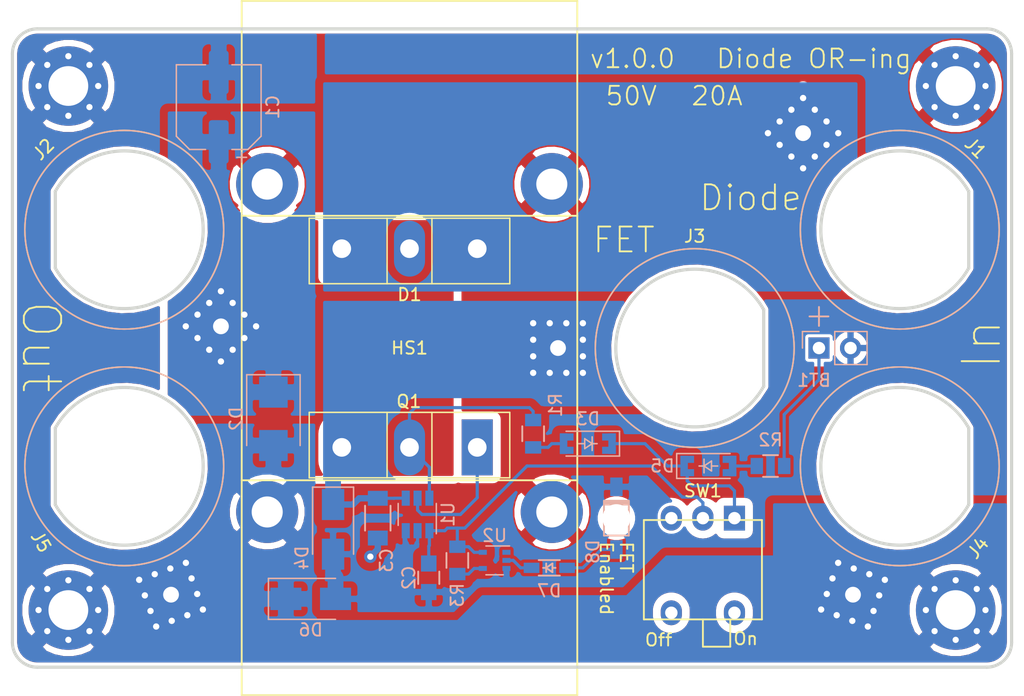
<source format=kicad_pcb>
(kicad_pcb (version 20171130) (host pcbnew "(5.1.5-1-g2528d3844)")

  (general
    (thickness 1.6)
    (drawings 39)
    (tracks 68)
    (zones 0)
    (modules 29)
    (nets 17)
  )

  (page A4)
  (title_block
    (title "Diode - ORing")
    (date 2020-01-07)
    (rev v1.0.0)
  )

  (layers
    (0 F.Cu signal)
    (31 B.Cu signal)
    (32 B.Adhes user)
    (33 F.Adhes user)
    (34 B.Paste user)
    (35 F.Paste user)
    (36 B.SilkS user)
    (37 F.SilkS user)
    (38 B.Mask user)
    (39 F.Mask user)
    (40 Dwgs.User user)
    (41 Cmts.User user)
    (42 Eco1.User user)
    (43 Eco2.User user)
    (44 Edge.Cuts user)
    (45 Margin user)
    (46 B.CrtYd user)
    (47 F.CrtYd user)
    (48 B.Fab user hide)
    (49 F.Fab user hide)
  )

  (setup
    (last_trace_width 0.254)
    (user_trace_width 0.254)
    (user_trace_width 0.381)
    (user_trace_width 0.508)
    (user_trace_width 0.635)
    (user_trace_width 0.762)
    (user_trace_width 0.889)
    (user_trace_width 1.016)
    (user_trace_width 1.27)
    (trace_clearance 0.254)
    (zone_clearance 0.254)
    (zone_45_only no)
    (trace_min 0.1524)
    (via_size 0.889)
    (via_drill 0.3302)
    (via_min_size 0.508)
    (via_min_drill 0.254)
    (user_via 0.508 0.254)
    (user_via 0.889 0.3302)
    (user_via 1.016 0.508)
    (user_via 1.016 0.6096)
    (user_via 1.27 0.635)
    (user_via 1.524 0.762)
    (user_via 1.778 0.889)
    (user_via 2.032 1.016)
    (user_via 2.286 1.143)
    (uvia_size 0.889)
    (uvia_drill 0.3302)
    (uvias_allowed no)
    (uvia_min_size 0)
    (uvia_min_drill 0)
    (edge_width 0.1)
    (segment_width 0.2)
    (pcb_text_width 0.3)
    (pcb_text_size 1.5 1.5)
    (mod_edge_width 0.15)
    (mod_text_size 1 1)
    (mod_text_width 0.15)
    (pad_size 2.25 2.25)
    (pad_drill 2.25)
    (pad_to_mask_clearance 0.0508)
    (aux_axis_origin 0 0)
    (grid_origin 120 120)
    (visible_elements FFFFFF7F)
    (pcbplotparams
      (layerselection 0x010f0_ffffffff)
      (usegerberextensions false)
      (usegerberattributes false)
      (usegerberadvancedattributes false)
      (creategerberjobfile false)
      (excludeedgelayer true)
      (linewidth 0.100000)
      (plotframeref false)
      (viasonmask true)
      (mode 1)
      (useauxorigin false)
      (hpglpennumber 1)
      (hpglpenspeed 20)
      (hpglpendiameter 15.000000)
      (psnegative false)
      (psa4output false)
      (plotreference true)
      (plotvalue false)
      (plotinvisibletext false)
      (padsonsilk false)
      (subtractmaskfromsilk true)
      (outputformat 1)
      (mirror false)
      (drillshape 0)
      (scaleselection 1)
      (outputdirectory "gerber"))
  )

  (net 0 "")
  (net 1 GND)
  (net 2 "Net-(D3-Pad2)")
  (net 3 "Net-(D5-Pad2)")
  (net 4 "Net-(D7-Pad2)")
  (net 5 /BATT)
  (net 6 /IN_OUT_N)
  (net 7 /OUT_P)
  (net 8 /VS)
  (net 9 /IN_FET_P)
  (net 10 /IN_D_P)
  (net 11 /VS_OR)
  (net 12 /GATE)
  (net 13 /IOUT)
  (net 14 /REXT)
  (net 15 "Net-(U2-Pad1)")
  (net 16 "Net-(SW1-Pad3)")

  (net_class Default "This is the default net class."
    (clearance 0.254)
    (trace_width 0.254)
    (via_dia 0.889)
    (via_drill 0.3302)
    (uvia_dia 0.889)
    (uvia_drill 0.3302)
    (add_net /BATT)
    (add_net /GATE)
    (add_net /IOUT)
    (add_net GND)
    (add_net "Net-(D5-Pad2)")
    (add_net "Net-(D7-Pad2)")
    (add_net "Net-(SW1-Pad3)")
    (add_net "Net-(U2-Pad1)")
  )

  (net_class Power ""
    (clearance 0.635)
    (trace_width 0.254)
    (via_dia 0.762)
    (via_drill 0.381)
    (uvia_dia 0.762)
    (uvia_drill 0.381)
    (add_net /IN_D_P)
    (add_net /IN_FET_P)
    (add_net /IN_OUT_N)
    (add_net /OUT_P)
    (add_net /REXT)
    (add_net /VS)
    (add_net /VS_OR)
    (add_net "Net-(D3-Pad2)")
  )

  (net_class minimum ""
    (clearance 0.1524)
    (trace_width 0.1524)
    (via_dia 0.508)
    (via_drill 0.254)
    (uvia_dia 0.508)
    (uvia_drill 0.254)
  )

  (module local:AM2520ZGC09 (layer B.Cu) (tedit 5E16199E) (tstamp 5E01862C)
    (at 168.6 108 270)
    (descr "LED reverse mount 2.25mm hole")
    (tags LED)
    (path /5E02FE77)
    (fp_text reference D8 (at 2.7 1.9 90) (layer B.SilkS)
      (effects (font (size 1 1) (thickness 0.15)) (justify mirror))
    )
    (fp_text value LED (at 0 -2.2 90) (layer B.Fab)
      (effects (font (size 1 1) (thickness 0.15)) (justify mirror))
    )
    (fp_line (start -1.2 -1) (end -1.2 1) (layer B.SilkS) (width 0.15))
    (fp_line (start -1.3 -1) (end -1.3 1) (layer B.SilkS) (width 0.15))
    (fp_text user %R (at 0 1.5 90) (layer B.Fab)
      (effects (font (size 0.7 0.7) (thickness 0.1)) (justify mirror))
    )
    (fp_line (start -1.4 1) (end -1.4 -1) (layer B.Fab) (width 0.1))
    (fp_line (start -1.1 1) (end -1.1 -1) (layer B.Fab) (width 0.1))
    (fp_line (start 1.4 1) (end -1.4 1) (layer B.Fab) (width 0.1))
    (fp_line (start 1.4 -1) (end 1.4 1) (layer B.Fab) (width 0.1))
    (fp_line (start -1.4 -1) (end 1.4 -1) (layer B.Fab) (width 0.1))
    (fp_circle (center 0 0) (end 0.95 0) (layer B.Fab) (width 0.1))
    (fp_line (start -1.7 0.7) (end -1.7 1.3) (layer B.CrtYd) (width 0.05))
    (fp_line (start -3.5 0.7) (end -1.7 0.7) (layer B.CrtYd) (width 0.05))
    (fp_line (start -3.5 -0.7) (end -3.5 0.7) (layer B.CrtYd) (width 0.05))
    (fp_line (start -1.7 -0.7) (end -3.5 -0.7) (layer B.CrtYd) (width 0.05))
    (fp_line (start -1.7 -1.3) (end -1.7 -0.7) (layer B.CrtYd) (width 0.05))
    (fp_line (start 1.7 -1.3) (end -1.7 -1.3) (layer B.CrtYd) (width 0.05))
    (fp_line (start 1.7 -0.7) (end 1.7 -1.3) (layer B.CrtYd) (width 0.05))
    (fp_line (start 3.5 -0.7) (end 1.7 -0.7) (layer B.CrtYd) (width 0.05))
    (fp_line (start 3.5 0.7) (end 3.5 -0.7) (layer B.CrtYd) (width 0.05))
    (fp_line (start 1.7 0.7) (end 3.5 0.7) (layer B.CrtYd) (width 0.05))
    (fp_line (start 1.7 1.3) (end 1.7 0.7) (layer B.CrtYd) (width 0.05))
    (fp_line (start -1.7 1.3) (end 1.7 1.3) (layer B.CrtYd) (width 0.05))
    (fp_line (start -1.1 1) (end -1.1 -1) (layer B.SilkS) (width 0.15))
    (fp_line (start 1.4 -1) (end -1.4 -1) (layer B.SilkS) (width 0.15))
    (fp_line (start 1.4 1) (end 1.4 -1) (layer B.SilkS) (width 0.15))
    (fp_line (start -1.4 1) (end 1.4 1) (layer B.SilkS) (width 0.15))
    (fp_line (start -1.4 -1) (end -1.4 1) (layer B.SilkS) (width 0.15))
    (pad "" np_thru_hole circle (at 0 0 270) (size 2.25 2.25) (drill 2.25) (layers *.Cu *.Mask)
      (clearance 0.381))
    (pad 2 smd rect (at 2.525 0 270) (size 1.5 1) (layers B.Cu B.Paste B.Mask)
      (net 4 "Net-(D7-Pad2)"))
    (pad 1 smd rect (at -2.525 0 270) (size 1.5 1) (layers B.Cu B.Paste B.Mask)
      (net 1 GND))
  )

  (module local:R_0805_HandSoldering (layer B.Cu) (tedit 5E1507FA) (tstamp 5E0165ED)
    (at 181 103.8 180)
    (descr "Resistor SMD 0805, hand soldering")
    (tags "resistor 0805")
    (path /5DFD9338)
    (attr smd)
    (fp_text reference R2 (at 0 2.1) (layer B.SilkS)
      (effects (font (size 1 1) (thickness 0.15)) (justify mirror))
    )
    (fp_text value 100R (at 0 -2.1) (layer B.Fab)
      (effects (font (size 1 1) (thickness 0.15)) (justify mirror))
    )
    (fp_text user %R (at 0 0) (layer B.Fab)
      (effects (font (size 0.4 0.4) (thickness 0.06)) (justify mirror))
    )
    (fp_line (start -1 0.6) (end -1 -0.6) (layer B.Fab) (width 0.1))
    (fp_line (start 1 0.6) (end -1 0.6) (layer B.Fab) (width 0.1))
    (fp_line (start 1 -0.6) (end 1 0.6) (layer B.Fab) (width 0.1))
    (fp_line (start -1 -0.6) (end 1 -0.6) (layer B.Fab) (width 0.1))
    (fp_line (start -0.6 0.875) (end 0.6 0.875) (layer B.SilkS) (width 0.15))
    (fp_line (start 0.6 -0.875) (end -0.6 -0.875) (layer B.SilkS) (width 0.15))
    (fp_line (start 1.9 1) (end 1.9 -1) (layer B.CrtYd) (width 0.05))
    (fp_line (start -1.9 1) (end -1.9 -1) (layer B.CrtYd) (width 0.05))
    (fp_line (start -1.9 -1) (end 1.9 -1) (layer B.CrtYd) (width 0.05))
    (fp_line (start -1.9 1) (end 1.9 1) (layer B.CrtYd) (width 0.05))
    (pad 1 smd rect (at -1.1 0 180) (size 1 1.3) (layers B.Cu B.Paste B.Mask)
      (net 5 /BATT))
    (pad 2 smd rect (at 1.1 0 180) (size 1 1.3) (layers B.Cu B.Paste B.Mask)
      (net 3 "Net-(D5-Pad2)"))
    (model ${KISYS3DMOD}/Resistor_SMD.3dshapes/R_0805_2012Metric.wrl
      (at (xyz 0 0 0))
      (scale (xyz 1 1 1))
      (rotate (xyz 0 0 0))
    )
  )

  (module local:R_0805_HandSoldering (layer B.Cu) (tedit 5E1507FA) (tstamp 5E0165E1)
    (at 161.9 101.2 270)
    (descr "Resistor SMD 0805, hand soldering")
    (tags "resistor 0805")
    (path /5E05D679)
    (attr smd)
    (fp_text reference R1 (at -2.3 -1.8 90) (layer B.SilkS)
      (effects (font (size 1 1) (thickness 0.15)) (justify mirror))
    )
    (fp_text value 100R (at 0 1.525 90) (layer B.Fab)
      (effects (font (size 1 1) (thickness 0.15)) (justify mirror))
    )
    (fp_text user %R (at 0 0 90) (layer B.Fab)
      (effects (font (size 0.4 0.4) (thickness 0.06)) (justify mirror))
    )
    (fp_line (start -1 0.6) (end -1 -0.6) (layer B.Fab) (width 0.1))
    (fp_line (start 1 0.6) (end -1 0.6) (layer B.Fab) (width 0.1))
    (fp_line (start 1 -0.6) (end 1 0.6) (layer B.Fab) (width 0.1))
    (fp_line (start -1 -0.6) (end 1 -0.6) (layer B.Fab) (width 0.1))
    (fp_line (start -0.6 0.875) (end 0.6 0.875) (layer B.SilkS) (width 0.15))
    (fp_line (start 0.6 -0.875) (end -0.6 -0.875) (layer B.SilkS) (width 0.15))
    (fp_line (start 1.9 1) (end 1.9 -1) (layer B.CrtYd) (width 0.05))
    (fp_line (start -1.9 1) (end -1.9 -1) (layer B.CrtYd) (width 0.05))
    (fp_line (start -1.9 -1) (end 1.9 -1) (layer B.CrtYd) (width 0.05))
    (fp_line (start -1.9 1) (end 1.9 1) (layer B.CrtYd) (width 0.05))
    (pad 1 smd rect (at -1.1 0 270) (size 1 1.3) (layers B.Cu B.Paste B.Mask)
      (net 7 /OUT_P))
    (pad 2 smd rect (at 1.1 0 270) (size 1 1.3) (layers B.Cu B.Paste B.Mask)
      (net 2 "Net-(D3-Pad2)"))
    (model ${KISYS3DMOD}/Resistor_SMD.3dshapes/R_0805_2012Metric.wrl
      (at (xyz 0 0 0))
      (scale (xyz 1 1 1))
      (rotate (xyz 0 0 0))
    )
  )

  (module local:C_0805_HandSoldering (layer B.Cu) (tedit 5E150E52) (tstamp 5E0164AC)
    (at 153.5 112.8 270)
    (descr "Capacitor SMD 0805, hand soldering")
    (tags "capacitor 0805")
    (path /5E05D292)
    (attr smd)
    (fp_text reference C2 (at 0 1.6 90) (layer B.SilkS)
      (effects (font (size 1 1) (thickness 0.15)) (justify mirror))
    )
    (fp_text value 0.1uF (at 0.2 1.6 90) (layer B.Fab)
      (effects (font (size 1 1) (thickness 0.15)) (justify mirror))
    )
    (fp_text user %R (at 0 0 90) (layer B.Fab)
      (effects (font (size 0.4 0.4) (thickness 0.06)) (justify mirror))
    )
    (fp_line (start -1 0.6) (end -1 -0.6) (layer B.Fab) (width 0.1))
    (fp_line (start 1 0.6) (end -1 0.6) (layer B.Fab) (width 0.1))
    (fp_line (start 1 -0.6) (end 1 0.6) (layer B.Fab) (width 0.1))
    (fp_line (start -1 -0.6) (end 1 -0.6) (layer B.Fab) (width 0.1))
    (fp_line (start -0.5 -0.85) (end 0.5 -0.85) (layer B.SilkS) (width 0.15))
    (fp_line (start 0.5 0.85) (end -0.5 0.85) (layer B.SilkS) (width 0.15))
    (fp_line (start 2.1 1) (end 2.1 -1) (layer B.CrtYd) (width 0.05))
    (fp_line (start -2.1 1) (end -2.1 -1) (layer B.CrtYd) (width 0.05))
    (fp_line (start -2.1 -1) (end 2.1 -1) (layer B.CrtYd) (width 0.05))
    (fp_line (start -2.1 1) (end 2.1 1) (layer B.CrtYd) (width 0.05))
    (pad 1 smd rect (at -1.15 0 270) (size 1.3 1.25) (layers B.Cu B.Paste B.Mask)
      (net 8 /VS))
    (pad 2 smd rect (at 1.15 0 270) (size 1.3 1.25) (layers B.Cu B.Paste B.Mask)
      (net 1 GND))
    (model ${KISYS3DMOD}/Capacitor_SMD.3dshapes/C_0805_2012Metric.wrl
      (at (xyz 0 0 0))
      (scale (xyz 1 1 1))
      (rotate (xyz 0 0 0))
    )
  )

  (module local:C_1206_HandSoldering (layer B.Cu) (tedit 5E150F1A) (tstamp 5E0164B8)
    (at 149.4 108 270)
    (descr "Capacitor SMD 1206, hand soldering")
    (tags "capacitor 1206")
    (path /5DFED35E)
    (attr smd)
    (fp_text reference C3 (at 3.4 -0.7 90) (layer B.SilkS)
      (effects (font (size 1 1) (thickness 0.15)) (justify mirror))
    )
    (fp_text value 1uF (at 3 0 90) (layer B.Fab)
      (effects (font (size 1 1) (thickness 0.15)) (justify mirror))
    )
    (fp_text user %R (at 0 0 90) (layer B.Fab)
      (effects (font (size 0.7 0.7) (thickness 0.105)) (justify mirror))
    )
    (fp_line (start -1.6 0.8) (end -1.6 -0.8) (layer B.Fab) (width 0.1))
    (fp_line (start 1.6 0.8) (end -1.6 0.8) (layer B.Fab) (width 0.1))
    (fp_line (start 1.6 -0.8) (end 1.6 0.8) (layer B.Fab) (width 0.1))
    (fp_line (start -1.6 -0.8) (end 1.6 -0.8) (layer B.Fab) (width 0.1))
    (fp_line (start -1 -1.025) (end 1 -1.025) (layer B.SilkS) (width 0.15))
    (fp_line (start 1 1.025) (end -1 1.025) (layer B.SilkS) (width 0.15))
    (fp_line (start 2.5 1.15) (end 2.5 -1.15) (layer B.CrtYd) (width 0.05))
    (fp_line (start -2.5 1.15) (end -2.5 -1.15) (layer B.CrtYd) (width 0.05))
    (fp_line (start -2.5 -1.15) (end 2.5 -1.15) (layer B.CrtYd) (width 0.05))
    (fp_line (start -2.5 1.15) (end 2.5 1.15) (layer B.CrtYd) (width 0.05))
    (pad 2 smd rect (at 1.6 0 270) (size 1.2 1.6) (layers B.Cu B.Paste B.Mask)
      (net 6 /IN_OUT_N))
    (pad 1 smd rect (at -1.6 0 270) (size 1.2 1.6) (layers B.Cu B.Paste B.Mask)
      (net 9 /IN_FET_P))
    (model ${KISYS3DMOD}/Capacitor_SMD.3dshapes/C_1206_3216Metric.wrl
      (at (xyz 0 0 0))
      (scale (xyz 1 1 1))
      (rotate (xyz 0 0 0))
    )
  )

  (module local:D_MiniMELF-onsemi (layer B.Cu) (tedit 5E1505B8) (tstamp 5E01653A)
    (at 176 103.8)
    (descr "Diode Mini-MELF")
    (tags "Diode Mini-MELF")
    (path /5DFD98EF)
    (attr smd)
    (fp_text reference D5 (at -3.7 0) (layer B.SilkS)
      (effects (font (size 1 1) (thickness 0.15)) (justify mirror))
    )
    (fp_text value LL4148 (at 0 -1.75) (layer B.Fab)
      (effects (font (size 1 1) (thickness 0.15)) (justify mirror))
    )
    (fp_line (start -0.35 0) (end 0.25 0.4) (layer B.Fab) (width 0.12))
    (fp_line (start 0.25 0) (end 0.75 0) (layer B.Fab) (width 0.12))
    (fp_line (start -0.35 0) (end -0.35 -0.55) (layer B.Fab) (width 0.12))
    (fp_line (start 0.25 -0.4) (end -0.35 0) (layer B.Fab) (width 0.12))
    (fp_line (start 0.25 0.4) (end 0.25 -0.4) (layer B.Fab) (width 0.12))
    (fp_line (start -0.75 0) (end -0.35 0) (layer B.Fab) (width 0.12))
    (fp_line (start -0.35 0) (end -0.35 0.55) (layer B.Fab) (width 0.12))
    (fp_poly (pts (xy 2.2 -0.7) (xy 1.2 -0.7) (xy 1.2 0.7) (xy 2.2 0.7)) (layer B.Mask) (width 0.1))
    (fp_poly (pts (xy -1.2 -0.7) (xy -2.2 -0.7) (xy -2.2 0.7) (xy -1.2 0.7)) (layer B.Mask) (width 0.1))
    (fp_line (start -2.65 -1.1) (end -2.65 1.1) (layer B.CrtYd) (width 0.05))
    (fp_line (start 2.65 -1.1) (end -2.65 -1.1) (layer B.CrtYd) (width 0.05))
    (fp_line (start 2.65 1.1) (end 2.65 -1.1) (layer B.CrtYd) (width 0.05))
    (fp_line (start -2.65 1.1) (end 2.65 1.1) (layer B.CrtYd) (width 0.05))
    (fp_line (start -0.75 0) (end -0.35 0) (layer B.SilkS) (width 0.12))
    (fp_line (start -0.35 0) (end -0.35 0.55) (layer B.SilkS) (width 0.12))
    (fp_line (start -0.35 0) (end -0.35 -0.55) (layer B.SilkS) (width 0.12))
    (fp_line (start -0.35 0) (end 0.25 0.4) (layer B.SilkS) (width 0.12))
    (fp_line (start 0.25 0.4) (end 0.25 -0.4) (layer B.SilkS) (width 0.12))
    (fp_line (start 0.25 -0.4) (end -0.35 0) (layer B.SilkS) (width 0.12))
    (fp_line (start 0.25 0) (end 0.75 0) (layer B.SilkS) (width 0.12))
    (fp_line (start -1.725 0.7) (end 1.725 0.7) (layer B.Fab) (width 0.1))
    (fp_line (start -1.725 -0.7) (end -1.725 0.7) (layer B.Fab) (width 0.1))
    (fp_line (start 1.725 -0.7) (end -1.725 -0.7) (layer B.Fab) (width 0.1))
    (fp_line (start 1.725 0.7) (end 1.725 -0.7) (layer B.Fab) (width 0.1))
    (fp_line (start -2.55 -1) (end 1.75 -1) (layer B.SilkS) (width 0.12))
    (fp_line (start -2.55 1) (end -2.55 -1) (layer B.SilkS) (width 0.12))
    (fp_line (start 1.75 1) (end -2.55 1) (layer B.SilkS) (width 0.12))
    (fp_text user %R (at 0 2) (layer B.Fab)
      (effects (font (size 1 1) (thickness 0.15)) (justify mirror))
    )
    (pad 2 smd rect (at 1.7 -0.5375) (size 1.1 0.575) (layers B.Cu B.Paste B.Mask)
      (net 3 "Net-(D5-Pad2)"))
    (pad 2 smd rect (at 1.7 0.5375) (size 1.1 0.575) (layers B.Cu B.Paste B.Mask)
      (net 3 "Net-(D5-Pad2)"))
    (pad 1 smd rect (at -1.7 0.5375) (size 1.1 0.575) (layers B.Cu B.Paste B.Mask)
      (net 11 /VS_OR))
    (pad 1 smd rect (at -1.7 -0.5375) (size 1.1 0.575) (layers B.Cu B.Paste B.Mask)
      (net 11 /VS_OR))
    (pad 2 smd rect (at 1.95 0) (size 0.6 1.65) (layers B.Cu B.Paste B.Mask)
      (net 3 "Net-(D5-Pad2)"))
    (pad 1 smd rect (at -1.95 0) (size 0.6 1.65) (layers B.Cu B.Paste B.Mask)
      (net 11 /VS_OR))
    (model ${KISYS3DMOD}/Diode_SMD.3dshapes/D_MiniMELF.wrl
      (at (xyz 0 0 0))
      (scale (xyz 1 1 1))
      (rotate (xyz 0 0 0))
    )
  )

  (module local:D_MiniMELF-onsemi (layer B.Cu) (tedit 5E1505B8) (tstamp 5E016505)
    (at 166.3 102 180)
    (descr "Diode Mini-MELF")
    (tags "Diode Mini-MELF")
    (path /5DFD9C22)
    (attr smd)
    (fp_text reference D3 (at 0 2) (layer B.SilkS)
      (effects (font (size 1 1) (thickness 0.15)) (justify mirror))
    )
    (fp_text value LL4148 (at 0 -1.75) (layer B.Fab)
      (effects (font (size 1 1) (thickness 0.15)) (justify mirror))
    )
    (fp_line (start -0.35 0) (end 0.25 0.4) (layer B.Fab) (width 0.12))
    (fp_line (start 0.25 0) (end 0.75 0) (layer B.Fab) (width 0.12))
    (fp_line (start -0.35 0) (end -0.35 -0.55) (layer B.Fab) (width 0.12))
    (fp_line (start 0.25 -0.4) (end -0.35 0) (layer B.Fab) (width 0.12))
    (fp_line (start 0.25 0.4) (end 0.25 -0.4) (layer B.Fab) (width 0.12))
    (fp_line (start -0.75 0) (end -0.35 0) (layer B.Fab) (width 0.12))
    (fp_line (start -0.35 0) (end -0.35 0.55) (layer B.Fab) (width 0.12))
    (fp_poly (pts (xy 2.2 -0.7) (xy 1.2 -0.7) (xy 1.2 0.7) (xy 2.2 0.7)) (layer B.Mask) (width 0.1))
    (fp_poly (pts (xy -1.2 -0.7) (xy -2.2 -0.7) (xy -2.2 0.7) (xy -1.2 0.7)) (layer B.Mask) (width 0.1))
    (fp_line (start -2.65 -1.1) (end -2.65 1.1) (layer B.CrtYd) (width 0.05))
    (fp_line (start 2.65 -1.1) (end -2.65 -1.1) (layer B.CrtYd) (width 0.05))
    (fp_line (start 2.65 1.1) (end 2.65 -1.1) (layer B.CrtYd) (width 0.05))
    (fp_line (start -2.65 1.1) (end 2.65 1.1) (layer B.CrtYd) (width 0.05))
    (fp_line (start -0.75 0) (end -0.35 0) (layer B.SilkS) (width 0.12))
    (fp_line (start -0.35 0) (end -0.35 0.55) (layer B.SilkS) (width 0.12))
    (fp_line (start -0.35 0) (end -0.35 -0.55) (layer B.SilkS) (width 0.12))
    (fp_line (start -0.35 0) (end 0.25 0.4) (layer B.SilkS) (width 0.12))
    (fp_line (start 0.25 0.4) (end 0.25 -0.4) (layer B.SilkS) (width 0.12))
    (fp_line (start 0.25 -0.4) (end -0.35 0) (layer B.SilkS) (width 0.12))
    (fp_line (start 0.25 0) (end 0.75 0) (layer B.SilkS) (width 0.12))
    (fp_line (start -1.725 0.7) (end 1.725 0.7) (layer B.Fab) (width 0.1))
    (fp_line (start -1.725 -0.7) (end -1.725 0.7) (layer B.Fab) (width 0.1))
    (fp_line (start 1.725 -0.7) (end -1.725 -0.7) (layer B.Fab) (width 0.1))
    (fp_line (start 1.725 0.7) (end 1.725 -0.7) (layer B.Fab) (width 0.1))
    (fp_line (start -2.55 -1) (end 1.75 -1) (layer B.SilkS) (width 0.12))
    (fp_line (start -2.55 1) (end -2.55 -1) (layer B.SilkS) (width 0.12))
    (fp_line (start 1.75 1) (end -2.55 1) (layer B.SilkS) (width 0.12))
    (fp_text user %R (at 0 2) (layer B.Fab)
      (effects (font (size 1 1) (thickness 0.15)) (justify mirror))
    )
    (pad 2 smd rect (at 1.7 -0.5375 180) (size 1.1 0.575) (layers B.Cu B.Paste B.Mask)
      (net 2 "Net-(D3-Pad2)"))
    (pad 2 smd rect (at 1.7 0.5375 180) (size 1.1 0.575) (layers B.Cu B.Paste B.Mask)
      (net 2 "Net-(D3-Pad2)"))
    (pad 1 smd rect (at -1.7 0.5375 180) (size 1.1 0.575) (layers B.Cu B.Paste B.Mask)
      (net 11 /VS_OR))
    (pad 1 smd rect (at -1.7 -0.5375 180) (size 1.1 0.575) (layers B.Cu B.Paste B.Mask)
      (net 11 /VS_OR))
    (pad 2 smd rect (at 1.95 0 180) (size 0.6 1.65) (layers B.Cu B.Paste B.Mask)
      (net 2 "Net-(D3-Pad2)"))
    (pad 1 smd rect (at -1.95 0 180) (size 0.6 1.65) (layers B.Cu B.Paste B.Mask)
      (net 11 /VS_OR))
    (model ${KISYS3DMOD}/Diode_SMD.3dshapes/D_MiniMELF.wrl
      (at (xyz 0 0 0))
      (scale (xyz 1 1 1))
      (rotate (xyz 0 0 0))
    )
  )

  (module local:SOD-323_477-02-H_HandSoldering (layer B.Cu) (tedit 5E15129D) (tstamp 5E016565)
    (at 163.2 112)
    (descr SOD-323)
    (tags SOD-323)
    (path /5E0313EA)
    (attr smd)
    (fp_text reference D7 (at 0 1.85) (layer B.SilkS)
      (effects (font (size 1 1) (thickness 0.15)) (justify mirror))
    )
    (fp_text value MM3Z4V3T1G (at 1.3 -1.5) (layer B.Fab)
      (effects (font (size 1 1) (thickness 0.15)) (justify mirror))
    )
    (fp_text user %R (at 0 1) (layer B.Fab)
      (effects (font (size 0.4 0.4) (thickness 0.06)) (justify mirror))
    )
    (fp_line (start 0.25 0) (end 0.5 0) (layer B.Fab) (width 0.1))
    (fp_line (start 0.25 0.35) (end 0.25 -0.35) (layer B.Fab) (width 0.1))
    (fp_line (start -0.25 0) (end 0.25 0.35) (layer B.Fab) (width 0.1))
    (fp_line (start 0.25 -0.35) (end -0.25 0) (layer B.Fab) (width 0.1))
    (fp_line (start -0.25 0.35) (end -0.25 -0.35) (layer B.Fab) (width 0.1))
    (fp_line (start -0.25 0) (end -0.5 0) (layer B.Fab) (width 0.1))
    (fp_line (start -0.85 0.625) (end -0.85 -0.625) (layer B.Fab) (width 0.1))
    (fp_line (start 0.85 0.625) (end -0.85 0.625) (layer B.Fab) (width 0.1))
    (fp_line (start 0.85 -0.625) (end 0.85 0.625) (layer B.Fab) (width 0.1))
    (fp_line (start -0.85 -0.625) (end 0.85 -0.625) (layer B.Fab) (width 0.1))
    (fp_line (start -0.85 0.625) (end 0.85 0.625) (layer B.SilkS) (width 0.15))
    (fp_line (start -0.85 -0.625) (end 0.85 -0.625) (layer B.SilkS) (width 0.15))
    (fp_line (start -2.31 0.95) (end -2.31 -0.95) (layer B.CrtYd) (width 0.05))
    (fp_line (start -2.31 -0.95) (end 2.31 -0.95) (layer B.CrtYd) (width 0.05))
    (fp_line (start 2.31 0.95) (end 2.31 -0.95) (layer B.CrtYd) (width 0.05))
    (fp_line (start -2.31 0.95) (end 2.31 0.95) (layer B.CrtYd) (width 0.05))
    (fp_line (start -0.25 0.35) (end -0.25 -0.35) (layer B.SilkS) (width 0.15))
    (fp_line (start 0.25 -0.35) (end -0.25 0) (layer B.SilkS) (width 0.15))
    (fp_line (start 0.25 0.35) (end 0.25 -0.35) (layer B.SilkS) (width 0.15))
    (fp_line (start -0.25 0) (end 0.25 0.35) (layer B.SilkS) (width 0.15))
    (fp_line (start -0.25 0) (end -0.5 0) (layer B.SilkS) (width 0.15))
    (fp_line (start 0.25 0) (end 0.5 0) (layer B.SilkS) (width 0.15))
    (pad 2 smd rect (at 1.43 0) (size 1.26 0.83) (layers B.Cu B.Paste B.Mask)
      (net 4 "Net-(D7-Pad2)"))
    (pad 1 smd rect (at -1.43 0) (size 1.26 0.83) (layers B.Cu B.Paste B.Mask)
      (net 13 /IOUT))
    (model ${KILOCALMOD}/local.pretty/packages3d/mm3z2v4t1.wrl
      (at (xyz 0 0 0))
      (scale (xyz 0.393700787402 0.393700787402 0.393700787402))
      (rotate (xyz 0 0 0))
    )
  )

  (module local:R_0805_HandSoldering (layer B.Cu) (tedit 5E1507FA) (tstamp 5E018567)
    (at 155.8 111.4 270)
    (descr "Resistor SMD 0805, hand soldering")
    (tags "resistor 0805")
    (path /5E0346FA)
    (attr smd)
    (fp_text reference R3 (at 2.8 0 90) (layer B.SilkS)
      (effects (font (size 1 1) (thickness 0.15)) (justify mirror))
    )
    (fp_text value 634 (at -0.1 -1.5 90) (layer B.Fab)
      (effects (font (size 1 1) (thickness 0.15)) (justify mirror))
    )
    (fp_text user %R (at 0 0 90) (layer B.Fab)
      (effects (font (size 0.4 0.4) (thickness 0.06)) (justify mirror))
    )
    (fp_line (start -1 0.6) (end -1 -0.6) (layer B.Fab) (width 0.1))
    (fp_line (start 1 0.6) (end -1 0.6) (layer B.Fab) (width 0.1))
    (fp_line (start 1 -0.6) (end 1 0.6) (layer B.Fab) (width 0.1))
    (fp_line (start -1 -0.6) (end 1 -0.6) (layer B.Fab) (width 0.1))
    (fp_line (start -0.6 0.875) (end 0.6 0.875) (layer B.SilkS) (width 0.15))
    (fp_line (start 0.6 -0.875) (end -0.6 -0.875) (layer B.SilkS) (width 0.15))
    (fp_line (start 1.9 1) (end 1.9 -1) (layer B.CrtYd) (width 0.05))
    (fp_line (start -1.9 1) (end -1.9 -1) (layer B.CrtYd) (width 0.05))
    (fp_line (start -1.9 -1) (end 1.9 -1) (layer B.CrtYd) (width 0.05))
    (fp_line (start -1.9 1) (end 1.9 1) (layer B.CrtYd) (width 0.05))
    (pad 1 smd rect (at -1.1 0 270) (size 1 1.3) (layers B.Cu B.Paste B.Mask)
      (net 8 /VS))
    (pad 2 smd rect (at 1.1 0 270) (size 1 1.3) (layers B.Cu B.Paste B.Mask)
      (net 14 /REXT))
    (model ${KISYS3DMOD}/Resistor_SMD.3dshapes/R_0805_2012Metric.wrl
      (at (xyz 0 0 0))
      (scale (xyz 1 1 1))
      (rotate (xyz 0 0 0))
    )
  )

  (module local:ASE1D-6M-10-Z (layer F.Cu) (tedit 5E14E2B2) (tstamp 5E016611)
    (at 178.1 108)
    (descr "Slide switch SPDT horizontal")
    (tags SPDT)
    (path /5DFDA487)
    (fp_text reference SW1 (at -2.54 -2.2) (layer F.SilkS)
      (effects (font (size 1 1) (thickness 0.15)))
    )
    (fp_text value SW_SPDT (at -2.54 11.2) (layer F.Fab)
      (effects (font (size 1 1) (thickness 0.15)))
    )
    (fp_line (start -0.34 10.35) (end -0.34 8.15) (layer F.SilkS) (width 0.15))
    (fp_line (start -2.54 10.35) (end -0.34 10.35) (layer F.SilkS) (width 0.15))
    (fp_line (start -2.54 8.15) (end -2.54 10.35) (layer F.SilkS) (width 0.15))
    (fp_line (start 2.21 -1.4) (end -7.29 -1.4) (layer F.CrtYd) (width 0.05))
    (fp_line (start 2.21 10.35) (end 2.21 -1.4) (layer F.CrtYd) (width 0.05))
    (fp_line (start -7.29 10.35) (end 2.21 10.35) (layer F.CrtYd) (width 0.05))
    (fp_line (start -7.29 -1.4) (end -7.29 10.35) (layer F.CrtYd) (width 0.05))
    (fp_line (start 2.21 0.15) (end -7.29 0.15) (layer F.SilkS) (width 0.15))
    (fp_line (start 2.21 8.15) (end 2.21 0.15) (layer F.SilkS) (width 0.15))
    (fp_line (start -7.29 8.15) (end 2.21 8.15) (layer F.SilkS) (width 0.15))
    (fp_line (start -7.29 0.15) (end -7.29 8.15) (layer F.SilkS) (width 0.15))
    (pad "" thru_hole oval (at 0 7.62) (size 1.7 2) (drill 1) (layers *.Cu *.Mask))
    (pad "" thru_hole oval (at -5.08 7.62) (size 1.7 2) (drill 1) (layers *.Cu *.Mask))
    (pad 3 thru_hole oval (at -5.08 0) (size 1.7 2) (drill 1) (layers *.Cu *.Mask)
      (net 16 "Net-(SW1-Pad3)"))
    (pad 2 thru_hole oval (at -2.54 0) (size 1.7 2) (drill 1) (layers *.Cu *.Mask)
      (net 8 /VS))
    (pad 1 thru_hole rect (at 0 0) (size 1.7 2) (drill 1) (layers *.Cu *.Mask)
      (net 11 /VS_OR))
  )

  (module Package_TO_SOT_SMD:SOT-353_SC-70-5 (layer B.Cu) (tedit 5E14EECB) (tstamp 5E14E709)
    (at 158.8 111.4 180)
    (descr "SOT-353, SC-70-5")
    (tags "SOT-353 SC-70-5")
    (path /5E13FEBC)
    (attr smd)
    (fp_text reference U2 (at 0 2 180) (layer B.SilkS)
      (effects (font (size 1 1) (thickness 0.15)) (justify mirror))
    )
    (fp_text value PSSI2021SAY (at -0.5 -3.1) (layer B.Fab)
      (effects (font (size 1 1) (thickness 0.15)) (justify mirror))
    )
    (fp_line (start -0.175 1.1) (end -0.675 0.6) (layer B.Fab) (width 0.1))
    (fp_line (start 0.675 -1.1) (end -0.675 -1.1) (layer B.Fab) (width 0.1))
    (fp_line (start 0.675 1.1) (end 0.675 -1.1) (layer B.Fab) (width 0.1))
    (fp_line (start -1.6 -1.4) (end 1.6 -1.4) (layer B.CrtYd) (width 0.05))
    (fp_line (start -0.675 0.6) (end -0.675 -1.1) (layer B.Fab) (width 0.1))
    (fp_line (start 0.675 1.1) (end -0.175 1.1) (layer B.Fab) (width 0.1))
    (fp_line (start -1.6 1.4) (end 1.6 1.4) (layer B.CrtYd) (width 0.05))
    (fp_line (start -1.6 1.4) (end -1.6 -1.4) (layer B.CrtYd) (width 0.05))
    (fp_line (start 1.6 -1.4) (end 1.6 1.4) (layer B.CrtYd) (width 0.05))
    (fp_line (start -0.7 -1.16) (end 0.7 -1.16) (layer B.SilkS) (width 0.12))
    (fp_line (start 0.7 1.16) (end -1.2 1.16) (layer B.SilkS) (width 0.12))
    (fp_text user %R (at 0 0 90) (layer B.Fab)
      (effects (font (size 0.5 0.5) (thickness 0.075)) (justify mirror))
    )
    (pad 5 smd rect (at 0.95 0.65 180) (size 0.65 0.4) (layers B.Cu B.Paste B.Mask)
      (net 8 /VS))
    (pad 4 smd rect (at 0.95 -0.65 180) (size 0.65 0.4) (layers B.Cu B.Paste B.Mask)
      (net 14 /REXT))
    (pad 2 smd rect (at -0.95 0 180) (size 0.65 0.4) (layers B.Cu B.Paste B.Mask)
      (net 13 /IOUT) (clearance 0.25))
    (pad 3 smd rect (at -0.95 -0.65 180) (size 0.65 0.4) (layers B.Cu B.Paste B.Mask)
      (net 1 GND) (clearance 0.25))
    (pad 1 smd rect (at -0.95 0.65 180) (size 0.65 0.4) (layers B.Cu B.Paste B.Mask)
      (net 15 "Net-(U2-Pad1)") (clearance 0.25))
    (model ${KISYS3DMOD}/Package_TO_SOT_SMD.3dshapes/SOT-353_SC-70-5.wrl
      (at (xyz 0 0 0))
      (scale (xyz 1 1 1))
      (rotate (xyz 0 0 0))
    )
  )

  (module local:Binding_Post_Hex (layer F.Cu) (tedit 5E07A411) (tstamp 5E0165AF)
    (at 191.4 103.825 70)
    (descr "Binding Post Hex 30A")
    (tags "Binding Post")
    (path /5DFD5510)
    (clearance 1)
    (zone_connect 2)
    (fp_text reference J4 (at -4.023752 8.168846 230) (layer F.SilkS)
      (effects (font (size 1 1) (thickness 0.15)))
    )
    (fp_text value "Binding Post (BLACK)" (at 0 -0.499999 70) (layer F.Fab)
      (effects (font (size 1 1) (thickness 0.15)))
    )
    (fp_circle (center 0 0) (end 6.35 0) (layer Cmts.User) (width 0.12))
    (fp_circle (center 0 0) (end 8 0) (layer B.SilkS) (width 0.12))
    (fp_line (start -13.8 2.8) (end -7.493998 2.8) (layer B.CrtYd) (width 0.05))
    (fp_line (start -13.8 -2.8) (end -13.8 2.8) (layer B.CrtYd) (width 0.05))
    (fp_line (start -7.493998 -2.8) (end -13.8 -2.8) (layer B.CrtYd) (width 0.05))
    (fp_arc (start 0 0) (end -7.493998 2.8) (angle -319.0253698) (layer B.CrtYd) (width 0.05))
    (fp_line (start -13.8 2.8) (end -7.493998 2.8) (layer F.CrtYd) (width 0.05))
    (fp_line (start -13.8 -2.8) (end -13.8 2.8) (layer F.CrtYd) (width 0.05))
    (fp_line (start -7.493998 -2.8) (end -13.8 -2.8) (layer F.CrtYd) (width 0.05))
    (fp_arc (start 0 0) (end -7.493998 2.8) (angle -319.0253698) (layer F.CrtYd) (width 0.05))
    (fp_circle (center 0 0) (end 8 0) (layer F.SilkS) (width 0.12))
    (pad 1 thru_hole circle (at -13 -0.667 70) (size 0.762 0.762) (drill 0.508) (layers *.Cu *.Mask)
      (net 6 /IN_OUT_N) (zone_connect 2))
    (pad 1 thru_hole circle (at -13 0.667 70) (size 0.762 0.762) (drill 0.508) (layers *.Cu *.Mask)
      (net 6 /IN_OUT_N) (zone_connect 2))
    (pad 1 thru_hole circle (at -13 2 70) (size 0.762 0.762) (drill 0.508) (layers *.Cu *.Mask)
      (net 6 /IN_OUT_N) (zone_connect 2))
    (pad 1 thru_hole circle (at -11.667 2 70) (size 0.762 0.762) (drill 0.508) (layers *.Cu *.Mask)
      (net 6 /IN_OUT_N) (zone_connect 2))
    (pad 1 thru_hole circle (at -10.333 2 70) (size 0.762 0.762) (drill 0.508) (layers *.Cu *.Mask)
      (net 6 /IN_OUT_N) (zone_connect 2))
    (pad 1 thru_hole circle (at -9 2 70) (size 0.762 0.762) (drill 0.508) (layers *.Cu *.Mask)
      (net 6 /IN_OUT_N) (zone_connect 2))
    (pad 1 thru_hole circle (at -9 0.667 70) (size 0.762 0.762) (drill 0.508) (layers *.Cu *.Mask)
      (net 6 /IN_OUT_N) (zone_connect 2))
    (pad 1 thru_hole circle (at -9 -0.667 70) (size 0.762 0.762) (drill 0.508) (layers *.Cu *.Mask)
      (net 6 /IN_OUT_N) (zone_connect 2))
    (pad 1 thru_hole circle (at -9 -2 70) (size 0.762 0.762) (drill 0.508) (layers *.Cu *.Mask)
      (net 6 /IN_OUT_N) (zone_connect 2))
    (pad 1 thru_hole circle (at -10.333 -2 70) (size 0.762 0.762) (drill 0.508) (layers *.Cu *.Mask)
      (net 6 /IN_OUT_N) (zone_connect 2))
    (pad 1 thru_hole circle (at -11.667 -2 70) (size 0.762 0.762) (drill 0.508) (layers *.Cu *.Mask)
      (net 6 /IN_OUT_N) (zone_connect 2))
    (pad 1 thru_hole circle (at -13 -2 70) (size 0.762 0.762) (drill 0.508) (layers *.Cu *.Mask)
      (net 6 /IN_OUT_N) (zone_connect 2))
    (pad 1 thru_hole rect (at -11 0 70) (size 5 5) (drill 1.27) (layers *.Cu *.Mask)
      (net 6 /IN_OUT_N) (zone_connect 2))
    (model ${KILOCALMOD}/local.pretty/packages3d/7017.wrl
      (at (xyz 0 0 0))
      (scale (xyz 0.3937 0.3937 0.3937))
      (rotate (xyz 0 0 -110))
    )
  )

  (module local:Binding_Post_Hex (layer F.Cu) (tedit 5E07A411) (tstamp 5E016585)
    (at 191.4 84.775 315)
    (descr "Binding Post Hex 30A")
    (tags "Binding Post")
    (path /5DFD4FE0)
    (zone_connect 2)
    (fp_text reference J1 (at -0.335876 -8.962578 135) (layer F.SilkS)
      (effects (font (size 1 1) (thickness 0.15)))
    )
    (fp_text value "Binding Post (RED)" (at 0 -0.499999 135) (layer F.Fab)
      (effects (font (size 1 1) (thickness 0.15)))
    )
    (fp_circle (center 0 0) (end 6.35 0) (layer Cmts.User) (width 0.12))
    (fp_circle (center 0 0) (end 8 0) (layer B.SilkS) (width 0.12))
    (fp_line (start -13.8 2.8) (end -7.493998 2.8) (layer B.CrtYd) (width 0.05))
    (fp_line (start -13.8 -2.8) (end -13.8 2.8) (layer B.CrtYd) (width 0.05))
    (fp_line (start -7.493998 -2.8) (end -13.8 -2.8) (layer B.CrtYd) (width 0.05))
    (fp_arc (start 0 0) (end -7.493998 2.8) (angle -319.0253698) (layer B.CrtYd) (width 0.05))
    (fp_line (start -13.8 2.8) (end -7.493998 2.8) (layer F.CrtYd) (width 0.05))
    (fp_line (start -13.8 -2.8) (end -13.8 2.8) (layer F.CrtYd) (width 0.05))
    (fp_line (start -7.493998 -2.8) (end -13.8 -2.8) (layer F.CrtYd) (width 0.05))
    (fp_arc (start 0 0) (end -7.493998 2.8) (angle -319.0253698) (layer F.CrtYd) (width 0.05))
    (fp_circle (center 0 0) (end 8 0) (layer F.SilkS) (width 0.12))
    (pad 1 thru_hole circle (at -13 -0.667 315) (size 0.762 0.762) (drill 0.508) (layers *.Cu *.Mask)
      (net 10 /IN_D_P) (zone_connect 2))
    (pad 1 thru_hole circle (at -13 0.667 315) (size 0.762 0.762) (drill 0.508) (layers *.Cu *.Mask)
      (net 10 /IN_D_P) (zone_connect 2))
    (pad 1 thru_hole circle (at -13 2 315) (size 0.762 0.762) (drill 0.508) (layers *.Cu *.Mask)
      (net 10 /IN_D_P) (zone_connect 2))
    (pad 1 thru_hole circle (at -11.667 2 315) (size 0.762 0.762) (drill 0.508) (layers *.Cu *.Mask)
      (net 10 /IN_D_P) (zone_connect 2))
    (pad 1 thru_hole circle (at -10.333 2 315) (size 0.762 0.762) (drill 0.508) (layers *.Cu *.Mask)
      (net 10 /IN_D_P) (zone_connect 2))
    (pad 1 thru_hole circle (at -9 2 315) (size 0.762 0.762) (drill 0.508) (layers *.Cu *.Mask)
      (net 10 /IN_D_P) (zone_connect 2))
    (pad 1 thru_hole circle (at -9 0.667 315) (size 0.762 0.762) (drill 0.508) (layers *.Cu *.Mask)
      (net 10 /IN_D_P) (zone_connect 2))
    (pad 1 thru_hole circle (at -9 -0.667 315) (size 0.762 0.762) (drill 0.508) (layers *.Cu *.Mask)
      (net 10 /IN_D_P) (zone_connect 2))
    (pad 1 thru_hole circle (at -9 -2 315) (size 0.762 0.762) (drill 0.508) (layers *.Cu *.Mask)
      (net 10 /IN_D_P) (zone_connect 2))
    (pad 1 thru_hole circle (at -10.333 -2 315) (size 0.762 0.762) (drill 0.508) (layers *.Cu *.Mask)
      (net 10 /IN_D_P) (zone_connect 2))
    (pad 1 thru_hole circle (at -11.667 -2 315) (size 0.762 0.762) (drill 0.508) (layers *.Cu *.Mask)
      (net 10 /IN_D_P) (zone_connect 2))
    (pad 1 thru_hole circle (at -13 -2 315) (size 0.762 0.762) (drill 0.508) (layers *.Cu *.Mask)
      (net 10 /IN_D_P) (zone_connect 2))
    (pad 1 thru_hole rect (at -11 0 315) (size 5 5) (drill 1.27) (layers *.Cu *.Mask)
      (net 10 /IN_D_P) (zone_connect 2))
    (model ${KILOCALMOD}/local.pretty/packages3d/7016.wrl
      (at (xyz 0 0 0))
      (scale (xyz 0.3937 0.3937 0.3937))
      (rotate (xyz 0 0 135))
    )
  )

  (module local:Binding_Post_Hex (layer F.Cu) (tedit 5E07A411) (tstamp 5E0165A1)
    (at 174.902216 94.3)
    (descr "Binding Post Hex 30A")
    (tags "Binding Post")
    (path /5DFD539D)
    (zone_connect 2)
    (fp_text reference J3 (at 0 -9) (layer F.SilkS)
      (effects (font (size 1 1) (thickness 0.15)))
    )
    (fp_text value "Binding Post (RED)" (at 0 -0.5) (layer F.Fab)
      (effects (font (size 1 1) (thickness 0.15)))
    )
    (fp_circle (center 0 0) (end 6.35 0) (layer Cmts.User) (width 0.12))
    (fp_circle (center 0 0) (end 8 0) (layer B.SilkS) (width 0.12))
    (fp_line (start -13.8 2.8) (end -7.493998 2.8) (layer B.CrtYd) (width 0.05))
    (fp_line (start -13.8 -2.8) (end -13.8 2.8) (layer B.CrtYd) (width 0.05))
    (fp_line (start -7.493998 -2.8) (end -13.8 -2.8) (layer B.CrtYd) (width 0.05))
    (fp_arc (start 0 0) (end -7.493998 2.8) (angle -319.0253698) (layer B.CrtYd) (width 0.05))
    (fp_line (start -13.8 2.8) (end -7.493998 2.8) (layer F.CrtYd) (width 0.05))
    (fp_line (start -13.8 -2.8) (end -13.8 2.8) (layer F.CrtYd) (width 0.05))
    (fp_line (start -7.493998 -2.8) (end -13.8 -2.8) (layer F.CrtYd) (width 0.05))
    (fp_arc (start 0 0) (end -7.493998 2.8) (angle -319.0253698) (layer F.CrtYd) (width 0.05))
    (fp_circle (center 0 0) (end 8 0) (layer F.SilkS) (width 0.12))
    (pad 1 thru_hole circle (at -13 -0.667) (size 0.762 0.762) (drill 0.508) (layers *.Cu *.Mask)
      (net 9 /IN_FET_P) (zone_connect 2))
    (pad 1 thru_hole circle (at -13 0.667) (size 0.762 0.762) (drill 0.508) (layers *.Cu *.Mask)
      (net 9 /IN_FET_P) (zone_connect 2))
    (pad 1 thru_hole circle (at -13 2) (size 0.762 0.762) (drill 0.508) (layers *.Cu *.Mask)
      (net 9 /IN_FET_P) (zone_connect 2))
    (pad 1 thru_hole circle (at -11.667 2) (size 0.762 0.762) (drill 0.508) (layers *.Cu *.Mask)
      (net 9 /IN_FET_P) (zone_connect 2))
    (pad 1 thru_hole circle (at -10.333 2) (size 0.762 0.762) (drill 0.508) (layers *.Cu *.Mask)
      (net 9 /IN_FET_P) (zone_connect 2))
    (pad 1 thru_hole circle (at -9 2) (size 0.762 0.762) (drill 0.508) (layers *.Cu *.Mask)
      (net 9 /IN_FET_P) (zone_connect 2))
    (pad 1 thru_hole circle (at -9 0.667) (size 0.762 0.762) (drill 0.508) (layers *.Cu *.Mask)
      (net 9 /IN_FET_P) (zone_connect 2))
    (pad 1 thru_hole circle (at -9 -0.667) (size 0.762 0.762) (drill 0.508) (layers *.Cu *.Mask)
      (net 9 /IN_FET_P) (zone_connect 2))
    (pad 1 thru_hole circle (at -9 -2) (size 0.762 0.762) (drill 0.508) (layers *.Cu *.Mask)
      (net 9 /IN_FET_P) (zone_connect 2))
    (pad 1 thru_hole circle (at -10.333 -2) (size 0.762 0.762) (drill 0.508) (layers *.Cu *.Mask)
      (net 9 /IN_FET_P) (zone_connect 2))
    (pad 1 thru_hole circle (at -11.667 -2) (size 0.762 0.762) (drill 0.508) (layers *.Cu *.Mask)
      (net 9 /IN_FET_P) (zone_connect 2))
    (pad 1 thru_hole circle (at -13 -2) (size 0.762 0.762) (drill 0.508) (layers *.Cu *.Mask)
      (net 9 /IN_FET_P) (zone_connect 2))
    (pad 1 thru_hole rect (at -11 0) (size 5 5) (drill 1.27) (layers *.Cu *.Mask)
      (net 9 /IN_FET_P) (zone_connect 2))
    (model ${KILOCALMOD}/local.pretty/packages3d/7016.wrl
      (at (xyz 0 0 0))
      (scale (xyz 0.3937 0.3937 0.3937))
      (rotate (xyz 0 0 180))
    )
  )

  (module local:Binding_Post_Hex (layer F.Cu) (tedit 5E07A411) (tstamp 5E0171B7)
    (at 129 103.825 110)
    (descr "Binding Post Hex 30A")
    (tags "Binding Post")
    (path /5DFD9034)
    (zone_connect 2)
    (fp_text reference J5 (at -3.417098 -8.373713 120) (layer F.SilkS)
      (effects (font (size 1 1) (thickness 0.15)))
    )
    (fp_text value "Binding Post (BLACK)" (at 0 -0.5 110) (layer F.Fab)
      (effects (font (size 1 1) (thickness 0.15)))
    )
    (fp_circle (center 0 0) (end 6.35 0) (layer Cmts.User) (width 0.12))
    (fp_circle (center 0 0) (end 8 0) (layer B.SilkS) (width 0.12))
    (fp_line (start -13.8 2.8) (end -7.493998 2.8) (layer B.CrtYd) (width 0.05))
    (fp_line (start -13.8 -2.8) (end -13.8 2.8) (layer B.CrtYd) (width 0.05))
    (fp_line (start -7.493998 -2.8) (end -13.8 -2.8) (layer B.CrtYd) (width 0.05))
    (fp_arc (start 0 0) (end -7.493998 2.8) (angle -319.0253698) (layer B.CrtYd) (width 0.05))
    (fp_line (start -13.8 2.8) (end -7.493998 2.8) (layer F.CrtYd) (width 0.05))
    (fp_line (start -13.8 -2.8) (end -13.8 2.8) (layer F.CrtYd) (width 0.05))
    (fp_line (start -7.493998 -2.8) (end -13.8 -2.8) (layer F.CrtYd) (width 0.05))
    (fp_arc (start 0 0) (end -7.493998 2.8) (angle -319.0253698) (layer F.CrtYd) (width 0.05))
    (fp_circle (center 0 0) (end 8 0) (layer F.SilkS) (width 0.12))
    (pad 1 thru_hole circle (at -13 -0.667 110) (size 0.762 0.762) (drill 0.508) (layers *.Cu *.Mask)
      (net 6 /IN_OUT_N) (zone_connect 2))
    (pad 1 thru_hole circle (at -13 0.667 110) (size 0.762 0.762) (drill 0.508) (layers *.Cu *.Mask)
      (net 6 /IN_OUT_N) (zone_connect 2))
    (pad 1 thru_hole circle (at -13 2 110) (size 0.762 0.762) (drill 0.508) (layers *.Cu *.Mask)
      (net 6 /IN_OUT_N) (zone_connect 2))
    (pad 1 thru_hole circle (at -11.667 2 110) (size 0.762 0.762) (drill 0.508) (layers *.Cu *.Mask)
      (net 6 /IN_OUT_N) (zone_connect 2))
    (pad 1 thru_hole circle (at -10.333 2 110) (size 0.762 0.762) (drill 0.508) (layers *.Cu *.Mask)
      (net 6 /IN_OUT_N) (zone_connect 2))
    (pad 1 thru_hole circle (at -9 2 110) (size 0.762 0.762) (drill 0.508) (layers *.Cu *.Mask)
      (net 6 /IN_OUT_N) (zone_connect 2))
    (pad 1 thru_hole circle (at -9 0.667 110) (size 0.762 0.762) (drill 0.508) (layers *.Cu *.Mask)
      (net 6 /IN_OUT_N) (zone_connect 2))
    (pad 1 thru_hole circle (at -9 -0.667 110) (size 0.762 0.762) (drill 0.508) (layers *.Cu *.Mask)
      (net 6 /IN_OUT_N) (zone_connect 2))
    (pad 1 thru_hole circle (at -9 -2 110) (size 0.762 0.762) (drill 0.508) (layers *.Cu *.Mask)
      (net 6 /IN_OUT_N) (zone_connect 2))
    (pad 1 thru_hole circle (at -10.333 -2 110) (size 0.762 0.762) (drill 0.508) (layers *.Cu *.Mask)
      (net 6 /IN_OUT_N) (zone_connect 2))
    (pad 1 thru_hole circle (at -11.667 -2 110) (size 0.762 0.762) (drill 0.508) (layers *.Cu *.Mask)
      (net 6 /IN_OUT_N) (zone_connect 2))
    (pad 1 thru_hole circle (at -13 -2 110) (size 0.762 0.762) (drill 0.508) (layers *.Cu *.Mask)
      (net 6 /IN_OUT_N) (zone_connect 2))
    (pad 1 thru_hole rect (at -11 0 110) (size 5 5) (drill 1.27) (layers *.Cu *.Mask)
      (net 6 /IN_OUT_N) (zone_connect 2))
    (model ${KILOCALMOD}/local.pretty/packages3d/7017.wrl
      (at (xyz 0 0 0))
      (scale (xyz 0.3937 0.3937 0.3937))
      (rotate (xyz 0 0 110))
    )
  )

  (module local:Binding_Post_Hex (layer F.Cu) (tedit 5E07A411) (tstamp 5E016593)
    (at 129 84.775 135)
    (descr "Binding Post Hex 30A")
    (tags "Binding Post")
    (path /5DFD8D32)
    (zone_connect 2)
    (fp_text reference J2 (at 9.17471 -0.017678 225) (layer F.SilkS)
      (effects (font (size 1 1) (thickness 0.15)))
    )
    (fp_text value "Binding Post (RED)" (at 0 -0.499999 135) (layer F.Fab)
      (effects (font (size 1 1) (thickness 0.15)))
    )
    (fp_circle (center 0 0) (end 6.35 0) (layer Cmts.User) (width 0.12))
    (fp_circle (center 0 0) (end 8 0) (layer B.SilkS) (width 0.12))
    (fp_line (start -13.8 2.8) (end -7.493998 2.8) (layer B.CrtYd) (width 0.05))
    (fp_line (start -13.8 -2.8) (end -13.8 2.8) (layer B.CrtYd) (width 0.05))
    (fp_line (start -7.493998 -2.8) (end -13.8 -2.8) (layer B.CrtYd) (width 0.05))
    (fp_arc (start 0 0) (end -7.493998 2.8) (angle -319.0253698) (layer B.CrtYd) (width 0.05))
    (fp_line (start -13.8 2.8) (end -7.493998 2.8) (layer F.CrtYd) (width 0.05))
    (fp_line (start -13.8 -2.8) (end -13.8 2.8) (layer F.CrtYd) (width 0.05))
    (fp_line (start -7.493998 -2.8) (end -13.8 -2.8) (layer F.CrtYd) (width 0.05))
    (fp_arc (start 0 0) (end -7.493998 2.8) (angle -319.0253698) (layer F.CrtYd) (width 0.05))
    (fp_circle (center 0 0) (end 8 0) (layer F.SilkS) (width 0.12))
    (pad 1 thru_hole circle (at -13 -0.667 135) (size 0.762 0.762) (drill 0.508) (layers *.Cu *.Mask)
      (net 7 /OUT_P) (zone_connect 2))
    (pad 1 thru_hole circle (at -13 0.667 135) (size 0.762 0.762) (drill 0.508) (layers *.Cu *.Mask)
      (net 7 /OUT_P) (zone_connect 2))
    (pad 1 thru_hole circle (at -13 2 135) (size 0.762 0.762) (drill 0.508) (layers *.Cu *.Mask)
      (net 7 /OUT_P) (zone_connect 2))
    (pad 1 thru_hole circle (at -11.667 2 135) (size 0.762 0.762) (drill 0.508) (layers *.Cu *.Mask)
      (net 7 /OUT_P) (zone_connect 2))
    (pad 1 thru_hole circle (at -10.333 2 135) (size 0.762 0.762) (drill 0.508) (layers *.Cu *.Mask)
      (net 7 /OUT_P) (zone_connect 2))
    (pad 1 thru_hole circle (at -9 2 135) (size 0.762 0.762) (drill 0.508) (layers *.Cu *.Mask)
      (net 7 /OUT_P) (zone_connect 2))
    (pad 1 thru_hole circle (at -9 0.667 135) (size 0.762 0.762) (drill 0.508) (layers *.Cu *.Mask)
      (net 7 /OUT_P) (zone_connect 2))
    (pad 1 thru_hole circle (at -9 -0.667 135) (size 0.762 0.762) (drill 0.508) (layers *.Cu *.Mask)
      (net 7 /OUT_P) (zone_connect 2))
    (pad 1 thru_hole circle (at -9 -2 135) (size 0.762 0.762) (drill 0.508) (layers *.Cu *.Mask)
      (net 7 /OUT_P) (zone_connect 2))
    (pad 1 thru_hole circle (at -10.333 -2 135) (size 0.762 0.762) (drill 0.508) (layers *.Cu *.Mask)
      (net 7 /OUT_P) (zone_connect 2))
    (pad 1 thru_hole circle (at -11.667 -2 135) (size 0.762 0.762) (drill 0.508) (layers *.Cu *.Mask)
      (net 7 /OUT_P) (zone_connect 2))
    (pad 1 thru_hole circle (at -13 -2 135) (size 0.762 0.762) (drill 0.508) (layers *.Cu *.Mask)
      (net 7 /OUT_P) (zone_connect 2))
    (pad 1 thru_hole rect (at -11 0 135) (size 5 5) (drill 1.27) (layers *.Cu *.Mask)
      (net 7 /OUT_P) (zone_connect 2))
    (model ${KILOCALMOD}/local.pretty/packages3d/7016.wrl
      (at (xyz 0 0 0))
      (scale (xyz 0.3937 0.3937 0.3937))
      (rotate (xyz 0 0 135))
    )
  )

  (module Capacitor_SMD:CP_Elec_6.3x5.9 (layer B.Cu) (tedit 5BCA39D0) (tstamp 5E0164A0)
    (at 136.6 74.9 90)
    (descr "SMD capacitor, aluminum electrolytic, Panasonic C6, 6.3x5.9mm")
    (tags "capacitor electrolytic")
    (path /5DFF091F)
    (attr smd)
    (fp_text reference C1 (at 0 4.35 90) (layer B.SilkS)
      (effects (font (size 1 1) (thickness 0.15)) (justify mirror))
    )
    (fp_text value 22uF (at 0 -4.35 90) (layer B.Fab)
      (effects (font (size 1 1) (thickness 0.15)) (justify mirror))
    )
    (fp_text user %R (at 0 0 90) (layer B.Fab)
      (effects (font (size 1 1) (thickness 0.15)) (justify mirror))
    )
    (fp_line (start -4.8 -1.05) (end -3.55 -1.05) (layer B.CrtYd) (width 0.05))
    (fp_line (start -4.8 1.05) (end -4.8 -1.05) (layer B.CrtYd) (width 0.05))
    (fp_line (start -3.55 1.05) (end -4.8 1.05) (layer B.CrtYd) (width 0.05))
    (fp_line (start -3.55 -1.05) (end -3.55 -2.4) (layer B.CrtYd) (width 0.05))
    (fp_line (start -3.55 2.4) (end -3.55 1.05) (layer B.CrtYd) (width 0.05))
    (fp_line (start -3.55 2.4) (end -2.4 3.55) (layer B.CrtYd) (width 0.05))
    (fp_line (start -3.55 -2.4) (end -2.4 -3.55) (layer B.CrtYd) (width 0.05))
    (fp_line (start -2.4 3.55) (end 3.55 3.55) (layer B.CrtYd) (width 0.05))
    (fp_line (start -2.4 -3.55) (end 3.55 -3.55) (layer B.CrtYd) (width 0.05))
    (fp_line (start 3.55 -1.05) (end 3.55 -3.55) (layer B.CrtYd) (width 0.05))
    (fp_line (start 4.8 -1.05) (end 3.55 -1.05) (layer B.CrtYd) (width 0.05))
    (fp_line (start 4.8 1.05) (end 4.8 -1.05) (layer B.CrtYd) (width 0.05))
    (fp_line (start 3.55 1.05) (end 4.8 1.05) (layer B.CrtYd) (width 0.05))
    (fp_line (start 3.55 3.55) (end 3.55 1.05) (layer B.CrtYd) (width 0.05))
    (fp_line (start -4.04375 2.24125) (end -4.04375 1.45375) (layer B.SilkS) (width 0.12))
    (fp_line (start -4.4375 1.8475) (end -3.65 1.8475) (layer B.SilkS) (width 0.12))
    (fp_line (start -3.41 -2.345563) (end -2.345563 -3.41) (layer B.SilkS) (width 0.12))
    (fp_line (start -3.41 2.345563) (end -2.345563 3.41) (layer B.SilkS) (width 0.12))
    (fp_line (start -3.41 2.345563) (end -3.41 1.06) (layer B.SilkS) (width 0.12))
    (fp_line (start -3.41 -2.345563) (end -3.41 -1.06) (layer B.SilkS) (width 0.12))
    (fp_line (start -2.345563 -3.41) (end 3.41 -3.41) (layer B.SilkS) (width 0.12))
    (fp_line (start -2.345563 3.41) (end 3.41 3.41) (layer B.SilkS) (width 0.12))
    (fp_line (start 3.41 3.41) (end 3.41 1.06) (layer B.SilkS) (width 0.12))
    (fp_line (start 3.41 -3.41) (end 3.41 -1.06) (layer B.SilkS) (width 0.12))
    (fp_line (start -2.389838 1.645) (end -2.389838 1.015) (layer B.Fab) (width 0.1))
    (fp_line (start -2.704838 1.33) (end -2.074838 1.33) (layer B.Fab) (width 0.1))
    (fp_line (start -3.3 -2.3) (end -2.3 -3.3) (layer B.Fab) (width 0.1))
    (fp_line (start -3.3 2.3) (end -2.3 3.3) (layer B.Fab) (width 0.1))
    (fp_line (start -3.3 2.3) (end -3.3 -2.3) (layer B.Fab) (width 0.1))
    (fp_line (start -2.3 -3.3) (end 3.3 -3.3) (layer B.Fab) (width 0.1))
    (fp_line (start -2.3 3.3) (end 3.3 3.3) (layer B.Fab) (width 0.1))
    (fp_line (start 3.3 3.3) (end 3.3 -3.3) (layer B.Fab) (width 0.1))
    (fp_circle (center 0 0) (end 3.15 0) (layer B.Fab) (width 0.1))
    (pad 2 smd roundrect (at 2.8 0 90) (size 3.5 1.6) (layers B.Cu B.Paste B.Mask) (roundrect_rratio 0.15625)
      (net 6 /IN_OUT_N))
    (pad 1 smd roundrect (at -2.8 0 90) (size 3.5 1.6) (layers B.Cu B.Paste B.Mask) (roundrect_rratio 0.15625)
      (net 7 /OUT_P))
    (model ${KISYS3DMOD}/Capacitor_SMD.3dshapes/CP_Elec_6.3x5.9.wrl
      (at (xyz 0 0 0))
      (scale (xyz 1 1 1))
      (rotate (xyz 0 0 0))
    )
  )

  (module Package_TO_SOT_SMD:TSOT-23-6 (layer B.Cu) (tedit 5E04FCD0) (tstamp 5E016627)
    (at 152.6 107.7 90)
    (descr "6-pin TSOT23 package, http://cds.linear.com/docs/en/packaging/SOT_6_05-08-1636.pdf")
    (tags "TSOT-23-6 MK06A TSOT-6")
    (path /5DFD22D2)
    (attr smd)
    (fp_text reference U1 (at 0 2.45 90) (layer B.SilkS)
      (effects (font (size 1 1) (thickness 0.15)) (justify mirror))
    )
    (fp_text value LM5050-1 (at 2.4 2.3 90) (layer B.Fab)
      (effects (font (size 1 1) (thickness 0.15)) (justify mirror))
    )
    (fp_line (start 2.17 -1.7) (end -2.17 -1.7) (layer B.CrtYd) (width 0.05))
    (fp_line (start 2.17 -1.7) (end 2.17 1.7) (layer B.CrtYd) (width 0.05))
    (fp_line (start -2.17 1.7) (end -2.17 -1.7) (layer B.CrtYd) (width 0.05))
    (fp_line (start -2.17 1.7) (end 2.17 1.7) (layer B.CrtYd) (width 0.05))
    (fp_line (start 0.88 1.45) (end 0.88 -1.45) (layer B.Fab) (width 0.1))
    (fp_line (start 0.88 -1.45) (end -0.88 -1.45) (layer B.Fab) (width 0.1))
    (fp_line (start -0.88 1) (end -0.88 -1.45) (layer B.Fab) (width 0.1))
    (fp_line (start 0.88 1.45) (end -0.43 1.45) (layer B.Fab) (width 0.1))
    (fp_line (start -0.88 1) (end -0.43 1.45) (layer B.Fab) (width 0.1))
    (fp_line (start 0.88 1.51) (end -1.55 1.51) (layer B.SilkS) (width 0.12))
    (fp_line (start -0.88 -1.56) (end 0.88 -1.56) (layer B.SilkS) (width 0.12))
    (fp_text user %R (at 0 0 180) (layer B.Fab)
      (effects (font (size 0.5 0.5) (thickness 0.075)) (justify mirror))
    )
    (pad 6 smd rect (at 1.31 0.95 90) (size 1.22 0.65) (layers B.Cu B.Paste B.Mask)
      (net 7 /OUT_P))
    (pad 5 smd rect (at 1.31 0 90) (size 1.22 0.65) (layers B.Cu B.Paste B.Mask)
      (net 12 /GATE))
    (pad 4 smd rect (at 1.31 -0.95 90) (size 1.22 0.65) (layers B.Cu B.Paste B.Mask)
      (net 9 /IN_FET_P))
    (pad 3 smd rect (at -1.31 -0.95 90) (size 1.22 0.65) (layers B.Cu B.Paste B.Mask)
      (net 1 GND))
    (pad 2 smd rect (at -1.31 0 90) (size 1.22 0.65) (layers B.Cu B.Paste B.Mask)
      (net 1 GND))
    (pad 1 smd rect (at -1.31 0.95 90) (size 1.22 0.65) (layers B.Cu B.Paste B.Mask)
      (net 8 /VS))
    (model ${KISYS3DMOD}/Package_TO_SOT_SMD.3dshapes/TSOT-23-6.wrl
      (at (xyz 0 0 0))
      (scale (xyz 1 1 1))
      (rotate (xyz 0 0 0))
    )
  )

  (module local:MA-301-27E (layer F.Cu) (tedit 5E079F52) (tstamp 5E029114)
    (at 151.951109 94.3)
    (descr "TO-247 Heatsink")
    (tags "TO-247 Heatsink")
    (path /5E0433E3)
    (fp_text reference HS1 (at 0 0) (layer F.SilkS)
      (effects (font (size 1 1) (thickness 0.15)))
    )
    (fp_text value MA-301-27E (at 0 -20) (layer F.Fab)
      (effects (font (size 1 1) (thickness 0.15)))
    )
    (fp_line (start 0 7) (end 0 9) (layer Cmts.User) (width 0.12))
    (fp_line (start 0 -7) (end 0 -9) (layer Cmts.User) (width 0.12))
    (fp_circle (center 5.45 8) (end 6.45 8) (layer Cmts.User) (width 0.12))
    (fp_circle (center -5.45 8) (end -4.45 8) (layer Cmts.User) (width 0.12))
    (fp_circle (center -5.45 -8) (end -4.45 -8) (layer Cmts.User) (width 0.12))
    (fp_circle (center 5.45 -8) (end 6.45 -8) (layer Cmts.User) (width 0.12))
    (fp_text user "(0.0, 8.0 mm)" (at 0 5) (layer Cmts.User)
      (effects (font (size 1 1) (thickness 0.15)))
    )
    (fp_text user "(0.0, -8.0 mm)" (at 0 -5) (layer Cmts.User)
      (effects (font (size 1 1) (thickness 0.15)))
    )
    (fp_line (start 13.5 10.65) (end -13.5 10.65) (layer F.CrtYd) (width 0.05))
    (fp_line (start 13.5 -10.65) (end -13.5 -10.65) (layer F.CrtYd) (width 0.05))
    (fp_line (start -13.5 10.65) (end -13.5 27.95) (layer F.CrtYd) (width 0.05))
    (fp_line (start -13.5 -27.95) (end -13.5 -10.65) (layer F.CrtYd) (width 0.05))
    (fp_line (start 13.5 -10.65) (end 13.5 -27.95) (layer F.CrtYd) (width 0.05))
    (fp_line (start 13.5 27.95) (end 13.5 10.65) (layer F.CrtYd) (width 0.05))
    (fp_line (start 13.5 -27.95) (end -13.5 -27.95) (layer F.CrtYd) (width 0.05))
    (fp_line (start -13.5 27.95) (end 13.5 27.95) (layer F.CrtYd) (width 0.05))
    (fp_circle (center 0 8) (end 1 8) (layer Cmts.User) (width 0.12))
    (fp_line (start -15 8) (end 15 8) (layer Cmts.User) (width 0.12))
    (fp_circle (center 0 -8) (end 1 -8) (layer Cmts.User) (width 0.12))
    (fp_line (start -15 -8) (end 15 -8) (layer Cmts.User) (width 0.12))
    (fp_line (start 13.5 10.65) (end -13.5 10.65) (layer F.SilkS) (width 0.15))
    (fp_line (start 13.5 -10.65) (end -13.5 -10.65) (layer F.SilkS) (width 0.15))
    (fp_line (start -13.5 -27.95) (end -13.5 27.95) (layer F.SilkS) (width 0.15))
    (fp_line (start 13.5 -27.95) (end -13.5 -27.95) (layer F.SilkS) (width 0.15))
    (fp_line (start 13.5 27.95) (end 13.5 -27.95) (layer F.SilkS) (width 0.15))
    (fp_line (start -13.5 27.95) (end 13.5 27.95) (layer F.SilkS) (width 0.15))
    (pad 1 thru_hole circle (at -11.45 13.2) (size 5 5) (drill 2.5) (layers *.Cu *.Mask)
      (net 6 /IN_OUT_N))
    (pad 1 thru_hole circle (at 11.45 13.2) (size 5 5) (drill 2.5) (layers *.Cu *.Mask)
      (net 6 /IN_OUT_N))
    (pad 1 thru_hole circle (at 11.45 -13.2) (size 5 5) (drill 2.5) (layers *.Cu *.Mask)
      (net 6 /IN_OUT_N))
    (pad 1 thru_hole circle (at -11.45 -13.2) (size 5 5) (drill 2.5) (layers *.Cu *.Mask)
      (net 6 /IN_OUT_N))
    (model ${KILOCALMOD}/local.pretty/packages3d/MA-301-27E.wrl
      (at (xyz 0 0 0))
      (scale (xyz 0.3937007874015748 0.3937007874015748 0.3937007874015748))
      (rotate (xyz 0 0 90))
    )
  )

  (module MountingHole:MountingHole_3.2mm_M3_Pad_Via (layer F.Cu) (tedit 56DDBCCA) (tstamp 5E027ED2)
    (at 195.9 115.4)
    (descr "Mounting Hole 3.2mm, M3")
    (tags "mounting hole 3.2mm m3")
    (path /5E038BCC)
    (attr virtual)
    (fp_text reference H4 (at 0 -4.2) (layer F.SilkS) hide
      (effects (font (size 1 1) (thickness 0.15)))
    )
    (fp_text value MountingHole_Pad (at 0 4.2) (layer F.Fab)
      (effects (font (size 1 1) (thickness 0.15)))
    )
    (fp_circle (center 0 0) (end 3.45 0) (layer F.CrtYd) (width 0.05))
    (fp_circle (center 0 0) (end 3.2 0) (layer Cmts.User) (width 0.15))
    (fp_text user %R (at 0.3 0) (layer F.Fab)
      (effects (font (size 1 1) (thickness 0.15)))
    )
    (pad 1 thru_hole circle (at 1.697056 -1.697056) (size 0.8 0.8) (drill 0.5) (layers *.Cu *.Mask)
      (net 6 /IN_OUT_N) (zone_connect 2))
    (pad 1 thru_hole circle (at 0 -2.4) (size 0.8 0.8) (drill 0.5) (layers *.Cu *.Mask)
      (net 6 /IN_OUT_N) (zone_connect 2))
    (pad 1 thru_hole circle (at -1.697056 -1.697056) (size 0.8 0.8) (drill 0.5) (layers *.Cu *.Mask)
      (net 6 /IN_OUT_N) (zone_connect 2))
    (pad 1 thru_hole circle (at -2.4 0) (size 0.8 0.8) (drill 0.5) (layers *.Cu *.Mask)
      (net 6 /IN_OUT_N) (zone_connect 2))
    (pad 1 thru_hole circle (at -1.697056 1.697056) (size 0.8 0.8) (drill 0.5) (layers *.Cu *.Mask)
      (net 6 /IN_OUT_N) (zone_connect 2))
    (pad 1 thru_hole circle (at 0 2.4) (size 0.8 0.8) (drill 0.5) (layers *.Cu *.Mask)
      (net 6 /IN_OUT_N) (zone_connect 2))
    (pad 1 thru_hole circle (at 1.697056 1.697056) (size 0.8 0.8) (drill 0.5) (layers *.Cu *.Mask)
      (net 6 /IN_OUT_N) (zone_connect 2))
    (pad 1 thru_hole circle (at 2.4 0) (size 0.8 0.8) (drill 0.5) (layers *.Cu *.Mask)
      (net 6 /IN_OUT_N) (zone_connect 2))
    (pad 1 thru_hole circle (at 0 0) (size 6.4 6.4) (drill 3.2) (layers *.Cu *.Mask)
      (net 6 /IN_OUT_N))
  )

  (module MountingHole:MountingHole_3.2mm_M3_Pad_Via (layer F.Cu) (tedit 56DDBCCA) (tstamp 5E028147)
    (at 124.5 115.4)
    (descr "Mounting Hole 3.2mm, M3")
    (tags "mounting hole 3.2mm m3")
    (path /5E02A868)
    (attr virtual)
    (fp_text reference H3 (at 0 -4.2) (layer F.SilkS) hide
      (effects (font (size 1 1) (thickness 0.15)))
    )
    (fp_text value MountingHole_Pad (at 0 4.2) (layer F.Fab)
      (effects (font (size 1 1) (thickness 0.15)))
    )
    (fp_circle (center 0 0) (end 3.45 0) (layer F.CrtYd) (width 0.05))
    (fp_circle (center 0 0) (end 3.2 0) (layer Cmts.User) (width 0.15))
    (fp_text user %R (at 0.3 0) (layer F.Fab)
      (effects (font (size 1 1) (thickness 0.15)))
    )
    (pad 1 thru_hole circle (at 1.697056 -1.697056) (size 0.8 0.8) (drill 0.5) (layers *.Cu *.Mask)
      (net 6 /IN_OUT_N) (zone_connect 2))
    (pad 1 thru_hole circle (at 0 -2.4) (size 0.8 0.8) (drill 0.5) (layers *.Cu *.Mask)
      (net 6 /IN_OUT_N) (zone_connect 2))
    (pad 1 thru_hole circle (at -1.697056 -1.697056) (size 0.8 0.8) (drill 0.5) (layers *.Cu *.Mask)
      (net 6 /IN_OUT_N) (zone_connect 2))
    (pad 1 thru_hole circle (at -2.4 0) (size 0.8 0.8) (drill 0.5) (layers *.Cu *.Mask)
      (net 6 /IN_OUT_N) (zone_connect 2))
    (pad 1 thru_hole circle (at -1.697056 1.697056) (size 0.8 0.8) (drill 0.5) (layers *.Cu *.Mask)
      (net 6 /IN_OUT_N) (zone_connect 2))
    (pad 1 thru_hole circle (at 0 2.4) (size 0.8 0.8) (drill 0.5) (layers *.Cu *.Mask)
      (net 6 /IN_OUT_N) (zone_connect 2))
    (pad 1 thru_hole circle (at 1.697056 1.697056) (size 0.8 0.8) (drill 0.5) (layers *.Cu *.Mask)
      (net 6 /IN_OUT_N) (zone_connect 2))
    (pad 1 thru_hole circle (at 2.4 0) (size 0.8 0.8) (drill 0.5) (layers *.Cu *.Mask)
      (net 6 /IN_OUT_N) (zone_connect 2))
    (pad 1 thru_hole circle (at 0 0) (size 6.4 6.4) (drill 3.2) (layers *.Cu *.Mask)
      (net 6 /IN_OUT_N))
  )

  (module MountingHole:MountingHole_3.2mm_M3_Pad_Via (layer F.Cu) (tedit 56DDBCCA) (tstamp 5E027EB2)
    (at 195.9 73.2)
    (descr "Mounting Hole 3.2mm, M3")
    (tags "mounting hole 3.2mm m3")
    (path /5E02ABDC)
    (attr virtual)
    (fp_text reference H2 (at 0 -4.2) (layer F.SilkS) hide
      (effects (font (size 1 1) (thickness 0.15)))
    )
    (fp_text value MountingHole_Pad (at 0 4.2) (layer F.Fab)
      (effects (font (size 1 1) (thickness 0.15)))
    )
    (fp_circle (center 0 0) (end 3.45 0) (layer F.CrtYd) (width 0.05))
    (fp_circle (center 0 0) (end 3.2 0) (layer Cmts.User) (width 0.15))
    (fp_text user %R (at 0.3 0) (layer F.Fab)
      (effects (font (size 1 1) (thickness 0.15)))
    )
    (pad 1 thru_hole circle (at 1.697056 -1.697056) (size 0.8 0.8) (drill 0.5) (layers *.Cu *.Mask)
      (net 6 /IN_OUT_N) (zone_connect 2))
    (pad 1 thru_hole circle (at 0 -2.4) (size 0.8 0.8) (drill 0.5) (layers *.Cu *.Mask)
      (net 6 /IN_OUT_N) (zone_connect 2))
    (pad 1 thru_hole circle (at -1.697056 -1.697056) (size 0.8 0.8) (drill 0.5) (layers *.Cu *.Mask)
      (net 6 /IN_OUT_N) (zone_connect 2))
    (pad 1 thru_hole circle (at -2.4 0) (size 0.8 0.8) (drill 0.5) (layers *.Cu *.Mask)
      (net 6 /IN_OUT_N) (zone_connect 2))
    (pad 1 thru_hole circle (at -1.697056 1.697056) (size 0.8 0.8) (drill 0.5) (layers *.Cu *.Mask)
      (net 6 /IN_OUT_N) (zone_connect 2))
    (pad 1 thru_hole circle (at 0 2.4) (size 0.8 0.8) (drill 0.5) (layers *.Cu *.Mask)
      (net 6 /IN_OUT_N) (zone_connect 2))
    (pad 1 thru_hole circle (at 1.697056 1.697056) (size 0.8 0.8) (drill 0.5) (layers *.Cu *.Mask)
      (net 6 /IN_OUT_N) (zone_connect 2))
    (pad 1 thru_hole circle (at 2.4 0) (size 0.8 0.8) (drill 0.5) (layers *.Cu *.Mask)
      (net 6 /IN_OUT_N) (zone_connect 2))
    (pad 1 thru_hole circle (at 0 0) (size 6.4 6.4) (drill 3.2) (layers *.Cu *.Mask)
      (net 6 /IN_OUT_N))
  )

  (module MountingHole:MountingHole_3.2mm_M3_Pad_Via (layer F.Cu) (tedit 5E079CFD) (tstamp 5E027EA2)
    (at 124.5 73.2)
    (descr "Mounting Hole 3.2mm, M3")
    (tags "mounting hole 3.2mm m3")
    (path /5E029CFC)
    (attr virtual)
    (fp_text reference H1 (at 0 -4.2) (layer F.SilkS) hide
      (effects (font (size 1 1) (thickness 0.15)))
    )
    (fp_text value MountingHole_Pad (at 0 4.2) (layer F.Fab)
      (effects (font (size 1 1) (thickness 0.15)))
    )
    (fp_circle (center 0 0) (end 3.45 0) (layer F.CrtYd) (width 0.05))
    (fp_circle (center 0 0) (end 3.2 0) (layer Cmts.User) (width 0.15))
    (fp_text user %R (at 0.3 0) (layer F.Fab)
      (effects (font (size 1 1) (thickness 0.15)))
    )
    (pad 1 thru_hole circle (at 1.697056 -1.697056) (size 0.8 0.8) (drill 0.5) (layers *.Cu *.Mask)
      (net 6 /IN_OUT_N) (zone_connect 2))
    (pad 1 thru_hole circle (at 0 -2.4) (size 0.8 0.8) (drill 0.5) (layers *.Cu *.Mask)
      (net 6 /IN_OUT_N) (zone_connect 2))
    (pad 1 thru_hole circle (at -1.697056 -1.697056) (size 0.8 0.8) (drill 0.5) (layers *.Cu *.Mask)
      (net 6 /IN_OUT_N) (zone_connect 2))
    (pad 1 thru_hole circle (at -2.4 0) (size 0.8 0.8) (drill 0.5) (layers *.Cu *.Mask)
      (net 6 /IN_OUT_N) (zone_connect 2))
    (pad 1 thru_hole circle (at -1.697056 1.697056) (size 0.8 0.8) (drill 0.5) (layers *.Cu *.Mask)
      (net 6 /IN_OUT_N) (zone_connect 2))
    (pad 1 thru_hole circle (at 0 2.4) (size 0.8 0.8) (drill 0.5) (layers *.Cu *.Mask)
      (net 6 /IN_OUT_N) (zone_connect 2))
    (pad 1 thru_hole circle (at 1.697056 1.697056) (size 0.8 0.8) (drill 0.5) (layers *.Cu *.Mask)
      (net 6 /IN_OUT_N) (zone_connect 2))
    (pad 1 thru_hole circle (at 2.4 0) (size 0.8 0.8) (drill 0.5) (layers *.Cu *.Mask)
      (net 6 /IN_OUT_N) (zone_connect 2))
    (pad 1 thru_hole circle (at 0 0) (size 6.4 6.4) (drill 3.2) (layers *.Cu *.Mask)
      (net 6 /IN_OUT_N))
  )

  (module Package_TO_SOT_THT:TO-247-3_Vertical (layer F.Cu) (tedit 5AC86DC3) (tstamp 5E0165D5)
    (at 157.401109 102.3 180)
    (descr "TO-247-3, Vertical, RM 5.45mm, see https://toshiba.semicon-storage.com/us/product/mosfet/to-247-4l.html")
    (tags "TO-247-3 Vertical RM 5.45mm")
    (path /5E027BE5)
    (zone_connect 2)
    (fp_text reference Q1 (at 5.501109 3.7) (layer F.SilkS)
      (effects (font (size 1 1) (thickness 0.15)))
    )
    (fp_text value IRFP4710PBF (at 5.45 3.95) (layer F.Fab)
      (effects (font (size 1 1) (thickness 0.15)))
    )
    (fp_text user %R (at 5.45 -3.45) (layer F.Fab)
      (effects (font (size 1 1) (thickness 0.15)))
    )
    (fp_line (start 13.65 -2.59) (end -2.75 -2.59) (layer F.CrtYd) (width 0.05))
    (fp_line (start 13.65 2.95) (end 13.65 -2.59) (layer F.CrtYd) (width 0.05))
    (fp_line (start -2.75 2.95) (end 13.65 2.95) (layer F.CrtYd) (width 0.05))
    (fp_line (start -2.75 -2.59) (end -2.75 2.95) (layer F.CrtYd) (width 0.05))
    (fp_line (start 7.255 -2.451) (end 7.255 2.82) (layer F.SilkS) (width 0.12))
    (fp_line (start 3.646 -2.451) (end 3.646 2.82) (layer F.SilkS) (width 0.12))
    (fp_line (start 13.52 -2.451) (end 13.52 2.82) (layer F.SilkS) (width 0.12))
    (fp_line (start -2.62 -2.451) (end -2.62 2.82) (layer F.SilkS) (width 0.12))
    (fp_line (start -2.62 2.82) (end 13.52 2.82) (layer F.SilkS) (width 0.12))
    (fp_line (start -2.62 -2.451) (end 13.52 -2.451) (layer F.SilkS) (width 0.12))
    (fp_line (start 7.255 -2.33) (end 7.255 2.7) (layer F.Fab) (width 0.1))
    (fp_line (start 3.645 -2.33) (end 3.645 2.7) (layer F.Fab) (width 0.1))
    (fp_line (start 13.4 -2.33) (end -2.5 -2.33) (layer F.Fab) (width 0.1))
    (fp_line (start 13.4 2.7) (end 13.4 -2.33) (layer F.Fab) (width 0.1))
    (fp_line (start -2.5 2.7) (end 13.4 2.7) (layer F.Fab) (width 0.1))
    (fp_line (start -2.5 -2.33) (end -2.5 2.7) (layer F.Fab) (width 0.1))
    (pad 3 thru_hole oval (at 10.9 0 180) (size 2.5 4.5) (drill 1.5) (layers *.Cu *.Mask)
      (net 9 /IN_FET_P) (zone_connect 2))
    (pad 2 thru_hole oval (at 5.45 0 180) (size 2.5 4.5) (drill 1.5) (layers *.Cu *.Mask)
      (net 7 /OUT_P) (zone_connect 2))
    (pad 1 thru_hole rect (at 0 0 180) (size 2.5 4.5) (drill 1.5) (layers *.Cu *.Mask)
      (net 12 /GATE) (zone_connect 2))
    (model ${KISYS3DMOD}/Package_TO_SOT_THT.3dshapes/TO-247-3_Vertical.wrl
      (at (xyz 0 0 0))
      (scale (xyz 1 1 1))
      (rotate (xyz 0 0 0))
    )
  )

  (module Diode_SMD:D_SMA (layer B.Cu) (tedit 586432E5) (tstamp 5E016552)
    (at 144 114.5)
    (descr "Diode SMA (DO-214AC)")
    (tags "Diode SMA (DO-214AC)")
    (path /5DFD5FC4)
    (attr smd)
    (fp_text reference D6 (at 0 2.5) (layer B.SilkS)
      (effects (font (size 1 1) (thickness 0.15)) (justify mirror))
    )
    (fp_text value SS16T3 (at -0.05 -2.25) (layer B.Fab)
      (effects (font (size 1 1) (thickness 0.15)) (justify mirror))
    )
    (fp_line (start -3.4 1.65) (end 2 1.65) (layer B.SilkS) (width 0.12))
    (fp_line (start -3.4 -1.65) (end 2 -1.65) (layer B.SilkS) (width 0.12))
    (fp_line (start -0.64944 -0.00102) (end 0.50118 0.79908) (layer B.Fab) (width 0.1))
    (fp_line (start -0.64944 -0.00102) (end 0.50118 -0.75032) (layer B.Fab) (width 0.1))
    (fp_line (start 0.50118 -0.75032) (end 0.50118 0.79908) (layer B.Fab) (width 0.1))
    (fp_line (start -0.64944 0.79908) (end -0.64944 -0.80112) (layer B.Fab) (width 0.1))
    (fp_line (start 0.50118 -0.00102) (end 1.4994 -0.00102) (layer B.Fab) (width 0.1))
    (fp_line (start -0.64944 -0.00102) (end -1.55114 -0.00102) (layer B.Fab) (width 0.1))
    (fp_line (start -3.5 -1.75) (end -3.5 1.75) (layer B.CrtYd) (width 0.05))
    (fp_line (start 3.5 -1.75) (end -3.5 -1.75) (layer B.CrtYd) (width 0.05))
    (fp_line (start 3.5 1.75) (end 3.5 -1.75) (layer B.CrtYd) (width 0.05))
    (fp_line (start -3.5 1.75) (end 3.5 1.75) (layer B.CrtYd) (width 0.05))
    (fp_line (start 2.3 1.5) (end -2.3 1.5) (layer B.Fab) (width 0.1))
    (fp_line (start 2.3 1.5) (end 2.3 -1.5) (layer B.Fab) (width 0.1))
    (fp_line (start -2.3 -1.5) (end -2.3 1.5) (layer B.Fab) (width 0.1))
    (fp_line (start 2.3 -1.5) (end -2.3 -1.5) (layer B.Fab) (width 0.1))
    (fp_line (start -3.4 1.65) (end -3.4 -1.65) (layer B.SilkS) (width 0.12))
    (fp_text user %R (at 0 2.5) (layer B.Fab)
      (effects (font (size 1 1) (thickness 0.15)) (justify mirror))
    )
    (pad 2 smd rect (at 2 0) (size 2.5 1.8) (layers B.Cu B.Paste B.Mask)
      (net 1 GND))
    (pad 1 smd rect (at -2 0) (size 2.5 1.8) (layers B.Cu B.Paste B.Mask)
      (net 6 /IN_OUT_N))
    (model ${KISYS3DMOD}/Diode_SMD.3dshapes/D_SMA.wrl
      (at (xyz 0 0 0))
      (scale (xyz 1 1 1))
      (rotate (xyz 0 0 0))
    )
  )

  (module Diode_SMD:D_SMA (layer B.Cu) (tedit 586432E5) (tstamp 5E01651D)
    (at 145.8 108.9 270)
    (descr "Diode SMA (DO-214AC)")
    (tags "Diode SMA (DO-214AC)")
    (path /5DFD5B4D)
    (attr smd)
    (fp_text reference D4 (at 2.3 2.5 90) (layer B.SilkS)
      (effects (font (size 1 1) (thickness 0.15)) (justify mirror))
    )
    (fp_text value SS16T3 (at -5.2 -1.3 90) (layer B.Fab)
      (effects (font (size 1 1) (thickness 0.15)) (justify mirror))
    )
    (fp_line (start -3.4 1.65) (end 2 1.65) (layer B.SilkS) (width 0.12))
    (fp_line (start -3.4 -1.65) (end 2 -1.65) (layer B.SilkS) (width 0.12))
    (fp_line (start -0.64944 -0.00102) (end 0.50118 0.79908) (layer B.Fab) (width 0.1))
    (fp_line (start -0.64944 -0.00102) (end 0.50118 -0.75032) (layer B.Fab) (width 0.1))
    (fp_line (start 0.50118 -0.75032) (end 0.50118 0.79908) (layer B.Fab) (width 0.1))
    (fp_line (start -0.64944 0.79908) (end -0.64944 -0.80112) (layer B.Fab) (width 0.1))
    (fp_line (start 0.50118 -0.00102) (end 1.4994 -0.00102) (layer B.Fab) (width 0.1))
    (fp_line (start -0.64944 -0.00102) (end -1.55114 -0.00102) (layer B.Fab) (width 0.1))
    (fp_line (start -3.5 -1.75) (end -3.5 1.75) (layer B.CrtYd) (width 0.05))
    (fp_line (start 3.5 -1.75) (end -3.5 -1.75) (layer B.CrtYd) (width 0.05))
    (fp_line (start 3.5 1.75) (end 3.5 -1.75) (layer B.CrtYd) (width 0.05))
    (fp_line (start -3.5 1.75) (end 3.5 1.75) (layer B.CrtYd) (width 0.05))
    (fp_line (start 2.3 1.5) (end -2.3 1.5) (layer B.Fab) (width 0.1))
    (fp_line (start 2.3 1.5) (end 2.3 -1.5) (layer B.Fab) (width 0.1))
    (fp_line (start -2.3 -1.5) (end -2.3 1.5) (layer B.Fab) (width 0.1))
    (fp_line (start 2.3 -1.5) (end -2.3 -1.5) (layer B.Fab) (width 0.1))
    (fp_line (start -3.4 1.65) (end -3.4 -1.65) (layer B.SilkS) (width 0.12))
    (fp_text user %R (at 0 2.5 90) (layer B.Fab)
      (effects (font (size 1 1) (thickness 0.15)) (justify mirror))
    )
    (pad 2 smd rect (at 2 0 270) (size 2.5 1.8) (layers B.Cu B.Paste B.Mask)
      (net 1 GND))
    (pad 1 smd rect (at -2 0 270) (size 2.5 1.8) (layers B.Cu B.Paste B.Mask)
      (net 9 /IN_FET_P))
    (model ${KISYS3DMOD}/Diode_SMD.3dshapes/D_SMA.wrl
      (at (xyz 0 0 0))
      (scale (xyz 1 1 1))
      (rotate (xyz 0 0 0))
    )
  )

  (module Diode_SMD:D_SMB (layer B.Cu) (tedit 58645DF3) (tstamp 5E0164E8)
    (at 141 100 270)
    (descr "Diode SMB (DO-214AA)")
    (tags "Diode SMB (DO-214AA)")
    (path /5DFD6A0D)
    (attr smd)
    (fp_text reference D2 (at 0 3 90) (layer B.SilkS)
      (effects (font (size 1 1) (thickness 0.15)) (justify mirror))
    )
    (fp_text value SMBJ60A (at 0 -3.1 90) (layer B.Fab)
      (effects (font (size 1 1) (thickness 0.15)) (justify mirror))
    )
    (fp_line (start -3.55 2.15) (end 2.15 2.15) (layer B.SilkS) (width 0.12))
    (fp_line (start -3.55 -2.15) (end 2.15 -2.15) (layer B.SilkS) (width 0.12))
    (fp_line (start -0.64944 -0.00102) (end 0.50118 0.79908) (layer B.Fab) (width 0.1))
    (fp_line (start -0.64944 -0.00102) (end 0.50118 -0.75032) (layer B.Fab) (width 0.1))
    (fp_line (start 0.50118 -0.75032) (end 0.50118 0.79908) (layer B.Fab) (width 0.1))
    (fp_line (start -0.64944 0.79908) (end -0.64944 -0.80112) (layer B.Fab) (width 0.1))
    (fp_line (start 0.50118 -0.00102) (end 1.4994 -0.00102) (layer B.Fab) (width 0.1))
    (fp_line (start -0.64944 -0.00102) (end -1.55114 -0.00102) (layer B.Fab) (width 0.1))
    (fp_line (start -3.65 -2.25) (end -3.65 2.25) (layer B.CrtYd) (width 0.05))
    (fp_line (start 3.65 -2.25) (end -3.65 -2.25) (layer B.CrtYd) (width 0.05))
    (fp_line (start 3.65 2.25) (end 3.65 -2.25) (layer B.CrtYd) (width 0.05))
    (fp_line (start -3.65 2.25) (end 3.65 2.25) (layer B.CrtYd) (width 0.05))
    (fp_line (start 2.3 2) (end -2.3 2) (layer B.Fab) (width 0.1))
    (fp_line (start 2.3 2) (end 2.3 -2) (layer B.Fab) (width 0.1))
    (fp_line (start -2.3 -2) (end -2.3 2) (layer B.Fab) (width 0.1))
    (fp_line (start 2.3 -2) (end -2.3 -2) (layer B.Fab) (width 0.1))
    (fp_line (start -3.55 2.15) (end -3.55 -2.15) (layer B.SilkS) (width 0.12))
    (fp_text user %R (at 0 3 90) (layer B.Fab)
      (effects (font (size 1 1) (thickness 0.15)) (justify mirror))
    )
    (pad 2 smd rect (at 2.15 0 270) (size 2.5 2.3) (layers B.Cu B.Paste B.Mask)
      (net 6 /IN_OUT_N))
    (pad 1 smd rect (at -2.15 0 270) (size 2.5 2.3) (layers B.Cu B.Paste B.Mask)
      (net 7 /OUT_P))
    (model ${KISYS3DMOD}/Diode_SMD.3dshapes/D_SMB.wrl
      (at (xyz 0 0 0))
      (scale (xyz 1 1 1))
      (rotate (xyz 0 0 0))
    )
  )

  (module Package_TO_SOT_THT:TO-247-3_Vertical (layer F.Cu) (tedit 5AC86DC3) (tstamp 5E0164D0)
    (at 146.501109 86.3)
    (descr "TO-247-3, Vertical, RM 5.45mm, see https://toshiba.semicon-storage.com/us/product/mosfet/to-247-4l.html")
    (tags "TO-247-3 Vertical RM 5.45mm")
    (path /5E05E259)
    (zone_connect 2)
    (fp_text reference D1 (at 5.45 3.7) (layer F.SilkS)
      (effects (font (size 1 1) (thickness 0.15)))
    )
    (fp_text value STPS40H100CW (at 5.45 3.95) (layer F.Fab)
      (effects (font (size 1 1) (thickness 0.15)))
    )
    (fp_text user %R (at 5.45 -3.45) (layer F.Fab)
      (effects (font (size 1 1) (thickness 0.15)))
    )
    (fp_line (start 13.65 -2.59) (end -2.75 -2.59) (layer F.CrtYd) (width 0.05))
    (fp_line (start 13.65 2.95) (end 13.65 -2.59) (layer F.CrtYd) (width 0.05))
    (fp_line (start -2.75 2.95) (end 13.65 2.95) (layer F.CrtYd) (width 0.05))
    (fp_line (start -2.75 -2.59) (end -2.75 2.95) (layer F.CrtYd) (width 0.05))
    (fp_line (start 7.255 -2.451) (end 7.255 2.82) (layer F.SilkS) (width 0.12))
    (fp_line (start 3.646 -2.451) (end 3.646 2.82) (layer F.SilkS) (width 0.12))
    (fp_line (start 13.52 -2.451) (end 13.52 2.82) (layer F.SilkS) (width 0.12))
    (fp_line (start -2.62 -2.451) (end -2.62 2.82) (layer F.SilkS) (width 0.12))
    (fp_line (start -2.62 2.82) (end 13.52 2.82) (layer F.SilkS) (width 0.12))
    (fp_line (start -2.62 -2.451) (end 13.52 -2.451) (layer F.SilkS) (width 0.12))
    (fp_line (start 7.255 -2.33) (end 7.255 2.7) (layer F.Fab) (width 0.1))
    (fp_line (start 3.645 -2.33) (end 3.645 2.7) (layer F.Fab) (width 0.1))
    (fp_line (start 13.4 -2.33) (end -2.5 -2.33) (layer F.Fab) (width 0.1))
    (fp_line (start 13.4 2.7) (end 13.4 -2.33) (layer F.Fab) (width 0.1))
    (fp_line (start -2.5 2.7) (end 13.4 2.7) (layer F.Fab) (width 0.1))
    (fp_line (start -2.5 -2.33) (end -2.5 2.7) (layer F.Fab) (width 0.1))
    (pad 3 thru_hole oval (at 10.9 0) (size 2.5 4.5) (drill 1.5) (layers *.Cu *.Mask)
      (net 10 /IN_D_P) (zone_connect 2))
    (pad 2 thru_hole oval (at 5.45 0) (size 2.5 4.5) (drill 1.5) (layers *.Cu *.Mask)
      (net 7 /OUT_P) (zone_connect 2))
    (pad 1 thru_hole rect (at 0 0) (size 2.5 4.5) (drill 1.5) (layers *.Cu *.Mask)
      (net 10 /IN_D_P) (zone_connect 2))
    (model ${KISYS3DMOD}/Package_TO_SOT_THT.3dshapes/TO-247-3_Vertical.wrl
      (at (xyz 0 0 0))
      (scale (xyz 1 1 1))
      (rotate (xyz 0 0 0))
    )
  )

  (module Connector_PinHeader_2.54mm:PinHeader_1x02_P2.54mm_Vertical (layer B.Cu) (tedit 59FED5CC) (tstamp 5E016494)
    (at 184.9 94.3 270)
    (descr "Through hole straight pin header, 1x02, 2.54mm pitch, single row")
    (tags "Through hole pin header THT 1x02 2.54mm single row")
    (path /5E020621)
    (fp_text reference BT1 (at 2.6 0.4) (layer B.SilkS)
      (effects (font (size 1 1) (thickness 0.15)) (justify mirror))
    )
    (fp_text value Battery (at 0 -4.87 270) (layer B.Fab)
      (effects (font (size 1 1) (thickness 0.15)) (justify mirror))
    )
    (fp_text user %R (at 0 -1.27) (layer B.Fab)
      (effects (font (size 1 1) (thickness 0.15)) (justify mirror))
    )
    (fp_line (start 1.8 1.8) (end -1.8 1.8) (layer B.CrtYd) (width 0.05))
    (fp_line (start 1.8 -4.35) (end 1.8 1.8) (layer B.CrtYd) (width 0.05))
    (fp_line (start -1.8 -4.35) (end 1.8 -4.35) (layer B.CrtYd) (width 0.05))
    (fp_line (start -1.8 1.8) (end -1.8 -4.35) (layer B.CrtYd) (width 0.05))
    (fp_line (start -1.33 1.33) (end 0 1.33) (layer B.SilkS) (width 0.12))
    (fp_line (start -1.33 0) (end -1.33 1.33) (layer B.SilkS) (width 0.12))
    (fp_line (start -1.33 -1.27) (end 1.33 -1.27) (layer B.SilkS) (width 0.12))
    (fp_line (start 1.33 -1.27) (end 1.33 -3.87) (layer B.SilkS) (width 0.12))
    (fp_line (start -1.33 -1.27) (end -1.33 -3.87) (layer B.SilkS) (width 0.12))
    (fp_line (start -1.33 -3.87) (end 1.33 -3.87) (layer B.SilkS) (width 0.12))
    (fp_line (start -1.27 0.635) (end -0.635 1.27) (layer B.Fab) (width 0.1))
    (fp_line (start -1.27 -3.81) (end -1.27 0.635) (layer B.Fab) (width 0.1))
    (fp_line (start 1.27 -3.81) (end -1.27 -3.81) (layer B.Fab) (width 0.1))
    (fp_line (start 1.27 1.27) (end 1.27 -3.81) (layer B.Fab) (width 0.1))
    (fp_line (start -0.635 1.27) (end 1.27 1.27) (layer B.Fab) (width 0.1))
    (pad 2 thru_hole oval (at 0 -2.54 270) (size 1.7 1.7) (drill 1) (layers *.Cu *.Mask)
      (net 1 GND))
    (pad 1 thru_hole rect (at 0 0 270) (size 1.7 1.7) (drill 1) (layers *.Cu *.Mask)
      (net 5 /BATT))
    (model ${KISYS3DMOD}/Connector_PinHeader_2.54mm.3dshapes/PinHeader_1x02_P2.54mm_Vertical.wrl
      (at (xyz 0 0 0))
      (scale (xyz 1 1 1))
      (rotate (xyz 0 0 0))
    )
  )

  (gr_line (start 200.4 70.6) (end 200.4 118) (layer Cmts.User) (width 2) (tstamp 5E160DB0))
  (gr_line (start 122 68.6) (end 198.4 68.6) (layer Cmts.User) (width 2) (tstamp 5E160DAF))
  (gr_line (start 120 118) (end 120 70.6) (layer Cmts.User) (width 2) (tstamp 5E160DAE))
  (gr_line (start 198.4 120) (end 122 120) (layer Cmts.User) (width 2) (tstamp 5E160DAD))
  (gr_text + (at 184.9 91.6) (layer B.SilkS)
    (effects (font (size 2 2) (thickness 0.15)) (justify mirror))
  )
  (gr_text 20A (at 176.7 74) (layer F.SilkS)
    (effects (font (size 1.5 1.5) (thickness 0.15)))
  )
  (gr_text 50V (at 169.8 74) (layer F.SilkS)
    (effects (font (size 1.5 1.5) (thickness 0.15)))
  )
  (gr_text Off (at 172 117.8) (layer F.SilkS) (tstamp 5E0695F3)
    (effects (font (size 1 1) (thickness 0.15)))
  )
  (gr_text "Diode OR-ing" (at 184.5 71) (layer F.SilkS)
    (effects (font (size 1.5 1.5) (thickness 0.15)))
  )
  (gr_text v1.0.0 (at 169.9 71) (layer F.SilkS)
    (effects (font (size 1.5 1.5) (thickness 0.15)))
  )
  (gr_text Diode (at 179.4 82.2) (layer F.SilkS)
    (effects (font (size 2 2) (thickness 0.15)))
  )
  (gr_text FET (at 169.2 85.6) (layer F.SilkS)
    (effects (font (size 2 2) (thickness 0.15)))
  )
  (gr_text On (at 179 117.7) (layer F.SilkS)
    (effects (font (size 1 1) (thickness 0.15)))
  )
  (gr_text "FET\nEnabled" (at 168.6 109.8 270) (layer F.SilkS)
    (effects (font (size 1 1) (thickness 0.15)) (justify left))
  )
  (gr_text Out (at 122.3 94.2 270) (layer F.SilkS)
    (effects (font (size 3 3) (thickness 0.15)))
  )
  (gr_text In (at 198 94 90) (layer F.SilkS)
    (effects (font (size 3 3) (thickness 0.15)))
  )
  (gr_circle (center 124.5 115.4) (end 126.1 115.4) (layer Cmts.User) (width 0.2))
  (gr_circle (center 195.9 115.4) (end 197.5 115.4) (layer Cmts.User) (width 0.2))
  (gr_line (start 123.450001 100.73955) (end 123.450001 106.910449) (layer Edge.Cuts) (width 0.254))
  (gr_arc (start 129 103.825) (end 123.450001 106.910449) (angle -301.8574058) (layer Edge.Cuts) (width 0.254))
  (gr_circle (center 151.951109 94.3) (end 153.451109 94.3) (layer Cmts.User) (width 0.2))
  (gr_arc (start 129 84.775) (end 123.450001 87.86045) (angle -301.8574058) (layer Edge.Cuts) (width 0.254))
  (gr_line (start 123.45 81.689551) (end 123.45 87.86045) (layer Edge.Cuts) (width 0.254))
  (gr_circle (center 124.5 73.2) (end 126.1 73.2) (layer Cmts.User) (width 0.2))
  (gr_circle (center 195.9 73.2) (end 197.5 73.2) (layer Cmts.User) (width 0.2))
  (gr_line (start 180.452216 91.214551) (end 180.452216 97.385449) (layer Edge.Cuts) (width 0.254))
  (gr_arc (start 174.902216 94.3) (end 180.452216 91.214551) (angle -301.8574058) (layer Edge.Cuts) (width 0.254))
  (gr_line (start 196.95 81.689551) (end 196.95 87.86045) (layer Edge.Cuts) (width 0.254))
  (gr_arc (start 191.4 84.775) (end 196.95 81.689551) (angle -301.8574058) (layer Edge.Cuts) (width 0.254))
  (gr_line (start 196.95 100.73955) (end 196.95 106.910449) (layer Edge.Cuts) (width 0.254))
  (gr_arc (start 191.4 103.825) (end 196.95 100.73955) (angle -301.8574058) (layer Edge.Cuts) (width 0.254))
  (gr_line (start 198.4 120) (end 122 120) (layer Edge.Cuts) (width 0.254))
  (gr_arc (start 198.4 118) (end 198.4 120) (angle -90) (layer Edge.Cuts) (width 0.254))
  (gr_arc (start 122 118) (end 120 118) (angle -90) (layer Edge.Cuts) (width 0.254))
  (gr_arc (start 198.4 70.6) (end 200.4 70.6) (angle -90) (layer Edge.Cuts) (width 0.254))
  (gr_arc (start 122 70.6) (end 122 68.6) (angle -90) (layer Edge.Cuts) (width 0.254))
  (gr_line (start 120 118) (end 120 70.6) (layer Edge.Cuts) (width 0.254))
  (gr_line (start 122 68.6) (end 198.4 68.6) (layer Edge.Cuts) (width 0.254))
  (gr_line (start 200.4 70.6) (end 200.4 118) (layer Edge.Cuts) (width 0.254))

  (segment (start 152.6 109.01) (end 152.6 110.15) (width 0.254) (layer B.Cu) (net 1))
  (segment (start 145.8 110.9) (end 145.8 112.55) (width 1.27) (layer B.Cu) (net 1))
  (segment (start 146 112.75) (end 146 114.5) (width 1.27) (layer B.Cu) (net 1))
  (segment (start 145.8 112.55) (end 146 112.75) (width 1.27) (layer B.Cu) (net 1))
  (segment (start 161.9 102.3) (end 163.1 102.3) (width 0.254) (layer B.Cu) (net 2))
  (segment (start 163.4 102) (end 164.35 102) (width 0.254) (layer B.Cu) (net 2))
  (segment (start 163.1 102.3) (end 163.4 102) (width 0.254) (layer B.Cu) (net 2))
  (segment (start 177.95 103.8) (end 179.9 103.8) (width 0.254) (layer B.Cu) (net 3))
  (segment (start 167.375 110.525) (end 168.6 110.525) (width 0.254) (layer B.Cu) (net 4))
  (segment (start 165.9 112) (end 167.375 110.525) (width 0.254) (layer B.Cu) (net 4))
  (segment (start 164.63 112) (end 165.9 112) (width 0.254) (layer B.Cu) (net 4))
  (segment (start 184.9 96.85) (end 184.9 94.3) (width 0.254) (layer B.Cu) (net 5))
  (segment (start 182.1 99.65) (end 184.9 96.85) (width 0.254) (layer B.Cu) (net 5))
  (segment (start 182.1 103.8) (end 182.1 99.65) (width 0.254) (layer B.Cu) (net 5))
  (segment (start 149.4 110.5) (end 149.4 109.6) (width 0.508) (layer B.Cu) (net 6))
  (segment (start 148.8 111.1) (end 149.4 110.5) (width 0.508) (layer B.Cu) (net 6))
  (via (at 148.8 111.1) (size 1.016) (drill 0.508) (layers F.Cu B.Cu) (net 6))
  (segment (start 153.55 103.898891) (end 151.951109 102.3) (width 0.254) (layer B.Cu) (net 7))
  (segment (start 153.55 106.39) (end 153.55 103.898891) (width 0.254) (layer B.Cu) (net 7))
  (segment (start 151.951109 102.3) (end 151.951109 99.548891) (width 0.254) (layer B.Cu) (net 7))
  (segment (start 151.951109 99.548891) (end 152.4 99.1) (width 0.254) (layer B.Cu) (net 7))
  (segment (start 152.4 99.1) (end 161.6 99.1) (width 0.254) (layer B.Cu) (net 7))
  (segment (start 161.6 99.1) (end 161.9 99.4) (width 0.254) (layer B.Cu) (net 7))
  (segment (start 161.9 100.1) (end 161.9 99.4) (width 0.254) (layer B.Cu) (net 7))
  (segment (start 153.55 109.01) (end 153.55 110.2) (width 0.254) (layer B.Cu) (net 8))
  (segment (start 153.5 110.25) (end 153.5 111.65) (width 0.254) (layer B.Cu) (net 8))
  (segment (start 153.55 110.2) (end 153.5 110.25) (width 0.254) (layer B.Cu) (net 8))
  (segment (start 155.8 110.3) (end 156.7 110.3) (width 0.254) (layer B.Cu) (net 8))
  (segment (start 157.15 110.75) (end 157.85 110.75) (width 0.254) (layer B.Cu) (net 8))
  (segment (start 156.7 110.3) (end 157.15 110.75) (width 0.254) (layer B.Cu) (net 8))
  (segment (start 155.8 110.3) (end 155.8 108.8) (width 0.254) (layer B.Cu) (net 8))
  (segment (start 156.4 108.8) (end 155.8 108.8) (width 0.254) (layer B.Cu) (net 8))
  (segment (start 171.4 103.8) (end 161.4 103.8) (width 0.254) (layer B.Cu) (net 8))
  (segment (start 175.56 108) (end 175.56 106.76) (width 0.254) (layer B.Cu) (net 8))
  (segment (start 175.56 106.76) (end 175.1 106.3) (width 0.254) (layer B.Cu) (net 8))
  (segment (start 175.1 106.3) (end 173.9 106.3) (width 0.254) (layer B.Cu) (net 8))
  (segment (start 161.4 103.8) (end 156.4 108.8) (width 0.254) (layer B.Cu) (net 8))
  (segment (start 173.9 106.3) (end 171.4 103.8) (width 0.254) (layer B.Cu) (net 8))
  (segment (start 154.79 109.01) (end 153.55 109.01) (width 0.254) (layer B.Cu) (net 8))
  (segment (start 155 108.8) (end 154.79 109.01) (width 0.254) (layer B.Cu) (net 8))
  (segment (start 155.8 108.8) (end 155 108.8) (width 0.254) (layer B.Cu) (net 8))
  (segment (start 145.8 103.001109) (end 146.501109 102.3) (width 1.27) (layer B.Cu) (net 9))
  (segment (start 145.8 106.9) (end 145.8 103.001109) (width 1.27) (layer B.Cu) (net 9))
  (segment (start 150.71 106.39) (end 151.65 106.39) (width 0.254) (layer B.Cu) (net 9))
  (segment (start 150.7 106.4) (end 150.71 106.39) (width 0.254) (layer B.Cu) (net 9))
  (segment (start 149.4 106.4) (end 150.7 106.4) (width 0.254) (layer B.Cu) (net 9))
  (segment (start 147.9 106.4) (end 147.4 106.9) (width 0.508) (layer B.Cu) (net 9))
  (segment (start 147.4 106.9) (end 145.8 106.9) (width 0.508) (layer B.Cu) (net 9))
  (segment (start 149.4 106.4) (end 147.9 106.4) (width 0.508) (layer B.Cu) (net 9))
  (segment (start 172.7 103.8) (end 174.05 103.8) (width 0.254) (layer B.Cu) (net 11))
  (segment (start 170.9 102) (end 172.7 103.8) (width 0.254) (layer B.Cu) (net 11))
  (segment (start 168.25 102) (end 170.9 102) (width 0.254) (layer B.Cu) (net 11))
  (segment (start 178.1 108) (end 178.1 105.8) (width 0.254) (layer B.Cu) (net 11))
  (segment (start 177.7 105.4) (end 174.7 105.4) (width 0.254) (layer B.Cu) (net 11))
  (segment (start 178.1 105.8) (end 177.7 105.4) (width 0.254) (layer B.Cu) (net 11))
  (segment (start 174.3 105) (end 174.3 104.3375) (width 0.254) (layer B.Cu) (net 11))
  (segment (start 174.7 105.4) (end 174.3 105) (width 0.254) (layer B.Cu) (net 11))
  (segment (start 157.401109 106.348891) (end 157.401109 102.3) (width 0.254) (layer B.Cu) (net 12))
  (segment (start 152.6 106.39) (end 152.6 107.35) (width 0.254) (layer B.Cu) (net 12))
  (segment (start 152.6 107.35) (end 152.95 107.7) (width 0.254) (layer B.Cu) (net 12))
  (segment (start 152.95 107.7) (end 156.05 107.7) (width 0.254) (layer B.Cu) (net 12))
  (segment (start 156.05 107.7) (end 157.401109 106.348891) (width 0.254) (layer B.Cu) (net 12))
  (segment (start 159.75 111.4) (end 160.3 111.4) (width 0.254) (layer B.Cu) (net 13))
  (segment (start 160.9 112) (end 161.77 112) (width 0.254) (layer B.Cu) (net 13))
  (segment (start 160.3 111.4) (end 160.9 112) (width 0.254) (layer B.Cu) (net 13))
  (segment (start 155.8 112.5) (end 156.7 112.5) (width 0.254) (layer B.Cu) (net 14))
  (segment (start 157.15 112.05) (end 157.85 112.05) (width 0.254) (layer B.Cu) (net 14))
  (segment (start 156.7 112.5) (end 157.15 112.05) (width 0.254) (layer B.Cu) (net 14))

  (zone (net 6) (net_name /IN_OUT_N) (layer F.Cu) (tstamp 5E167DDD) (hatch edge 0.508)
    (connect_pads (clearance 0.254))
    (min_thickness 0.254)
    (fill yes (arc_segments 32) (thermal_gap 0.508) (thermal_bridge_width 1.27))
    (polygon
      (pts
        (xy 200.4 120) (xy 120 120) (xy 120 68.6) (xy 200.4 68.6)
      )
    )
    (filled_polygon
      (pts
        (xy 198.689324 69.138804) (xy 198.967628 69.222829) (xy 199.224312 69.359311) (xy 199.449597 69.543048) (xy 199.634903 69.767044)
        (xy 199.773175 70.022774) (xy 199.85914 70.300483) (xy 199.892 70.613126) (xy 199.892001 117.975149) (xy 199.861196 118.289321)
        (xy 199.777171 118.567628) (xy 199.64069 118.82431) (xy 199.456949 119.049599) (xy 199.232956 119.234903) (xy 198.977226 119.373175)
        (xy 198.69952 119.459139) (xy 198.386874 119.492) (xy 122.024841 119.492) (xy 121.710679 119.461196) (xy 121.432372 119.377171)
        (xy 121.17569 119.24069) (xy 120.950401 119.056949) (xy 120.765097 118.832956) (xy 120.626825 118.577226) (xy 120.555565 118.347021)
        (xy 122.2714 118.347021) (xy 122.665685 118.78898) (xy 123.362088 119.081718) (xy 124.102221 119.232971) (xy 124.857639 119.236924)
        (xy 125.599313 119.093427) (xy 126.298742 118.807993) (xy 126.334315 118.78898) (xy 126.7286 118.347021) (xy 193.6714 118.347021)
        (xy 194.065685 118.78898) (xy 194.762088 119.081718) (xy 195.502221 119.232971) (xy 196.257639 119.236924) (xy 196.999313 119.093427)
        (xy 197.698742 118.807993) (xy 197.734315 118.78898) (xy 198.1286 118.347021) (xy 195.9 116.11842) (xy 193.6714 118.347021)
        (xy 126.7286 118.347021) (xy 124.5 116.11842) (xy 122.2714 118.347021) (xy 120.555565 118.347021) (xy 120.540861 118.29952)
        (xy 120.508 117.986874) (xy 120.508 115.757639) (xy 120.663076 115.757639) (xy 120.806573 116.499313) (xy 121.092007 117.198742)
        (xy 121.11102 117.234315) (xy 121.552979 117.6286) (xy 123.78158 115.4) (xy 125.21842 115.4) (xy 127.447021 117.6286)
        (xy 127.88898 117.234315) (xy 128.181718 116.537912) (xy 128.332971 115.797779) (xy 128.3351 115.390816) (xy 171.408 115.390816)
        (xy 171.408 115.849185) (xy 171.431325 116.086007) (xy 171.523501 116.38987) (xy 171.673186 116.669912) (xy 171.874629 116.915371)
        (xy 172.120089 117.116814) (xy 172.400131 117.266499) (xy 172.703994 117.358675) (xy 173.02 117.389799) (xy 173.336007 117.358675)
        (xy 173.63987 117.266499) (xy 173.919912 117.116814) (xy 174.165371 116.915371) (xy 174.366814 116.669912) (xy 174.516499 116.389869)
        (xy 174.608675 116.086006) (xy 174.632 115.849184) (xy 174.632 115.390816) (xy 176.488 115.390816) (xy 176.488 115.849185)
        (xy 176.511325 116.086007) (xy 176.603501 116.38987) (xy 176.753186 116.669912) (xy 176.954629 116.915371) (xy 177.200089 117.116814)
        (xy 177.480131 117.266499) (xy 177.783994 117.358675) (xy 178.1 117.389799) (xy 178.416007 117.358675) (xy 178.71987 117.266499)
        (xy 178.999912 117.116814) (xy 179.245371 116.915371) (xy 179.446814 116.669912) (xy 179.596499 116.389869) (xy 179.688675 116.086006)
        (xy 179.712 115.849184) (xy 179.712 115.757639) (xy 192.063076 115.757639) (xy 192.206573 116.499313) (xy 192.492007 117.198742)
        (xy 192.51102 117.234315) (xy 192.952979 117.6286) (xy 195.18158 115.4) (xy 196.61842 115.4) (xy 198.847021 117.6286)
        (xy 199.28898 117.234315) (xy 199.581718 116.537912) (xy 199.732971 115.797779) (xy 199.736924 115.042361) (xy 199.593427 114.300687)
        (xy 199.307993 113.601258) (xy 199.28898 113.565685) (xy 198.847021 113.1714) (xy 196.61842 115.4) (xy 195.18158 115.4)
        (xy 192.952979 113.1714) (xy 192.51102 113.565685) (xy 192.218282 114.262088) (xy 192.067029 115.002221) (xy 192.063076 115.757639)
        (xy 179.712 115.757639) (xy 179.712 115.390815) (xy 179.688675 115.153993) (xy 179.596499 114.85013) (xy 179.446814 114.570088)
        (xy 179.245371 114.324629) (xy 178.999911 114.123186) (xy 178.719869 113.973501) (xy 178.416006 113.881325) (xy 178.1 113.850201)
        (xy 177.783993 113.881325) (xy 177.48013 113.973501) (xy 177.200088 114.123186) (xy 176.954629 114.324629) (xy 176.753186 114.570089)
        (xy 176.603501 114.850131) (xy 176.511325 115.153994) (xy 176.488 115.390816) (xy 174.632 115.390816) (xy 174.632 115.390815)
        (xy 174.608675 115.153993) (xy 174.516499 114.85013) (xy 174.366814 114.570088) (xy 174.165371 114.324629) (xy 173.919911 114.123186)
        (xy 173.639869 113.973501) (xy 173.336006 113.881325) (xy 173.02 113.850201) (xy 172.703993 113.881325) (xy 172.40013 113.973501)
        (xy 172.120088 114.123186) (xy 171.874629 114.324629) (xy 171.673186 114.570089) (xy 171.523501 114.850131) (xy 171.431325 115.153994)
        (xy 171.408 115.390816) (xy 128.3351 115.390816) (xy 128.336924 115.042361) (xy 128.193427 114.300687) (xy 127.907993 113.601258)
        (xy 127.88898 113.565685) (xy 127.447021 113.1714) (xy 125.21842 115.4) (xy 123.78158 115.4) (xy 121.552979 113.1714)
        (xy 121.11102 113.565685) (xy 120.818282 114.262088) (xy 120.667029 115.002221) (xy 120.663076 115.757639) (xy 120.508 115.757639)
        (xy 120.508 112.452979) (xy 122.2714 112.452979) (xy 124.5 114.68158) (xy 126.7286 112.452979) (xy 193.6714 112.452979)
        (xy 195.9 114.68158) (xy 198.1286 112.452979) (xy 197.734315 112.01102) (xy 197.037912 111.718282) (xy 196.297779 111.567029)
        (xy 195.542361 111.563076) (xy 194.800687 111.706573) (xy 194.101258 111.992007) (xy 194.065685 112.01102) (xy 193.6714 112.452979)
        (xy 126.7286 112.452979) (xy 126.334315 112.01102) (xy 125.637912 111.718282) (xy 124.897779 111.567029) (xy 124.142361 111.563076)
        (xy 123.400687 111.706573) (xy 122.701258 111.992007) (xy 122.665685 112.01102) (xy 122.2714 112.452979) (xy 120.508 112.452979)
        (xy 120.508 81.664605) (xy 122.942 81.664605) (xy 122.942001 87.885397) (xy 122.949352 87.960035) (xy 122.9784 88.055793)
        (xy 123.025572 88.144045) (xy 123.035127 88.155688) (xy 123.298057 88.584751) (xy 123.316102 88.609587) (xy 123.33324 88.635064)
        (xy 123.952554 89.415641) (xy 123.95256 89.415649) (xy 124.006853 89.474017) (xy 124.740655 90.148103) (xy 124.740661 90.14811)
        (xy 124.803416 90.197265) (xy 125.63364 90.748265) (xy 125.703312 90.786998) (xy 126.609507 91.201338) (xy 126.609509 91.201339)
        (xy 126.684383 91.228696) (xy 127.644242 91.496175) (xy 127.722473 91.511483) (xy 128.712356 91.625514) (xy 128.792019 91.628395)
        (xy 129.787554 91.58617) (xy 129.866687 91.576554) (xy 129.866701 91.57655) (xy 130.843348 91.379115) (xy 130.84336 91.379113)
        (xy 130.881687 91.368174) (xy 130.920014 91.357236) (xy 130.920025 91.357231) (xy 131.738 91.052563) (xy 131.738 97.557554)
        (xy 131.390496 97.398665) (xy 131.390491 97.398662) (xy 131.315617 97.371305) (xy 130.355758 97.103826) (xy 130.277527 97.088518)
        (xy 129.287643 96.974487) (xy 129.207981 96.971606) (xy 128.212446 97.013831) (xy 128.133313 97.023447) (xy 128.133301 97.02345)
        (xy 127.156655 97.220886) (xy 127.15664 97.220888) (xy 127.107375 97.234949) (xy 127.079987 97.242765) (xy 127.07998 97.242768)
        (xy 126.146236 97.590558) (xy 126.146225 97.590561) (xy 126.115991 97.604614) (xy 126.073937 97.62416) (xy 126.073928 97.624166)
        (xy 125.206078 98.113746) (xy 125.139936 98.15824) (xy 125.13993 98.158245) (xy 124.359358 98.777555) (xy 124.35935 98.777561)
        (xy 124.300983 98.831854) (xy 123.626892 99.56566) (xy 123.626891 99.565661) (xy 123.577736 99.628416) (xy 123.040972 100.43719)
        (xy 123.025572 100.455955) (xy 122.9784 100.544208) (xy 122.949352 100.639966) (xy 122.942001 100.714604) (xy 122.942002 106.935396)
        (xy 122.949353 107.010034) (xy 122.978401 107.105792) (xy 123.025573 107.194044) (xy 123.035124 107.205682) (xy 123.298057 107.63475)
        (xy 123.316096 107.659579) (xy 123.33324 107.685064) (xy 123.952555 108.465642) (xy 123.952561 108.46565) (xy 124.006854 108.524017)
        (xy 124.740661 109.198109) (xy 124.803416 109.247264) (xy 125.63364 109.798264) (xy 125.703312 109.836997) (xy 126.609509 110.251338)
        (xy 126.684383 110.278695) (xy 127.644242 110.546174) (xy 127.722473 110.561482) (xy 128.712356 110.675513) (xy 128.792019 110.678394)
        (xy 129.787554 110.636169) (xy 129.866687 110.626553) (xy 129.866701 110.626549) (xy 130.843347 110.429114) (xy 130.843359 110.429112)
        (xy 130.881686 110.418173) (xy 130.920013 110.407235) (xy 130.920024 110.40723) (xy 131.853775 110.059439) (xy 131.926063 110.02584)
        (xy 132.071598 109.943739) (xy 138.77579 109.943739) (xy 139.084701 110.313779) (xy 139.660858 110.536041) (xy 140.269305 110.641629)
        (xy 140.886661 110.626486) (xy 141.4892 110.491194) (xy 141.917517 110.313779) (xy 142.226428 109.943739) (xy 161.67579 109.943739)
        (xy 161.984701 110.313779) (xy 162.560858 110.536041) (xy 163.169305 110.641629) (xy 163.786661 110.626486) (xy 164.3892 110.491194)
        (xy 164.817517 110.313779) (xy 165.126428 109.943739) (xy 163.401109 108.21842) (xy 161.67579 109.943739) (xy 142.226428 109.943739)
        (xy 140.501109 108.21842) (xy 138.77579 109.943739) (xy 132.071598 109.943739) (xy 132.793916 109.536257) (xy 132.793922 109.536254)
        (xy 132.860064 109.49176) (xy 133.640642 108.872445) (xy 133.64065 108.872439) (xy 133.699017 108.818146) (xy 134.373109 108.084339)
        (xy 134.422264 108.021584) (xy 134.973264 107.19136) (xy 135.011997 107.121688) (xy 135.426338 106.215491) (xy 135.453695 106.140617)
        (xy 135.670668 105.362) (xy 138.184967 105.362) (xy 137.914826 105.632141) (xy 138.057368 105.774683) (xy 137.68733 106.083592)
        (xy 137.465068 106.659749) (xy 137.35948 107.268196) (xy 137.374623 107.885552) (xy 137.509915 108.488091) (xy 137.68733 108.916408)
        (xy 138.05737 109.225319) (xy 139.782689 107.5) (xy 139.768547 107.485858) (xy 140.486967 106.767438) (xy 140.501109 106.78158)
        (xy 140.515252 106.767438) (xy 141.233672 107.485858) (xy 141.219529 107.5) (xy 142.944848 109.225319) (xy 143.314888 108.916408)
        (xy 143.53715 108.340251) (xy 143.642738 107.731804) (xy 143.631367 107.268196) (xy 160.25948 107.268196) (xy 160.274623 107.885552)
        (xy 160.409915 108.488091) (xy 160.58733 108.916408) (xy 160.95737 109.225319) (xy 162.682689 107.5) (xy 164.119529 107.5)
        (xy 165.844848 109.225319) (xy 166.214888 108.916408) (xy 166.43715 108.340251) (xy 166.528448 107.814147) (xy 166.713 107.814147)
        (xy 166.713 108.185853) (xy 166.785517 108.550417) (xy 166.927763 108.893829) (xy 167.134272 109.202892) (xy 167.397108 109.465728)
        (xy 167.706171 109.672237) (xy 168.049583 109.814483) (xy 168.414147 109.887) (xy 168.785853 109.887) (xy 169.150417 109.814483)
        (xy 169.493829 109.672237) (xy 169.802892 109.465728) (xy 170.065728 109.202892) (xy 170.272237 108.893829) (xy 170.414483 108.550417)
        (xy 170.487 108.185853) (xy 170.487 107.814147) (xy 170.478381 107.770816) (xy 171.408 107.770816) (xy 171.408 108.229185)
        (xy 171.431325 108.466007) (xy 171.523501 108.76987) (xy 171.673186 109.049912) (xy 171.874629 109.295371) (xy 172.120089 109.496814)
        (xy 172.400131 109.646499) (xy 172.703994 109.738675) (xy 173.02 109.769799) (xy 173.336007 109.738675) (xy 173.63987 109.646499)
        (xy 173.919912 109.496814) (xy 174.165371 109.295371) (xy 174.29 109.14351) (xy 174.414629 109.295371) (xy 174.660089 109.496814)
        (xy 174.940131 109.646499) (xy 175.243994 109.738675) (xy 175.56 109.769799) (xy 175.876007 109.738675) (xy 176.17987 109.646499)
        (xy 176.459912 109.496814) (xy 176.593104 109.387506) (xy 176.613355 109.425392) (xy 176.708578 109.541422) (xy 176.824608 109.636645)
        (xy 176.956985 109.707402) (xy 177.100622 109.750974) (xy 177.25 109.765686) (xy 178.95 109.765686) (xy 179.099378 109.750974)
        (xy 179.243015 109.707402) (xy 179.375392 109.636645) (xy 179.491422 109.541422) (xy 179.586645 109.425392) (xy 179.657402 109.293015)
        (xy 179.700974 109.149378) (xy 179.715686 109) (xy 179.715686 107) (xy 179.700974 106.850622) (xy 179.657402 106.706985)
        (xy 179.586645 106.574608) (xy 179.491422 106.458578) (xy 179.375392 106.363355) (xy 179.243015 106.292598) (xy 179.099378 106.249026)
        (xy 178.95 106.234314) (xy 177.25 106.234314) (xy 177.100622 106.249026) (xy 176.956985 106.292598) (xy 176.824608 106.363355)
        (xy 176.708578 106.458578) (xy 176.613355 106.574608) (xy 176.593104 106.612494) (xy 176.459911 106.503186) (xy 176.179869 106.353501)
        (xy 175.876006 106.261325) (xy 175.56 106.230201) (xy 175.243993 106.261325) (xy 174.94013 106.353501) (xy 174.660088 106.503186)
        (xy 174.414629 106.704629) (xy 174.29 106.85649) (xy 174.165371 106.704629) (xy 173.919911 106.503186) (xy 173.639869 106.353501)
        (xy 173.336006 106.261325) (xy 173.02 106.230201) (xy 172.703993 106.261325) (xy 172.40013 106.353501) (xy 172.120088 106.503186)
        (xy 171.874629 106.704629) (xy 171.673186 106.950089) (xy 171.523501 107.230131) (xy 171.431325 107.533994) (xy 171.408 107.770816)
        (xy 170.478381 107.770816) (xy 170.414483 107.449583) (xy 170.272237 107.106171) (xy 170.065728 106.797108) (xy 169.802892 106.534272)
        (xy 169.493829 106.327763) (xy 169.150417 106.185517) (xy 168.785853 106.113) (xy 168.414147 106.113) (xy 168.049583 106.185517)
        (xy 167.706171 106.327763) (xy 167.397108 106.534272) (xy 167.134272 106.797108) (xy 166.927763 107.106171) (xy 166.785517 107.449583)
        (xy 166.713 107.814147) (xy 166.528448 107.814147) (xy 166.542738 107.731804) (xy 166.527595 107.114448) (xy 166.392303 106.511909)
        (xy 166.214888 106.083592) (xy 165.844848 105.774681) (xy 164.119529 107.5) (xy 162.682689 107.5) (xy 160.95737 105.774681)
        (xy 160.58733 106.083592) (xy 160.365068 106.659749) (xy 160.25948 107.268196) (xy 143.631367 107.268196) (xy 143.627595 107.114448)
        (xy 143.492303 106.511909) (xy 143.314888 106.083592) (xy 142.94485 105.774683) (xy 143.087392 105.632141) (xy 142.817251 105.362)
        (xy 155.5 105.362) (xy 155.648659 105.347358) (xy 155.791605 105.303996) (xy 155.871289 105.261405) (xy 156.001731 105.300974)
        (xy 156.151109 105.315686) (xy 158.651109 105.315686) (xy 158.800487 105.300974) (xy 158.944124 105.257402) (xy 159.076501 105.186645)
        (xy 159.192531 105.091422) (xy 159.221386 105.056261) (xy 161.67579 105.056261) (xy 163.401109 106.78158) (xy 165.126428 105.056261)
        (xy 164.817517 104.686221) (xy 164.24136 104.463959) (xy 163.632913 104.358371) (xy 163.015557 104.373514) (xy 162.413018 104.508806)
        (xy 161.984701 104.686221) (xy 161.67579 105.056261) (xy 159.221386 105.056261) (xy 159.287754 104.975392) (xy 159.358511 104.843015)
        (xy 159.402083 104.699378) (xy 159.416795 104.55) (xy 159.416795 103.617018) (xy 184.546605 103.617018) (xy 184.58883 104.612554)
        (xy 184.598446 104.691687) (xy 184.59845 104.691701) (xy 184.795885 105.668347) (xy 184.795887 105.668359) (xy 184.817764 105.745013)
        (xy 185.165559 106.678775) (xy 185.199158 106.751063) (xy 185.199164 106.751072) (xy 185.688746 107.618922) (xy 185.733239 107.685064)
        (xy 185.733244 107.68507) (xy 186.352553 108.465641) (xy 186.352559 108.465649) (xy 186.406852 108.524017) (xy 187.140654 109.198103)
        (xy 187.14066 109.19811) (xy 187.203415 109.247265) (xy 188.033639 109.798265) (xy 188.103311 109.836998) (xy 189.009506 110.251338)
        (xy 189.009508 110.251339) (xy 189.084382 110.278696) (xy 190.044241 110.546175) (xy 190.122472 110.561483) (xy 191.112355 110.675514)
        (xy 191.192018 110.678395) (xy 192.187554 110.63617) (xy 192.266687 110.626554) (xy 192.266701 110.62655) (xy 193.243347 110.429115)
        (xy 193.243359 110.429113) (xy 193.320013 110.407236) (xy 194.253775 110.059441) (xy 194.326063 110.025842) (xy 194.326072 110.025836)
        (xy 195.193917 109.536257) (xy 195.193921 109.536255) (xy 195.222445 109.517067) (xy 195.260064 109.491761) (xy 195.26007 109.491756)
        (xy 196.040641 108.872447) (xy 196.040649 108.872441) (xy 196.099017 108.818148) (xy 196.773103 108.084346) (xy 196.77311 108.08434)
        (xy 196.822265 108.021585) (xy 197.359036 107.212801) (xy 197.374429 107.194044) (xy 197.421601 107.105792) (xy 197.450649 107.010034)
        (xy 197.458 106.935396) (xy 197.458 100.714603) (xy 197.450649 100.639965) (xy 197.421601 100.544207) (xy 197.374429 100.455955)
        (xy 197.364874 100.444312) (xy 197.101944 100.015249) (xy 197.083894 99.990405) (xy 197.066761 99.964937) (xy 196.447444 99.184357)
        (xy 196.44744 99.18435) (xy 196.407808 99.141744) (xy 196.393148 99.125983) (xy 196.393141 99.125978) (xy 195.65934 98.45189)
        (xy 195.596585 98.402735) (xy 194.766361 97.851735) (xy 194.696689 97.813002) (xy 193.790497 97.398664) (xy 193.790492 97.398661)
        (xy 193.715618 97.371304) (xy 192.755759 97.103825) (xy 192.677528 97.088517) (xy 191.687644 96.974486) (xy 191.607982 96.971605)
        (xy 190.612446 97.01383) (xy 190.533313 97.023446) (xy 190.533301 97.023449) (xy 189.556653 97.220885) (xy 189.556641 97.220887)
        (xy 189.479987 97.242764) (xy 188.546225 97.590559) (xy 188.473937 97.624158) (xy 187.606088 98.11374) (xy 187.606078 98.113745)
        (xy 187.577555 98.132933) (xy 187.539936 98.158239) (xy 187.53993 98.158244) (xy 186.759357 98.777556) (xy 186.75935 98.77756)
        (xy 186.73371 98.80141) (xy 186.700983 98.831852) (xy 186.700978 98.831859) (xy 186.02689 99.56566) (xy 185.977735 99.628415)
        (xy 185.426735 100.458639) (xy 185.388002 100.528311) (xy 184.973664 101.434503) (xy 184.973661 101.434508) (xy 184.946304 101.509382)
        (xy 184.678825 102.469241) (xy 184.663517 102.547472) (xy 184.549486 103.537354) (xy 184.549486 103.537355) (xy 184.546605 103.617018)
        (xy 159.416795 103.617018) (xy 159.416795 100.05) (xy 159.402083 99.900622) (xy 159.358511 99.756985) (xy 159.287754 99.624608)
        (xy 159.192531 99.508578) (xy 159.076501 99.413355) (xy 158.944124 99.342598) (xy 158.800487 99.299026) (xy 158.651109 99.284314)
        (xy 156.262 99.284314) (xy 156.262 91.8) (xy 160.63653 91.8) (xy 160.63653 96.8) (xy 160.651242 96.949378)
        (xy 160.694814 97.093015) (xy 160.765571 97.225392) (xy 160.860794 97.341422) (xy 160.976824 97.436645) (xy 161.109201 97.507402)
        (xy 161.252838 97.550974) (xy 161.402216 97.565686) (xy 166.402216 97.565686) (xy 166.551594 97.550974) (xy 166.695231 97.507402)
        (xy 166.827608 97.436645) (xy 166.943638 97.341422) (xy 167.038861 97.225392) (xy 167.109618 97.093015) (xy 167.15319 96.949378)
        (xy 167.167902 96.8) (xy 167.167902 94.092018) (xy 168.048822 94.092018) (xy 168.091046 95.087553) (xy 168.100662 95.166685)
        (xy 168.100665 95.166697) (xy 168.298101 96.143346) (xy 168.298103 96.143358) (xy 168.308294 96.179065) (xy 168.31998 96.220012)
        (xy 168.319985 96.220023) (xy 168.667776 97.153775) (xy 168.701375 97.226063) (xy 169.190956 98.093911) (xy 169.190961 98.093921)
        (xy 169.235455 98.160063) (xy 169.854775 98.940646) (xy 169.854776 98.940648) (xy 169.909069 98.999015) (xy 170.64287 99.673102)
        (xy 170.642876 99.673109) (xy 170.705631 99.722264) (xy 171.535855 100.273264) (xy 171.605527 100.311997) (xy 172.511724 100.726338)
        (xy 172.586598 100.753695) (xy 173.546457 101.021174) (xy 173.624688 101.036482) (xy 174.614571 101.150513) (xy 174.694234 101.153394)
        (xy 175.689769 101.11117) (xy 175.768901 101.101554) (xy 175.768913 101.101551) (xy 176.745562 100.904115) (xy 176.745574 100.904113)
        (xy 176.783901 100.893174) (xy 176.822228 100.882236) (xy 176.822239 100.882231) (xy 177.755991 100.53444) (xy 177.828279 100.500841)
        (xy 178.696127 100.01126) (xy 178.696137 100.011255) (xy 178.762279 99.966761) (xy 179.542865 99.347439) (xy 179.569374 99.32278)
        (xy 179.601231 99.293147) (xy 180.275318 98.559346) (xy 180.275325 98.55934) (xy 180.32448 98.496585) (xy 180.861247 97.687807)
        (xy 180.876645 97.669044) (xy 180.923817 97.580792) (xy 180.952865 97.485034) (xy 180.960216 97.410396) (xy 180.960216 93.45)
        (xy 183.284314 93.45) (xy 183.284314 95.15) (xy 183.299026 95.299378) (xy 183.342598 95.443015) (xy 183.413355 95.575392)
        (xy 183.508578 95.691422) (xy 183.624608 95.786645) (xy 183.756985 95.857402) (xy 183.900622 95.900974) (xy 184.05 95.915686)
        (xy 185.75 95.915686) (xy 185.899378 95.900974) (xy 186.043015 95.857402) (xy 186.175392 95.786645) (xy 186.291422 95.691422)
        (xy 186.386645 95.575392) (xy 186.403725 95.543437) (xy 186.41241 95.552122) (xy 186.676432 95.728536) (xy 186.969797 95.850052)
        (xy 187.281232 95.912) (xy 187.598768 95.912) (xy 187.910203 95.850052) (xy 188.203568 95.728536) (xy 188.46759 95.552122)
        (xy 188.692122 95.32759) (xy 188.868536 95.063568) (xy 188.990052 94.770203) (xy 189.052 94.458768) (xy 189.052 94.141232)
        (xy 188.990052 93.829797) (xy 188.868536 93.536432) (xy 188.692122 93.27241) (xy 188.46759 93.047878) (xy 188.203568 92.871464)
        (xy 187.910203 92.749948) (xy 187.598768 92.688) (xy 187.281232 92.688) (xy 186.969797 92.749948) (xy 186.676432 92.871464)
        (xy 186.41241 93.047878) (xy 186.403725 93.056563) (xy 186.386645 93.024608) (xy 186.291422 92.908578) (xy 186.175392 92.813355)
        (xy 186.043015 92.742598) (xy 185.899378 92.699026) (xy 185.75 92.684314) (xy 184.05 92.684314) (xy 183.900622 92.699026)
        (xy 183.756985 92.742598) (xy 183.624608 92.813355) (xy 183.508578 92.908578) (xy 183.413355 93.024608) (xy 183.342598 93.156985)
        (xy 183.299026 93.300622) (xy 183.284314 93.45) (xy 180.960216 93.45) (xy 180.960216 91.189604) (xy 180.952865 91.114966)
        (xy 180.923817 91.019208) (xy 180.876645 90.930956) (xy 180.86709 90.919313) (xy 180.60416 90.49025) (xy 180.58611 90.465406)
        (xy 180.568977 90.439938) (xy 179.949655 89.659351) (xy 179.895363 89.600984) (xy 179.895356 89.600978) (xy 179.161562 88.926898)
        (xy 179.161556 88.926891) (xy 179.098801 88.877736) (xy 178.268577 88.326736) (xy 178.198905 88.288003) (xy 177.292713 87.873665)
        (xy 177.292708 87.873662) (xy 177.217834 87.846305) (xy 176.257975 87.578826) (xy 176.179744 87.563518) (xy 175.189862 87.449487)
        (xy 175.189861 87.449487) (xy 175.110198 87.446606) (xy 174.114663 87.48883) (xy 174.035531 87.498446) (xy 174.035521 87.498449)
        (xy 173.058872 87.695885) (xy 173.058857 87.695887) (xy 173.015745 87.708192) (xy 172.982204 87.717764) (xy 172.982193 87.717769)
        (xy 172.048452 88.065557) (xy 172.048441 88.06556) (xy 171.976153 88.099159) (xy 171.108295 88.588745) (xy 171.042153 88.633239)
        (xy 171.042147 88.633244) (xy 170.261567 89.252561) (xy 170.2032 89.306853) (xy 170.203194 89.30686) (xy 169.529114 90.040654)
        (xy 169.529107 90.04066) (xy 169.479952 90.103415) (xy 168.928952 90.933639) (xy 168.890219 91.003311) (xy 168.475881 91.909503)
        (xy 168.475878 91.909508) (xy 168.448521 91.984382) (xy 168.181042 92.944241) (xy 168.165734 93.022472) (xy 168.051703 94.012354)
        (xy 168.051703 94.012355) (xy 168.048822 94.092018) (xy 167.167902 94.092018) (xy 167.167902 91.8) (xy 167.15319 91.650622)
        (xy 167.109618 91.506985) (xy 167.038861 91.374608) (xy 166.943638 91.258578) (xy 166.827608 91.163355) (xy 166.695231 91.092598)
        (xy 166.551594 91.049026) (xy 166.402216 91.034314) (xy 161.402216 91.034314) (xy 161.252838 91.049026) (xy 161.109201 91.092598)
        (xy 160.976824 91.163355) (xy 160.860794 91.258578) (xy 160.765571 91.374608) (xy 160.694814 91.506985) (xy 160.651242 91.650622)
        (xy 160.63653 91.8) (xy 156.262 91.8) (xy 156.262 88.967967) (xy 156.277894 88.981011) (xy 156.627426 89.16784)
        (xy 157.006689 89.282888) (xy 157.401109 89.321735) (xy 157.79553 89.282888) (xy 158.174793 89.16784) (xy 158.524325 88.981011)
        (xy 158.830692 88.729583) (xy 159.08212 88.423216) (xy 159.268949 88.073684) (xy 159.383997 87.694421) (xy 159.413109 87.398841)
        (xy 159.413109 85.201159) (xy 159.383997 84.905579) (xy 159.281296 84.567018) (xy 184.546606 84.567018) (xy 184.58883 85.562553)
        (xy 184.598446 85.641685) (xy 184.598449 85.641697) (xy 184.795885 86.618346) (xy 184.795887 86.618358) (xy 184.806078 86.654065)
        (xy 184.817764 86.695012) (xy 184.817769 86.695023) (xy 185.16556 87.628775) (xy 185.199159 87.701063) (xy 185.68874 88.568911)
        (xy 185.688745 88.568921) (xy 185.733239 88.635063) (xy 186.352559 89.415646) (xy 186.35256 89.415648) (xy 186.406853 89.474015)
        (xy 187.140654 90.148102) (xy 187.14066 90.148109) (xy 187.203415 90.197264) (xy 188.033639 90.748264) (xy 188.103311 90.786997)
        (xy 189.009508 91.201338) (xy 189.084382 91.228695) (xy 190.044241 91.496174) (xy 190.122472 91.511482) (xy 191.112355 91.625513)
        (xy 191.192018 91.628394) (xy 192.187553 91.58617) (xy 192.266685 91.576554) (xy 192.266697 91.576551) (xy 193.243346 91.379115)
        (xy 193.243358 91.379113) (xy 193.281685 91.368174) (xy 193.320012 91.357236) (xy 193.320023 91.357231) (xy 194.253775 91.00944)
        (xy 194.326063 90.975841) (xy 195.193911 90.48626) (xy 195.193921 90.486255) (xy 195.260063 90.441761) (xy 196.040649 89.822439)
        (xy 196.065924 89.798928) (xy 196.099015 89.768147) (xy 196.773102 89.034346) (xy 196.773109 89.03434) (xy 196.822264 88.971585)
        (xy 197.359027 88.162812) (xy 197.374429 88.144045) (xy 197.421601 88.055793) (xy 197.450649 87.960035) (xy 197.458 87.885397)
        (xy 197.458 81.664604) (xy 197.450649 81.589966) (xy 197.421601 81.494208) (xy 197.374429 81.405956) (xy 197.364874 81.394313)
        (xy 197.101944 80.96525) (xy 197.083894 80.940406) (xy 197.066761 80.914938) (xy 196.447439 80.134351) (xy 196.393147 80.075984)
        (xy 196.39314 80.075978) (xy 195.659346 79.401898) (xy 195.65934 79.401891) (xy 195.596585 79.352736) (xy 194.766361 78.801736)
        (xy 194.696689 78.763003) (xy 193.790497 78.348665) (xy 193.790492 78.348662) (xy 193.715618 78.321305) (xy 192.755759 78.053826)
        (xy 192.677528 78.038518) (xy 191.687646 77.924487) (xy 191.687645 77.924487) (xy 191.607982 77.921606) (xy 190.612447 77.96383)
        (xy 190.533315 77.973446) (xy 190.533305 77.973449) (xy 189.556656 78.170885) (xy 189.556641 78.170887) (xy 189.513529 78.183192)
        (xy 189.479988 78.192764) (xy 189.479977 78.192769) (xy 188.546236 78.540557) (xy 188.546225 78.54056) (xy 188.473937 78.574159)
        (xy 187.606079 79.063745) (xy 187.539937 79.108239) (xy 187.539931 79.108244) (xy 186.759351 79.727561) (xy 186.700984 79.781853)
        (xy 186.700978 79.78186) (xy 186.026898 80.515654) (xy 186.026891 80.51566) (xy 185.977736 80.578415) (xy 185.426736 81.408639)
        (xy 185.388003 81.478311) (xy 184.973665 82.384503) (xy 184.973662 82.384508) (xy 184.946305 82.459382) (xy 184.678826 83.419241)
        (xy 184.663518 83.497472) (xy 184.549487 84.487354) (xy 184.549487 84.487355) (xy 184.546606 84.567018) (xy 159.281296 84.567018)
        (xy 159.268949 84.526316) (xy 159.08212 84.176784) (xy 158.830692 83.870417) (xy 158.524325 83.618989) (xy 158.383542 83.543739)
        (xy 161.67579 83.543739) (xy 161.984701 83.913779) (xy 162.560858 84.136041) (xy 163.169305 84.241629) (xy 163.786661 84.226486)
        (xy 164.3892 84.091194) (xy 164.817517 83.913779) (xy 165.126428 83.543739) (xy 163.401109 81.81842) (xy 161.67579 83.543739)
        (xy 158.383542 83.543739) (xy 158.174792 83.43216) (xy 157.795529 83.317112) (xy 157.401109 83.278265) (xy 157.006688 83.317112)
        (xy 156.627425 83.43216) (xy 156.277893 83.618989) (xy 156.193311 83.688404) (xy 156.13358 83.576655) (xy 156.038815 83.461185)
        (xy 155.923345 83.36642) (xy 155.791605 83.296004) (xy 155.648659 83.252642) (xy 155.5 83.238) (xy 142.817251 83.238)
        (xy 143.087392 82.967859) (xy 142.94485 82.825317) (xy 143.314888 82.516408) (xy 143.53715 81.940251) (xy 143.642738 81.331804)
        (xy 143.631367 80.868196) (xy 160.25948 80.868196) (xy 160.274623 81.485552) (xy 160.409915 82.088091) (xy 160.58733 82.516408)
        (xy 160.95737 82.825319) (xy 162.682689 81.1) (xy 164.119529 81.1) (xy 165.844848 82.825319) (xy 166.214888 82.516408)
        (xy 166.43715 81.940251) (xy 166.542738 81.331804) (xy 166.527595 80.714448) (xy 166.392303 80.111909) (xy 166.214888 79.683592)
        (xy 165.844848 79.374681) (xy 164.119529 81.1) (xy 162.682689 81.1) (xy 160.95737 79.374681) (xy 160.58733 79.683592)
        (xy 160.365068 80.259749) (xy 160.25948 80.868196) (xy 143.631367 80.868196) (xy 143.627595 80.714448) (xy 143.492303 80.111909)
        (xy 143.314888 79.683592) (xy 142.944848 79.374681) (xy 141.219529 81.1) (xy 141.233672 81.114143) (xy 140.515252 81.832563)
        (xy 140.501109 81.81842) (xy 140.486967 81.832563) (xy 139.768547 81.114143) (xy 139.782689 81.1) (xy 138.05737 79.374681)
        (xy 137.68733 79.683592) (xy 137.465068 80.259749) (xy 137.35948 80.868196) (xy 137.374623 81.485552) (xy 137.509915 82.088091)
        (xy 137.68733 82.516408) (xy 138.057368 82.825317) (xy 137.914826 82.967859) (xy 138.184967 83.238) (xy 135.666045 83.238)
        (xy 135.604115 82.931654) (xy 135.604113 82.931639) (xy 135.588421 82.876659) (xy 135.582236 82.854986) (xy 135.582233 82.854979)
        (xy 135.234443 81.921235) (xy 135.23444 81.921224) (xy 135.200841 81.848936) (xy 134.711259 80.981087) (xy 134.711254 80.981077)
        (xy 134.66676 80.914935) (xy 134.04744 80.134352) (xy 134.047439 80.13435) (xy 134.007806 80.091743) (xy 133.993147 80.075983)
        (xy 133.99314 80.075978) (xy 133.259339 79.40189) (xy 133.196584 79.352735) (xy 132.36636 78.801735) (xy 132.296688 78.763002)
        (xy 132.063237 78.656261) (xy 138.77579 78.656261) (xy 140.501109 80.38158) (xy 142.226428 78.656261) (xy 161.67579 78.656261)
        (xy 163.401109 80.38158) (xy 165.126428 78.656261) (xy 164.817517 78.286221) (xy 164.24136 78.063959) (xy 163.632913 77.958371)
        (xy 163.015557 77.973514) (xy 162.413018 78.108806) (xy 161.984701 78.286221) (xy 161.67579 78.656261) (xy 142.226428 78.656261)
        (xy 141.917517 78.286221) (xy 141.34136 78.063959) (xy 140.732913 77.958371) (xy 140.115557 77.973514) (xy 139.513018 78.108806)
        (xy 139.084701 78.286221) (xy 138.77579 78.656261) (xy 132.063237 78.656261) (xy 131.390496 78.348664) (xy 131.390491 78.348661)
        (xy 131.315617 78.321304) (xy 130.355758 78.053825) (xy 130.277527 78.038517) (xy 129.287643 77.924486) (xy 129.207981 77.921605)
        (xy 128.212446 77.96383) (xy 128.133313 77.973446) (xy 128.133299 77.97345) (xy 127.156654 78.170885) (xy 127.156639 78.170887)
        (xy 127.107374 78.184948) (xy 127.079986 78.192764) (xy 127.079979 78.192767) (xy 126.146235 78.540557) (xy 126.146224 78.54056)
        (xy 126.073936 78.574159) (xy 125.206087 79.063741) (xy 125.206077 79.063746) (xy 125.139935 79.10824) (xy 124.359357 79.727557)
        (xy 124.35935 79.727561) (xy 124.331222 79.753725) (xy 124.300983 79.781853) (xy 124.300978 79.78186) (xy 123.626891 80.51566)
        (xy 123.62689 80.515661) (xy 123.577735 80.578416) (xy 123.040968 81.387195) (xy 123.025571 81.405956) (xy 122.978399 81.494209)
        (xy 122.949351 81.589967) (xy 122.942 81.664605) (xy 120.508 81.664605) (xy 120.508 76.147021) (xy 122.2714 76.147021)
        (xy 122.665685 76.58898) (xy 123.362088 76.881718) (xy 124.102221 77.032971) (xy 124.857639 77.036924) (xy 125.064893 76.996825)
        (xy 179.320605 76.996825) (xy 179.335317 77.146203) (xy 179.378889 77.28984) (xy 179.449646 77.422217) (xy 179.544869 77.538247)
        (xy 183.080403 81.073781) (xy 183.196433 81.169004) (xy 183.32881 81.239761) (xy 183.472447 81.283333) (xy 183.621825 81.298045)
        (xy 183.771203 81.283333) (xy 183.91484 81.239761) (xy 184.047217 81.169004) (xy 184.163247 81.073781) (xy 187.698781 77.538247)
        (xy 187.794004 77.422217) (xy 187.864761 77.28984) (xy 187.908333 77.146203) (xy 187.923045 76.996825) (xy 187.908333 76.847447)
        (xy 187.864761 76.70381) (xy 187.794004 76.571433) (xy 187.698781 76.455403) (xy 187.390399 76.147021) (xy 193.6714 76.147021)
        (xy 194.065685 76.58898) (xy 194.762088 76.881718) (xy 195.502221 77.032971) (xy 196.257639 77.036924) (xy 196.999313 76.893427)
        (xy 197.698742 76.607993) (xy 197.734315 76.58898) (xy 198.1286 76.147021) (xy 195.9 73.91842) (xy 193.6714 76.147021)
        (xy 187.390399 76.147021) (xy 184.801017 73.557639) (xy 192.063076 73.557639) (xy 192.206573 74.299313) (xy 192.492007 74.998742)
        (xy 192.51102 75.034315) (xy 192.952979 75.4286) (xy 195.18158 73.2) (xy 196.61842 73.2) (xy 198.847021 75.4286)
        (xy 199.28898 75.034315) (xy 199.581718 74.337912) (xy 199.732971 73.597779) (xy 199.736924 72.842361) (xy 199.593427 72.100687)
        (xy 199.307993 71.401258) (xy 199.28898 71.365685) (xy 198.847021 70.9714) (xy 196.61842 73.2) (xy 195.18158 73.2)
        (xy 192.952979 70.9714) (xy 192.51102 71.365685) (xy 192.218282 72.062088) (xy 192.067029 72.802221) (xy 192.063076 73.557639)
        (xy 184.801017 73.557639) (xy 184.163247 72.919869) (xy 184.047217 72.824646) (xy 183.91484 72.753889) (xy 183.771203 72.710317)
        (xy 183.621825 72.695605) (xy 183.472447 72.710317) (xy 183.32881 72.753889) (xy 183.196433 72.824646) (xy 183.080403 72.919869)
        (xy 179.544869 76.455403) (xy 179.449646 76.571433) (xy 179.378889 76.70381) (xy 179.335317 76.847447) (xy 179.320605 76.996825)
        (xy 125.064893 76.996825) (xy 125.599313 76.893427) (xy 126.298742 76.607993) (xy 126.334315 76.58898) (xy 126.7286 76.147021)
        (xy 124.5 73.91842) (xy 122.2714 76.147021) (xy 120.508 76.147021) (xy 120.508 73.557639) (xy 120.663076 73.557639)
        (xy 120.806573 74.299313) (xy 121.092007 74.998742) (xy 121.11102 75.034315) (xy 121.552979 75.4286) (xy 123.78158 73.2)
        (xy 125.21842 73.2) (xy 127.447021 75.4286) (xy 127.88898 75.034315) (xy 128.181718 74.337912) (xy 128.332971 73.597779)
        (xy 128.336924 72.842361) (xy 128.193427 72.100687) (xy 127.907993 71.401258) (xy 127.88898 71.365685) (xy 127.447021 70.9714)
        (xy 125.21842 73.2) (xy 123.78158 73.2) (xy 121.552979 70.9714) (xy 121.11102 71.365685) (xy 120.818282 72.062088)
        (xy 120.667029 72.802221) (xy 120.663076 73.557639) (xy 120.508 73.557639) (xy 120.508 70.62484) (xy 120.538804 70.310676)
        (xy 120.556223 70.252979) (xy 122.2714 70.252979) (xy 124.5 72.48158) (xy 126.7286 70.252979) (xy 193.6714 70.252979)
        (xy 195.9 72.48158) (xy 198.1286 70.252979) (xy 197.734315 69.81102) (xy 197.037912 69.518282) (xy 196.297779 69.367029)
        (xy 195.542361 69.363076) (xy 194.800687 69.506573) (xy 194.101258 69.792007) (xy 194.065685 69.81102) (xy 193.6714 70.252979)
        (xy 126.7286 70.252979) (xy 126.334315 69.81102) (xy 125.637912 69.518282) (xy 124.897779 69.367029) (xy 124.142361 69.363076)
        (xy 123.400687 69.506573) (xy 122.701258 69.792007) (xy 122.665685 69.81102) (xy 122.2714 70.252979) (xy 120.556223 70.252979)
        (xy 120.622829 70.032372) (xy 120.759311 69.775688) (xy 120.943048 69.550403) (xy 121.167044 69.365097) (xy 121.422774 69.226825)
        (xy 121.700483 69.14086) (xy 122.013126 69.108) (xy 198.37516 69.108)
      )
    )
  )
  (zone (net 7) (net_name /OUT_P) (layer F.Cu) (tstamp 5E167DDA) (hatch edge 0.508)
    (priority 10)
    (connect_pads (clearance 0.254))
    (min_thickness 0.254)
    (fill yes (arc_segments 32) (thermal_gap 0.508) (thermal_bridge_width 0.508))
    (polygon
      (pts
        (xy 155.5 104.6) (xy 132.5 104.6) (xy 132.5 84) (xy 155.5 84)
      )
    )
    (filled_polygon
      (pts
        (xy 139.549619 84.236643) (xy 140.17983 84.362) (xy 140.822388 84.362) (xy 141.452599 84.236643) (xy 141.717301 84.127)
        (xy 144.485423 84.127) (xy 144.485423 88.55) (xy 144.500135 88.699378) (xy 144.543707 88.843015) (xy 144.614464 88.975392)
        (xy 144.709687 89.091422) (xy 144.825717 89.186645) (xy 144.958094 89.257402) (xy 145.101731 89.300974) (xy 145.251109 89.315686)
        (xy 147.751109 89.315686) (xy 147.900487 89.300974) (xy 148.044124 89.257402) (xy 148.176501 89.186645) (xy 148.292531 89.091422)
        (xy 148.387754 88.975392) (xy 148.458511 88.843015) (xy 148.502083 88.699378) (xy 148.516795 88.55) (xy 148.516795 84.127)
        (xy 155.373 84.127) (xy 155.373 104.473) (xy 148.141263 104.473) (xy 148.18212 104.423216) (xy 148.368949 104.073684)
        (xy 148.483997 103.694421) (xy 148.513109 103.398841) (xy 148.513109 101.201159) (xy 148.483997 100.905579) (xy 148.368949 100.526316)
        (xy 148.18212 100.176784) (xy 147.930692 99.870417) (xy 147.624325 99.618989) (xy 147.274793 99.43216) (xy 146.89553 99.317112)
        (xy 146.501109 99.278265) (xy 146.106689 99.317112) (xy 145.727426 99.43216) (xy 145.377894 99.618989) (xy 145.071527 99.870417)
        (xy 144.820099 100.176784) (xy 144.63327 100.526316) (xy 144.518222 100.905579) (xy 144.48911 101.201159) (xy 144.489109 103.39884)
        (xy 144.518221 103.69442) (xy 144.633269 104.073683) (xy 144.820098 104.423216) (xy 144.860955 104.473) (xy 141.717301 104.473)
        (xy 141.452599 104.363357) (xy 140.822388 104.238) (xy 140.17983 104.238) (xy 139.549619 104.363357) (xy 139.284917 104.473)
        (xy 135.809001 104.473) (xy 135.850513 104.112644) (xy 135.853394 104.032981) (xy 135.811169 103.037446) (xy 135.801553 102.958313)
        (xy 135.80155 102.958301) (xy 135.604114 101.981655) (xy 135.604112 101.98164) (xy 135.590051 101.932375) (xy 135.582235 101.904987)
        (xy 135.582232 101.90498) (xy 135.234442 100.971236) (xy 135.234439 100.971225) (xy 135.209172 100.916864) (xy 135.20084 100.898937)
        (xy 135.200834 100.898928) (xy 134.711254 100.031078) (xy 134.66676 99.964936) (xy 134.666755 99.96493) (xy 134.047445 99.184358)
        (xy 134.047439 99.18435) (xy 133.993146 99.125983) (xy 133.259339 98.451891) (xy 133.196584 98.402736) (xy 132.627 98.024717)
        (xy 132.627 90.58042) (xy 132.793913 90.486259) (xy 132.793923 90.486254) (xy 132.835284 90.45843) (xy 132.860065 90.44176)
        (xy 132.860071 90.441755) (xy 133.640641 89.822446) (xy 133.640649 89.82244) (xy 133.699017 89.768147) (xy 134.373103 89.034345)
        (xy 134.37311 89.034339) (xy 134.422265 88.971584) (xy 134.973265 88.14136) (xy 135.011998 88.071688) (xy 135.426339 87.165491)
        (xy 135.453696 87.090617) (xy 135.721175 86.130758) (xy 135.736483 86.052527) (xy 135.850514 85.062644) (xy 135.853395 84.982981)
        (xy 135.817089 84.127) (xy 139.284917 84.127)
      )
    )
  )
  (zone (net 9) (net_name /IN_FET_P) (layer B.Cu) (tstamp 5E167DD7) (hatch edge 0.508)
    (priority 11)
    (connect_pads (clearance 0.254))
    (min_thickness 0.254)
    (fill yes (arc_segments 32) (thermal_gap 0.508) (thermal_bridge_width 0.508))
    (polygon
      (pts
        (xy 170.5 99) (xy 153.5 99) (xy 153.5 105) (xy 145 105) (xy 145 90.5)
        (xy 170.5 90.5)
      )
    )
    (filled_polygon
      (pts
        (xy 168.928952 90.933639) (xy 168.890219 91.003311) (xy 168.475881 91.909503) (xy 168.475878 91.909508) (xy 168.448521 91.984382)
        (xy 168.181042 92.944241) (xy 168.165734 93.022472) (xy 168.051703 94.012354) (xy 168.051703 94.012355) (xy 168.048822 94.092018)
        (xy 168.091046 95.087553) (xy 168.100662 95.166685) (xy 168.100665 95.166697) (xy 168.298101 96.143346) (xy 168.298103 96.143358)
        (xy 168.308294 96.179065) (xy 168.31998 96.220012) (xy 168.319985 96.220023) (xy 168.667776 97.153775) (xy 168.701375 97.226063)
        (xy 169.190956 98.093911) (xy 169.190961 98.093921) (xy 169.235455 98.160063) (xy 169.801104 98.873) (xy 162.778409 98.873)
        (xy 162.699378 98.849026) (xy 162.58895 98.83815) (xy 162.531659 98.768341) (xy 162.497736 98.740501) (xy 162.259499 98.502264)
        (xy 162.231659 98.468341) (xy 162.096291 98.357247) (xy 161.941851 98.274697) (xy 161.774274 98.223864) (xy 161.643667 98.211)
        (xy 161.64366 98.211) (xy 161.6 98.2067) (xy 161.55634 98.211) (xy 152.44366 98.211) (xy 152.4 98.2067)
        (xy 152.35634 98.211) (xy 152.356333 98.211) (xy 152.242325 98.222229) (xy 152.225725 98.223864) (xy 152.181759 98.237201)
        (xy 152.058149 98.274697) (xy 151.903709 98.357247) (xy 151.768341 98.468341) (xy 151.740501 98.502264) (xy 151.353368 98.889397)
        (xy 151.319451 98.917232) (xy 151.291616 98.951149) (xy 151.291614 98.951151) (xy 151.208357 99.0526) (xy 151.125807 99.207039)
        (xy 151.074973 99.374617) (xy 151.063298 99.493163) (xy 150.827894 99.618989) (xy 150.521527 99.870417) (xy 150.270099 100.176784)
        (xy 150.08327 100.526316) (xy 149.968222 100.905579) (xy 149.93911 101.201159) (xy 149.939109 103.39884) (xy 149.968221 103.69442)
        (xy 150.083269 104.073683) (xy 150.270098 104.423216) (xy 150.521526 104.729583) (xy 150.696281 104.873) (xy 145.127 104.873)
        (xy 145.127 90.627) (xy 169.132461 90.627)
      )
    )
  )
  (zone (net 10) (net_name /IN_D_P) (layer B.Cu) (tstamp 5E167DD4) (hatch edge 0.508)
    (priority 10)
    (connect_pads (clearance 0.254))
    (min_thickness 0.254)
    (fill yes (arc_segments 32) (thermal_gap 0.508) (thermal_bridge_width 0.508))
    (polygon
      (pts
        (xy 188 89.75) (xy 145 89.75) (xy 145 72.9) (xy 188 72.9)
      )
    )
    (filled_polygon
      (pts
        (xy 187.873 78.913166) (xy 187.606079 79.063745) (xy 187.539937 79.108239) (xy 187.539931 79.108244) (xy 186.759351 79.727561)
        (xy 186.700984 79.781853) (xy 186.700978 79.78186) (xy 186.026898 80.515654) (xy 186.026891 80.51566) (xy 185.977736 80.578415)
        (xy 185.426736 81.408639) (xy 185.388003 81.478311) (xy 184.973665 82.384503) (xy 184.973662 82.384508) (xy 184.946305 82.459382)
        (xy 184.678826 83.419241) (xy 184.663518 83.497472) (xy 184.549487 84.487354) (xy 184.549487 84.487355) (xy 184.546606 84.567018)
        (xy 184.58883 85.562553) (xy 184.598446 85.641685) (xy 184.598449 85.641697) (xy 184.795885 86.618346) (xy 184.795887 86.618358)
        (xy 184.806078 86.654065) (xy 184.817764 86.695012) (xy 184.817769 86.695023) (xy 185.16556 87.628775) (xy 185.199159 87.701063)
        (xy 185.68874 88.568911) (xy 185.688745 88.568921) (xy 185.733239 88.635063) (xy 186.352559 89.415646) (xy 186.35256 89.415648)
        (xy 186.406853 89.474015) (xy 186.569036 89.623) (xy 179.915842 89.623) (xy 179.895363 89.600984) (xy 179.895356 89.600978)
        (xy 179.161562 88.926898) (xy 179.161556 88.926891) (xy 179.098801 88.877736) (xy 178.268577 88.326736) (xy 178.198905 88.288003)
        (xy 177.292713 87.873665) (xy 177.292708 87.873662) (xy 177.217834 87.846305) (xy 176.257975 87.578826) (xy 176.179744 87.563518)
        (xy 175.189862 87.449487) (xy 175.189861 87.449487) (xy 175.110198 87.446606) (xy 174.114663 87.48883) (xy 174.035531 87.498446)
        (xy 174.035521 87.498449) (xy 173.058872 87.695885) (xy 173.058857 87.695887) (xy 173.015745 87.708192) (xy 172.982204 87.717764)
        (xy 172.982193 87.717769) (xy 172.048452 88.065557) (xy 172.048441 88.06556) (xy 171.976153 88.099159) (xy 171.108295 88.588745)
        (xy 171.042153 88.633239) (xy 171.042147 88.633244) (xy 170.261567 89.252561) (xy 170.2032 89.306853) (xy 170.203194 89.30686)
        (xy 169.912781 89.623) (xy 145.127 89.623) (xy 145.127 85.20116) (xy 149.939109 85.20116) (xy 149.93911 87.398841)
        (xy 149.968222 87.694421) (xy 150.08327 88.073684) (xy 150.270099 88.423216) (xy 150.521527 88.729583) (xy 150.827894 88.981011)
        (xy 151.177426 89.16784) (xy 151.556689 89.282888) (xy 151.951109 89.321735) (xy 152.34553 89.282888) (xy 152.724793 89.16784)
        (xy 153.074325 88.981011) (xy 153.380692 88.729583) (xy 153.63212 88.423216) (xy 153.818949 88.073684) (xy 153.933997 87.694421)
        (xy 153.963109 87.398841) (xy 153.963109 85.201159) (xy 153.933997 84.905579) (xy 153.818949 84.526316) (xy 153.63212 84.176784)
        (xy 153.380692 83.870417) (xy 153.074325 83.618989) (xy 152.724792 83.43216) (xy 152.345529 83.317112) (xy 151.951109 83.278265)
        (xy 151.556688 83.317112) (xy 151.177425 83.43216) (xy 150.827893 83.618989) (xy 150.521526 83.870417) (xy 150.270098 84.176784)
        (xy 150.083269 84.526317) (xy 149.968221 84.90558) (xy 149.939109 85.20116) (xy 145.127 85.20116) (xy 145.127 80.778721)
        (xy 160.139109 80.778721) (xy 160.139109 81.421279) (xy 160.264466 82.05149) (xy 160.510362 82.645136) (xy 160.867348 83.179404)
        (xy 161.321705 83.633761) (xy 161.855973 83.990747) (xy 162.449619 84.236643) (xy 163.07983 84.362) (xy 163.722388 84.362)
        (xy 164.352599 84.236643) (xy 164.946245 83.990747) (xy 165.480513 83.633761) (xy 165.93487 83.179404) (xy 166.291856 82.645136)
        (xy 166.537752 82.05149) (xy 166.663109 81.421279) (xy 166.663109 80.778721) (xy 166.537752 80.14851) (xy 166.291856 79.554864)
        (xy 165.93487 79.020596) (xy 165.480513 78.566239) (xy 164.946245 78.209253) (xy 164.352599 77.963357) (xy 163.722388 77.838)
        (xy 163.07983 77.838) (xy 162.449619 77.963357) (xy 161.855973 78.209253) (xy 161.321705 78.566239) (xy 160.867348 79.020596)
        (xy 160.510362 79.554864) (xy 160.264466 80.14851) (xy 160.139109 80.778721) (xy 145.127 80.778721) (xy 145.127 73.027)
        (xy 187.873 73.027)
      )
    )
  )
  (zone (net 1) (net_name GND) (layer B.Cu) (tstamp 5E167DD1) (hatch edge 0.508)
    (connect_pads (clearance 0.254))
    (min_thickness 0.254)
    (fill yes (arc_segments 32) (thermal_gap 0.508) (thermal_bridge_width 0.508))
    (polygon
      (pts
        (xy 200.4 120) (xy 120 120) (xy 120 68.6) (xy 200.4 68.6)
      )
    )
    (filled_polygon
      (pts
        (xy 198.689324 69.138804) (xy 198.967628 69.222829) (xy 199.224312 69.359311) (xy 199.449597 69.543048) (xy 199.634903 69.767044)
        (xy 199.773175 70.022774) (xy 199.85914 70.300483) (xy 199.892 70.613126) (xy 199.892001 106.038) (xy 197.458 106.038)
        (xy 197.458 100.714603) (xy 197.450649 100.639965) (xy 197.421601 100.544207) (xy 197.374429 100.455955) (xy 197.364874 100.444312)
        (xy 197.101944 100.015249) (xy 197.083894 99.990405) (xy 197.066761 99.964937) (xy 196.447444 99.184357) (xy 196.44744 99.18435)
        (xy 196.407808 99.141744) (xy 196.393148 99.125983) (xy 196.393141 99.125978) (xy 195.65934 98.45189) (xy 195.596585 98.402735)
        (xy 194.766361 97.851735) (xy 194.696689 97.813002) (xy 193.790497 97.398664) (xy 193.790492 97.398661) (xy 193.715618 97.371304)
        (xy 192.755759 97.103825) (xy 192.677528 97.088517) (xy 191.687644 96.974486) (xy 191.607982 96.971605) (xy 190.612446 97.01383)
        (xy 190.533313 97.023446) (xy 190.533301 97.023449) (xy 189.556653 97.220885) (xy 189.556641 97.220887) (xy 189.479987 97.242764)
        (xy 188.546225 97.590559) (xy 188.473937 97.624158) (xy 187.606088 98.11374) (xy 187.606078 98.113745) (xy 187.577555 98.132933)
        (xy 187.539936 98.158239) (xy 187.53993 98.158244) (xy 186.759357 98.777556) (xy 186.75935 98.77756) (xy 186.73371 98.80141)
        (xy 186.700983 98.831852) (xy 186.700978 98.831859) (xy 186.02689 99.56566) (xy 185.977735 99.628415) (xy 185.426735 100.458639)
        (xy 185.388002 100.528311) (xy 184.973664 101.434503) (xy 184.973661 101.434508) (xy 184.946304 101.509382) (xy 184.678825 102.469241)
        (xy 184.663517 102.547472) (xy 184.549486 103.537354) (xy 184.549486 103.537355) (xy 184.546605 103.617018) (xy 184.58883 104.612554)
        (xy 184.598446 104.691687) (xy 184.59845 104.691701) (xy 184.795885 105.668347) (xy 184.795887 105.668359) (xy 184.817764 105.745013)
        (xy 184.926892 106.038) (xy 181.2 106.038) (xy 181.051341 106.052642) (xy 180.908395 106.096004) (xy 180.776655 106.16642)
        (xy 180.661185 106.261185) (xy 180.56642 106.376655) (xy 180.496004 106.508395) (xy 180.452642 106.651341) (xy 180.438 106.8)
        (xy 180.438 110.238) (xy 172.6 110.238) (xy 172.451341 110.252642) (xy 172.308395 110.296004) (xy 172.176655 110.36642)
        (xy 172.061185 110.461185) (xy 169.08437 113.438) (xy 157.8 113.438) (xy 157.651341 113.452642) (xy 157.508395 113.496004)
        (xy 157.376655 113.56642) (xy 157.261185 113.661185) (xy 155.48437 115.438) (xy 147.884329 115.438) (xy 147.888072 115.4)
        (xy 147.885 114.78575) (xy 147.72625 114.627) (xy 146.127 114.627) (xy 146.127 114.647) (xy 145.873 114.647)
        (xy 145.873 114.627) (xy 145.853 114.627) (xy 145.853 114.6) (xy 152.236928 114.6) (xy 152.249188 114.724482)
        (xy 152.285498 114.84418) (xy 152.344463 114.954494) (xy 152.423815 115.051185) (xy 152.520506 115.130537) (xy 152.63082 115.189502)
        (xy 152.750518 115.225812) (xy 152.875 115.238072) (xy 153.21425 115.235) (xy 153.373 115.07625) (xy 153.373 114.077)
        (xy 153.627 114.077) (xy 153.627 115.07625) (xy 153.78575 115.235) (xy 154.125 115.238072) (xy 154.249482 115.225812)
        (xy 154.36918 115.189502) (xy 154.479494 115.130537) (xy 154.576185 115.051185) (xy 154.655537 114.954494) (xy 154.714502 114.84418)
        (xy 154.750812 114.724482) (xy 154.763072 114.6) (xy 154.76 114.23575) (xy 154.60125 114.077) (xy 153.627 114.077)
        (xy 153.373 114.077) (xy 152.39875 114.077) (xy 152.24 114.23575) (xy 152.236928 114.6) (xy 145.853 114.6)
        (xy 145.853 114.373) (xy 145.873 114.373) (xy 145.873 113.12375) (xy 146.127 113.12375) (xy 146.127 114.373)
        (xy 147.72625 114.373) (xy 147.885 114.21425) (xy 147.888072 113.6) (xy 147.875812 113.475518) (xy 147.839502 113.35582)
        (xy 147.780537 113.245506) (xy 147.701185 113.148815) (xy 147.604494 113.069463) (xy 147.49418 113.010498) (xy 147.374482 112.974188)
        (xy 147.25 112.961928) (xy 146.28575 112.965) (xy 146.127 113.12375) (xy 145.873 113.12375) (xy 145.71425 112.965)
        (xy 145.262 112.963559) (xy 145.262 112.786262) (xy 145.51425 112.785) (xy 145.673 112.62625) (xy 145.673 111.027)
        (xy 145.927 111.027) (xy 145.927 112.62625) (xy 146.08575 112.785) (xy 146.7 112.788072) (xy 146.824482 112.775812)
        (xy 146.94418 112.739502) (xy 147.054494 112.680537) (xy 147.151185 112.601185) (xy 147.230537 112.504494) (xy 147.289502 112.39418)
        (xy 147.325812 112.274482) (xy 147.338072 112.15) (xy 147.335 111.18575) (xy 147.17625 111.027) (xy 145.927 111.027)
        (xy 145.673 111.027) (xy 145.653 111.027) (xy 145.653 110.773) (xy 145.673 110.773) (xy 145.673 109.17375)
        (xy 145.927 109.17375) (xy 145.927 110.773) (xy 147.17625 110.773) (xy 147.335 110.61425) (xy 147.338072 109.65)
        (xy 147.325812 109.525518) (xy 147.289502 109.40582) (xy 147.230537 109.295506) (xy 147.151185 109.198815) (xy 147.054494 109.119463)
        (xy 146.94418 109.060498) (xy 146.824482 109.024188) (xy 146.7 109.011928) (xy 146.08575 109.015) (xy 145.927 109.17375)
        (xy 145.673 109.17375) (xy 145.51425 109.015) (xy 145.262 109.013738) (xy 145.262 108.915686) (xy 146.7 108.915686)
        (xy 146.849378 108.900974) (xy 146.993015 108.857402) (xy 147.125392 108.786645) (xy 147.241422 108.691422) (xy 147.336645 108.575392)
        (xy 147.407402 108.443015) (xy 147.450974 108.299378) (xy 147.465686 108.15) (xy 147.465686 107.914445) (xy 147.599171 107.901298)
        (xy 147.790687 107.843202) (xy 147.96719 107.74886) (xy 148.121896 107.621896) (xy 148.135877 107.60486) (xy 148.174608 107.636645)
        (xy 148.306985 107.707402) (xy 148.450622 107.750974) (xy 148.6 107.765686) (xy 150.2 107.765686) (xy 150.349378 107.750974)
        (xy 150.493015 107.707402) (xy 150.625392 107.636645) (xy 150.741422 107.541422) (xy 150.7625 107.515738) (xy 150.783578 107.541422)
        (xy 150.899608 107.636645) (xy 151.031985 107.707402) (xy 151.175622 107.750974) (xy 151.305922 107.763807) (xy 151.200518 107.774188)
        (xy 151.08082 107.810498) (xy 150.970506 107.869463) (xy 150.873815 107.948815) (xy 150.794463 108.045506) (xy 150.735498 108.15582)
        (xy 150.699188 108.275518) (xy 150.686928 108.4) (xy 150.68706 108.413965) (xy 150.625392 108.363355) (xy 150.493015 108.292598)
        (xy 150.349378 108.249026) (xy 150.2 108.234314) (xy 148.6 108.234314) (xy 148.450622 108.249026) (xy 148.306985 108.292598)
        (xy 148.174608 108.363355) (xy 148.058578 108.458578) (xy 147.963355 108.574608) (xy 147.892598 108.706985) (xy 147.849026 108.850622)
        (xy 147.834314 109) (xy 147.834314 110.2) (xy 147.840557 110.263392) (xy 147.813527 110.290422) (xy 147.674541 110.498429)
        (xy 147.578805 110.729555) (xy 147.53 110.974916) (xy 147.53 111.225084) (xy 147.578805 111.470445) (xy 147.674541 111.701571)
        (xy 147.813527 111.909578) (xy 147.990422 112.086473) (xy 148.198429 112.225459) (xy 148.429555 112.321195) (xy 148.674916 112.37)
        (xy 148.925084 112.37) (xy 149.170445 112.321195) (xy 149.401571 112.225459) (xy 149.609578 112.086473) (xy 149.786473 111.909578)
        (xy 149.925459 111.701571) (xy 150.021195 111.470445) (xy 150.059632 111.277208) (xy 150.083127 111.253713) (xy 150.121896 111.221896)
        (xy 150.24886 111.06719) (xy 150.308844 110.954966) (xy 150.349378 110.950974) (xy 150.493015 110.907402) (xy 150.625392 110.836645)
        (xy 150.741422 110.741422) (xy 150.836645 110.625392) (xy 150.907402 110.493015) (xy 150.950974 110.349378) (xy 150.965686 110.2)
        (xy 150.965686 110.146581) (xy 150.970506 110.150537) (xy 151.08082 110.209502) (xy 151.200518 110.245812) (xy 151.325 110.258072)
        (xy 151.36425 110.255) (xy 151.523 110.09625) (xy 151.523 109.137) (xy 151.503 109.137) (xy 151.503 108.883)
        (xy 151.523 108.883) (xy 151.523 108.863) (xy 151.777 108.863) (xy 151.777 108.883) (xy 151.797 108.883)
        (xy 151.797 109.137) (xy 151.777 109.137) (xy 151.777 109.15875) (xy 151.64 109.29575) (xy 151.636928 109.62)
        (xy 151.649188 109.744482) (xy 151.685498 109.86418) (xy 151.744463 109.974494) (xy 151.777 110.014141) (xy 151.777 110.09625)
        (xy 151.93575 110.255) (xy 151.975 110.258072) (xy 152.099482 110.245812) (xy 152.125 110.238071) (xy 152.150518 110.245812)
        (xy 152.275 110.258072) (xy 152.31425 110.255) (xy 152.473 110.09625) (xy 152.473 110.014141) (xy 152.505537 109.974494)
        (xy 152.527998 109.932473) (xy 152.588355 110.045392) (xy 152.622727 110.087274) (xy 152.611 110.206334) (xy 152.611 110.20634)
        (xy 152.6067 110.25) (xy 152.610057 110.284082) (xy 152.581985 110.292598) (xy 152.449608 110.363355) (xy 152.333578 110.458578)
        (xy 152.238355 110.574608) (xy 152.167598 110.706985) (xy 152.124026 110.850622) (xy 152.109314 111) (xy 152.109314 112.3)
        (xy 152.124026 112.449378) (xy 152.167598 112.593015) (xy 152.238355 112.725392) (xy 152.333578 112.841422) (xy 152.391124 112.888649)
        (xy 152.344463 112.945506) (xy 152.285498 113.05582) (xy 152.249188 113.175518) (xy 152.236928 113.3) (xy 152.24 113.66425)
        (xy 152.39875 113.823) (xy 153.373 113.823) (xy 153.373 113.803) (xy 153.627 113.803) (xy 153.627 113.823)
        (xy 154.60125 113.823) (xy 154.76 113.66425) (xy 154.760073 113.655601) (xy 154.856985 113.707402) (xy 155.000622 113.750974)
        (xy 155.15 113.765686) (xy 156.45 113.765686) (xy 156.599378 113.750974) (xy 156.743015 113.707402) (xy 156.875392 113.636645)
        (xy 156.991422 113.541422) (xy 157.086645 113.425392) (xy 157.157402 113.293015) (xy 157.168074 113.257836) (xy 157.196291 113.242753)
        (xy 157.331659 113.131659) (xy 157.359499 113.097736) (xy 157.449031 113.008204) (xy 157.525 113.015686) (xy 158.175 113.015686)
        (xy 158.324378 113.000974) (xy 158.468015 112.957402) (xy 158.600392 112.886645) (xy 158.716422 112.791422) (xy 158.811645 112.675392)
        (xy 158.872099 112.56229) (xy 158.903381 112.61749) (xy 158.985097 112.712192) (xy 159.083719 112.789132) (xy 159.195456 112.845353)
        (xy 159.316014 112.878695) (xy 159.440761 112.887877) (xy 159.46425 112.885) (xy 159.623 112.72625) (xy 159.623 112.123)
        (xy 159.603 112.123) (xy 159.603 111.982843) (xy 159.897 111.982843) (xy 159.897 112.123) (xy 159.877 112.123)
        (xy 159.877 112.72625) (xy 160.03575 112.885) (xy 160.059239 112.887877) (xy 160.183986 112.878695) (xy 160.304544 112.845353)
        (xy 160.416281 112.789132) (xy 160.514903 112.712192) (xy 160.596619 112.61749) (xy 160.65829 112.508666) (xy 160.675664 112.456104)
        (xy 160.704655 112.4716) (xy 160.704657 112.471601) (xy 160.764536 112.489765) (xy 160.786299 112.561508) (xy 160.821678 112.627696)
        (xy 160.869289 112.685711) (xy 160.927304 112.733322) (xy 160.993492 112.768701) (xy 161.065311 112.790487) (xy 161.14 112.797843)
        (xy 162.4 112.797843) (xy 162.474689 112.790487) (xy 162.546508 112.768701) (xy 162.612696 112.733322) (xy 162.670711 112.685711)
        (xy 162.718322 112.627696) (xy 162.753701 112.561508) (xy 162.775487 112.489689) (xy 162.782843 112.415) (xy 162.782843 111.585)
        (xy 163.617157 111.585) (xy 163.617157 112.415) (xy 163.624513 112.489689) (xy 163.646299 112.561508) (xy 163.681678 112.627696)
        (xy 163.729289 112.685711) (xy 163.787304 112.733322) (xy 163.853492 112.768701) (xy 163.925311 112.790487) (xy 164 112.797843)
        (xy 165.26 112.797843) (xy 165.334689 112.790487) (xy 165.406508 112.768701) (xy 165.472696 112.733322) (xy 165.530711 112.685711)
        (xy 165.578322 112.627696) (xy 165.613701 112.561508) (xy 165.629932 112.508) (xy 165.875056 112.508) (xy 165.9 112.510457)
        (xy 165.924944 112.508) (xy 165.924947 112.508) (xy 165.999585 112.500649) (xy 166.095343 112.471601) (xy 166.183595 112.424429)
        (xy 166.260948 112.360948) (xy 166.276855 112.341565) (xy 167.585421 111.033) (xy 167.717157 111.033) (xy 167.717157 111.275)
        (xy 167.724513 111.349689) (xy 167.746299 111.421508) (xy 167.781678 111.487696) (xy 167.829289 111.545711) (xy 167.887304 111.593322)
        (xy 167.953492 111.628701) (xy 168.025311 111.650487) (xy 168.1 111.657843) (xy 169.1 111.657843) (xy 169.174689 111.650487)
        (xy 169.246508 111.628701) (xy 169.312696 111.593322) (xy 169.370711 111.545711) (xy 169.418322 111.487696) (xy 169.453701 111.421508)
        (xy 169.475487 111.349689) (xy 169.482843 111.275) (xy 169.482843 109.775) (xy 169.475487 109.700311) (xy 169.453701 109.628492)
        (xy 169.418322 109.562304) (xy 169.370711 109.504289) (xy 169.325377 109.467085) (xy 169.373515 109.447145) (xy 169.640977 109.268434)
        (xy 169.868434 109.040977) (xy 170.047145 108.773515) (xy 170.170244 108.476328) (xy 170.233 108.160836) (xy 170.233 107.839164)
        (xy 170.170244 107.523672) (xy 170.047145 107.226485) (xy 169.868434 106.959023) (xy 169.640977 106.731566) (xy 169.553631 106.673204)
        (xy 169.630537 106.579494) (xy 169.689502 106.46918) (xy 169.725812 106.349482) (xy 169.738072 106.225) (xy 169.735 105.76075)
        (xy 169.57625 105.602) (xy 168.727 105.602) (xy 168.727 105.622) (xy 168.473 105.622) (xy 168.473 105.602)
        (xy 167.62375 105.602) (xy 167.465 105.76075) (xy 167.461928 106.225) (xy 167.474188 106.349482) (xy 167.510498 106.46918)
        (xy 167.569463 106.579494) (xy 167.646369 106.673204) (xy 167.559023 106.731566) (xy 167.331566 106.959023) (xy 167.152855 107.226485)
        (xy 167.029756 107.523672) (xy 166.967 107.839164) (xy 166.967 108.160836) (xy 167.029756 108.476328) (xy 167.152855 108.773515)
        (xy 167.331566 109.040977) (xy 167.559023 109.268434) (xy 167.826485 109.447145) (xy 167.874623 109.467085) (xy 167.829289 109.504289)
        (xy 167.781678 109.562304) (xy 167.746299 109.628492) (xy 167.724513 109.700311) (xy 167.717157 109.775) (xy 167.717157 110.017)
        (xy 167.399943 110.017) (xy 167.374999 110.014543) (xy 167.350055 110.017) (xy 167.350053 110.017) (xy 167.275415 110.024351)
        (xy 167.179657 110.053399) (xy 167.138576 110.075357) (xy 167.091404 110.100571) (xy 167.062115 110.124608) (xy 167.014052 110.164052)
        (xy 166.99815 110.183429) (xy 165.68958 111.492) (xy 165.629932 111.492) (xy 165.613701 111.438492) (xy 165.578322 111.372304)
        (xy 165.530711 111.314289) (xy 165.472696 111.266678) (xy 165.406508 111.231299) (xy 165.334689 111.209513) (xy 165.26 111.202157)
        (xy 164 111.202157) (xy 163.925311 111.209513) (xy 163.853492 111.231299) (xy 163.787304 111.266678) (xy 163.729289 111.314289)
        (xy 163.681678 111.372304) (xy 163.646299 111.438492) (xy 163.624513 111.510311) (xy 163.617157 111.585) (xy 162.782843 111.585)
        (xy 162.775487 111.510311) (xy 162.753701 111.438492) (xy 162.718322 111.372304) (xy 162.670711 111.314289) (xy 162.612696 111.266678)
        (xy 162.546508 111.231299) (xy 162.474689 111.209513) (xy 162.4 111.202157) (xy 161.14 111.202157) (xy 161.065311 111.209513)
        (xy 160.993492 111.231299) (xy 160.927304 111.266678) (xy 160.904123 111.285702) (xy 160.676855 111.058435) (xy 160.660948 111.039052)
        (xy 160.583595 110.975571) (xy 160.495343 110.928399) (xy 160.457843 110.917023) (xy 160.457843 110.55) (xy 160.450487 110.475311)
        (xy 160.428701 110.403492) (xy 160.393322 110.337304) (xy 160.345711 110.279289) (xy 160.287696 110.231678) (xy 160.221508 110.196299)
        (xy 160.149689 110.174513) (xy 160.075 110.167157) (xy 159.425 110.167157) (xy 159.350311 110.174513) (xy 159.278492 110.196299)
        (xy 159.212304 110.231678) (xy 159.154289 110.279289) (xy 159.106678 110.337304) (xy 159.071299 110.403492) (xy 159.049513 110.475311)
        (xy 159.042157 110.55) (xy 159.042157 110.95) (xy 159.049513 111.024689) (xy 159.064775 111.075) (xy 159.049513 111.125311)
        (xy 159.042157 111.2) (xy 159.042157 111.343293) (xy 158.985097 111.387808) (xy 158.903381 111.48251) (xy 158.872099 111.53771)
        (xy 158.811645 111.424608) (xy 158.79145 111.4) (xy 158.811645 111.375392) (xy 158.882402 111.243015) (xy 158.925974 111.099378)
        (xy 158.940686 110.95) (xy 158.940686 110.55) (xy 158.925974 110.400622) (xy 158.882402 110.256985) (xy 158.811645 110.124608)
        (xy 158.716422 110.008578) (xy 158.600392 109.913355) (xy 158.468015 109.842598) (xy 158.324378 109.799026) (xy 158.175 109.784314)
        (xy 157.525 109.784314) (xy 157.449031 109.791796) (xy 157.359499 109.702264) (xy 157.331659 109.668341) (xy 157.196291 109.557247)
        (xy 157.168074 109.542164) (xy 157.157402 109.506985) (xy 157.086645 109.374608) (xy 157.084834 109.372401) (xy 160.526452 105.930784)
        (xy 160.510362 105.954864) (xy 160.264466 106.54851) (xy 160.139109 107.178721) (xy 160.139109 107.821279) (xy 160.264466 108.45149)
        (xy 160.510362 109.045136) (xy 160.867348 109.579404) (xy 161.321705 110.033761) (xy 161.855973 110.390747) (xy 162.449619 110.636643)
        (xy 163.07983 110.762) (xy 163.722388 110.762) (xy 164.352599 110.636643) (xy 164.946245 110.390747) (xy 165.480513 110.033761)
        (xy 165.93487 109.579404) (xy 166.291856 109.045136) (xy 166.537752 108.45149) (xy 166.663109 107.821279) (xy 166.663109 107.178721)
        (xy 166.537752 106.54851) (xy 166.291856 105.954864) (xy 165.93487 105.420596) (xy 165.480513 104.966239) (xy 165.065595 104.689)
        (xy 167.465474 104.689) (xy 167.461928 104.725) (xy 167.465 105.18925) (xy 167.62375 105.348) (xy 168.473 105.348)
        (xy 168.473 105.328) (xy 168.727 105.328) (xy 168.727 105.348) (xy 169.57625 105.348) (xy 169.735 105.18925)
        (xy 169.738072 104.725) (xy 169.734526 104.689) (xy 171.031765 104.689) (xy 172.961564 106.6188) (xy 172.778682 106.636812)
        (xy 172.546637 106.707202) (xy 172.332784 106.821509) (xy 172.14534 106.97534) (xy 171.991509 107.162785) (xy 171.877202 107.376638)
        (xy 171.806812 107.608683) (xy 171.789 107.789529) (xy 171.789 108.210472) (xy 171.806812 108.391318) (xy 171.877202 108.623363)
        (xy 171.99151 108.837216) (xy 172.145341 109.02466) (xy 172.332785 109.178491) (xy 172.546638 109.292798) (xy 172.778683 109.363188)
        (xy 173.02 109.386956) (xy 173.261318 109.363188) (xy 173.493363 109.292798) (xy 173.707216 109.178491) (xy 173.89466 109.02466)
        (xy 174.048491 108.837215) (xy 174.073994 108.789502) (xy 174.213186 109.049912) (xy 174.414629 109.295371) (xy 174.660089 109.496814)
        (xy 174.940131 109.646499) (xy 175.243994 109.738675) (xy 175.56 109.769799) (xy 175.876007 109.738675) (xy 176.17987 109.646499)
        (xy 176.459912 109.496814) (xy 176.593104 109.387506) (xy 176.613355 109.425392) (xy 176.708578 109.541422) (xy 176.824608 109.636645)
        (xy 176.956985 109.707402) (xy 177.100622 109.750974) (xy 177.25 109.765686) (xy 178.95 109.765686) (xy 179.099378 109.750974)
        (xy 179.243015 109.707402) (xy 179.375392 109.636645) (xy 179.491422 109.541422) (xy 179.586645 109.425392) (xy 179.657402 109.293015)
        (xy 179.700974 109.149378) (xy 179.715686 109) (xy 179.715686 107) (xy 179.700974 106.850622) (xy 179.657402 106.706985)
        (xy 179.586645 106.574608) (xy 179.491422 106.458578) (xy 179.375392 106.363355) (xy 179.243015 106.292598) (xy 179.099378 106.249026)
        (xy 178.989 106.238155) (xy 178.989 105.843659) (xy 178.9933 105.799999) (xy 178.989 105.756339) (xy 178.989 105.756333)
        (xy 178.976901 105.633492) (xy 178.976136 105.625724) (xy 178.937873 105.499588) (xy 178.925303 105.458149) (xy 178.842753 105.303709)
        (xy 178.731659 105.168341) (xy 178.697731 105.140497) (xy 178.483491 104.926256) (xy 178.520711 104.895711) (xy 178.568322 104.837696)
        (xy 178.603701 104.771508) (xy 178.625487 104.699689) (xy 178.632843 104.625) (xy 178.632843 104.308) (xy 179.017157 104.308)
        (xy 179.017157 104.45) (xy 179.024513 104.524689) (xy 179.046299 104.596508) (xy 179.081678 104.662696) (xy 179.129289 104.720711)
        (xy 179.187304 104.768322) (xy 179.253492 104.803701) (xy 179.325311 104.825487) (xy 179.4 104.832843) (xy 180.4 104.832843)
        (xy 180.474689 104.825487) (xy 180.546508 104.803701) (xy 180.612696 104.768322) (xy 180.670711 104.720711) (xy 180.718322 104.662696)
        (xy 180.753701 104.596508) (xy 180.775487 104.524689) (xy 180.782843 104.45) (xy 180.782843 103.15) (xy 181.217157 103.15)
        (xy 181.217157 104.45) (xy 181.224513 104.524689) (xy 181.246299 104.596508) (xy 181.281678 104.662696) (xy 181.329289 104.720711)
        (xy 181.387304 104.768322) (xy 181.453492 104.803701) (xy 181.525311 104.825487) (xy 181.6 104.832843) (xy 182.6 104.832843)
        (xy 182.674689 104.825487) (xy 182.746508 104.803701) (xy 182.812696 104.768322) (xy 182.870711 104.720711) (xy 182.918322 104.662696)
        (xy 182.953701 104.596508) (xy 182.975487 104.524689) (xy 182.982843 104.45) (xy 182.982843 103.15) (xy 182.975487 103.075311)
        (xy 182.953701 103.003492) (xy 182.918322 102.937304) (xy 182.870711 102.879289) (xy 182.812696 102.831678) (xy 182.746508 102.796299)
        (xy 182.674689 102.774513) (xy 182.608 102.767945) (xy 182.608 99.86042) (xy 185.241571 97.22685) (xy 185.260948 97.210948)
        (xy 185.294622 97.169916) (xy 185.324429 97.133596) (xy 185.358578 97.069707) (xy 185.371601 97.045343) (xy 185.400649 96.949585)
        (xy 185.408 96.874947) (xy 185.408 96.874944) (xy 185.410457 96.85) (xy 185.408 96.825056) (xy 185.408 95.532843)
        (xy 185.75 95.532843) (xy 185.824689 95.525487) (xy 185.896508 95.503701) (xy 185.962696 95.468322) (xy 186.020711 95.420711)
        (xy 186.068322 95.362696) (xy 186.103701 95.296508) (xy 186.125487 95.224689) (xy 186.132843 95.15) (xy 186.132843 94.993367)
        (xy 186.244822 95.181355) (xy 186.439731 95.397588) (xy 186.67308 95.571641) (xy 186.935901 95.696825) (xy 187.08311 95.741476)
        (xy 187.313 95.620155) (xy 187.313 94.427) (xy 187.567 94.427) (xy 187.567 95.620155) (xy 187.79689 95.741476)
        (xy 187.944099 95.696825) (xy 188.20692 95.571641) (xy 188.440269 95.397588) (xy 188.635178 95.181355) (xy 188.784157 94.931252)
        (xy 188.881481 94.656891) (xy 188.760814 94.427) (xy 187.567 94.427) (xy 187.313 94.427) (xy 187.293 94.427)
        (xy 187.293 94.173) (xy 187.313 94.173) (xy 187.313 92.979845) (xy 187.567 92.979845) (xy 187.567 94.173)
        (xy 188.760814 94.173) (xy 188.881481 93.943109) (xy 188.784157 93.668748) (xy 188.635178 93.418645) (xy 188.440269 93.202412)
        (xy 188.20692 93.028359) (xy 187.944099 92.903175) (xy 187.79689 92.858524) (xy 187.567 92.979845) (xy 187.313 92.979845)
        (xy 187.08311 92.858524) (xy 186.935901 92.903175) (xy 186.67308 93.028359) (xy 186.439731 93.202412) (xy 186.244822 93.418645)
        (xy 186.132843 93.606633) (xy 186.132843 93.45) (xy 186.125487 93.375311) (xy 186.103701 93.303492) (xy 186.068322 93.237304)
        (xy 186.020711 93.179289) (xy 185.962696 93.131678) (xy 185.896508 93.096299) (xy 185.824689 93.074513) (xy 185.75 93.067157)
        (xy 184.05 93.067157) (xy 183.975311 93.074513) (xy 183.903492 93.096299) (xy 183.837304 93.131678) (xy 183.779289 93.179289)
        (xy 183.731678 93.237304) (xy 183.696299 93.303492) (xy 183.674513 93.375311) (xy 183.667157 93.45) (xy 183.667157 95.15)
        (xy 183.674513 95.224689) (xy 183.696299 95.296508) (xy 183.731678 95.362696) (xy 183.779289 95.420711) (xy 183.837304 95.468322)
        (xy 183.903492 95.503701) (xy 183.975311 95.525487) (xy 184.05 95.532843) (xy 184.392001 95.532843) (xy 184.392 96.639579)
        (xy 181.75843 99.27315) (xy 181.739053 99.289052) (xy 181.723151 99.308429) (xy 181.72315 99.30843) (xy 181.675571 99.366405)
        (xy 181.635245 99.441851) (xy 181.6284 99.454657) (xy 181.599815 99.548891) (xy 181.599352 99.550416) (xy 181.589543 99.65)
        (xy 181.592001 99.674954) (xy 181.592 102.767945) (xy 181.525311 102.774513) (xy 181.453492 102.796299) (xy 181.387304 102.831678)
        (xy 181.329289 102.879289) (xy 181.281678 102.937304) (xy 181.246299 103.003492) (xy 181.224513 103.075311) (xy 181.217157 103.15)
        (xy 180.782843 103.15) (xy 180.775487 103.075311) (xy 180.753701 103.003492) (xy 180.718322 102.937304) (xy 180.670711 102.879289)
        (xy 180.612696 102.831678) (xy 180.546508 102.796299) (xy 180.474689 102.774513) (xy 180.4 102.767157) (xy 179.4 102.767157)
        (xy 179.325311 102.774513) (xy 179.253492 102.796299) (xy 179.187304 102.831678) (xy 179.129289 102.879289) (xy 179.081678 102.937304)
        (xy 179.046299 103.003492) (xy 179.024513 103.075311) (xy 179.017157 103.15) (xy 179.017157 103.292) (xy 178.632843 103.292)
        (xy 178.632843 102.975) (xy 178.625487 102.900311) (xy 178.603701 102.828492) (xy 178.568322 102.762304) (xy 178.520711 102.704289)
        (xy 178.462696 102.656678) (xy 178.396508 102.621299) (xy 178.324689 102.599513) (xy 178.25 102.592157) (xy 177.15 102.592157)
        (xy 177.075311 102.599513) (xy 177.003492 102.621299) (xy 176.937304 102.656678) (xy 176.879289 102.704289) (xy 176.831678 102.762304)
        (xy 176.796299 102.828492) (xy 176.774513 102.900311) (xy 176.767157 102.975) (xy 176.767157 103.55) (xy 176.774513 103.624689)
        (xy 176.796299 103.696508) (xy 176.831678 103.762696) (xy 176.862292 103.8) (xy 176.831678 103.837304) (xy 176.796299 103.903492)
        (xy 176.774513 103.975311) (xy 176.767157 104.05) (xy 176.767157 104.511) (xy 175.615686 104.511) (xy 175.615686 104.05)
        (xy 175.600974 103.900622) (xy 175.570451 103.8) (xy 175.600974 103.699378) (xy 175.615686 103.55) (xy 175.615686 102.975)
        (xy 175.600974 102.825622) (xy 175.557402 102.681985) (xy 175.486645 102.549608) (xy 175.391422 102.433578) (xy 175.275392 102.338355)
        (xy 175.143015 102.267598) (xy 174.999378 102.224026) (xy 174.85 102.209314) (xy 173.75 102.209314) (xy 173.600622 102.224026)
        (xy 173.456985 102.267598) (xy 173.324608 102.338355) (xy 173.208578 102.433578) (xy 173.113355 102.549608) (xy 173.042598 102.681985)
        (xy 172.999026 102.825622) (xy 172.997576 102.840341) (xy 171.559499 101.402264) (xy 171.531659 101.368341) (xy 171.396291 101.257247)
        (xy 171.241851 101.174697) (xy 171.074274 101.123864) (xy 170.943667 101.111) (xy 170.94366 101.111) (xy 170.9 101.1067)
        (xy 170.85634 101.111) (xy 169.309383 101.111) (xy 169.300974 101.025622) (xy 169.257402 100.881985) (xy 169.186645 100.749608)
        (xy 169.091422 100.633578) (xy 168.975392 100.538355) (xy 168.843015 100.467598) (xy 168.699378 100.424026) (xy 168.55 100.409314)
        (xy 167.45 100.409314) (xy 167.300622 100.424026) (xy 167.156985 100.467598) (xy 167.024608 100.538355) (xy 166.908578 100.633578)
        (xy 166.813355 100.749608) (xy 166.742598 100.881985) (xy 166.699026 101.025622) (xy 166.684314 101.175) (xy 166.684314 101.75)
        (xy 166.699026 101.899378) (xy 166.729549 102) (xy 166.699026 102.100622) (xy 166.684314 102.25) (xy 166.684314 102.825)
        (xy 166.692784 102.911) (xy 165.907216 102.911) (xy 165.915686 102.825) (xy 165.915686 102.25) (xy 165.900974 102.100622)
        (xy 165.870451 102) (xy 165.900974 101.899378) (xy 165.915686 101.75) (xy 165.915686 101.175) (xy 165.900974 101.025622)
        (xy 165.857402 100.881985) (xy 165.786645 100.749608) (xy 165.691422 100.633578) (xy 165.575392 100.538355) (xy 165.443015 100.467598)
        (xy 165.299378 100.424026) (xy 165.15 100.409314) (xy 164.05 100.409314) (xy 163.900622 100.424026) (xy 163.756985 100.467598)
        (xy 163.624608 100.538355) (xy 163.508578 100.633578) (xy 163.413355 100.749608) (xy 163.342598 100.881985) (xy 163.299026 101.025622)
        (xy 163.289974 101.117536) (xy 163.258924 101.120594) (xy 163.225724 101.123864) (xy 163.160077 101.143778) (xy 163.058149 101.174697)
        (xy 163.037292 101.185846) (xy 163.091422 101.141422) (xy 163.186645 101.025392) (xy 163.257402 100.893015) (xy 163.300974 100.749378)
        (xy 163.315686 100.6) (xy 163.315686 99.762) (xy 170.5 99.762) (xy 170.648659 99.747358) (xy 170.713709 99.727625)
        (xy 171.535855 100.273264) (xy 171.605527 100.311997) (xy 172.511724 100.726338) (xy 172.586598 100.753695) (xy 173.546457 101.021174)
        (xy 173.624688 101.036482) (xy 174.614571 101.150513) (xy 174.694234 101.153394) (xy 175.689769 101.11117) (xy 175.768901 101.101554)
        (xy 175.768913 101.101551) (xy 176.745562 100.904115) (xy 176.745574 100.904113) (xy 176.784458 100.893015) (xy 176.822228 100.882236)
        (xy 176.822239 100.882231) (xy 177.755991 100.53444) (xy 177.828279 100.500841) (xy 178.696127 100.01126) (xy 178.696137 100.011255)
        (xy 178.762279 99.966761) (xy 179.542865 99.347439) (xy 179.569374 99.32278) (xy 179.601231 99.293147) (xy 180.275318 98.559346)
        (xy 180.275325 98.55934) (xy 180.32448 98.496585) (xy 180.861247 97.687807) (xy 180.876645 97.669044) (xy 180.923817 97.580792)
        (xy 180.952865 97.485034) (xy 180.960216 97.410396) (xy 180.960216 91.189604) (xy 180.952865 91.114966) (xy 180.923817 91.019208)
        (xy 180.876645 90.930956) (xy 180.86709 90.919313) (xy 180.617488 90.512) (xy 187.677646 90.512) (xy 188.033639 90.748264)
        (xy 188.103311 90.786997) (xy 189.009508 91.201338) (xy 189.084382 91.228695) (xy 190.044241 91.496174) (xy 190.122472 91.511482)
        (xy 191.112355 91.625513) (xy 191.192018 91.628394) (xy 192.187553 91.58617) (xy 192.266685 91.576554) (xy 192.266697 91.576551)
        (xy 193.243346 91.379115) (xy 193.243358 91.379113) (xy 193.281685 91.368174) (xy 193.320012 91.357236) (xy 193.320023 91.357231)
        (xy 194.253775 91.00944) (xy 194.326063 90.975841) (xy 195.193911 90.48626) (xy 195.193921 90.486255) (xy 195.260063 90.441761)
        (xy 196.040649 89.822439) (xy 196.065924 89.798928) (xy 196.099015 89.768147) (xy 196.773102 89.034346) (xy 196.773109 89.03434)
        (xy 196.822264 88.971585) (xy 197.359027 88.162812) (xy 197.374429 88.144045) (xy 197.421601 88.055793) (xy 197.450649 87.960035)
        (xy 197.458 87.885397) (xy 197.458 81.664604) (xy 197.450649 81.589966) (xy 197.421601 81.494208) (xy 197.374429 81.405956)
        (xy 197.364874 81.394313) (xy 197.101944 80.96525) (xy 197.083894 80.940406) (xy 197.066761 80.914938) (xy 196.447439 80.134351)
        (xy 196.393147 80.075984) (xy 196.39314 80.075978) (xy 195.659346 79.401898) (xy 195.65934 79.401891) (xy 195.596585 79.352736)
        (xy 194.766361 78.801736) (xy 194.696689 78.763003) (xy 193.790497 78.348665) (xy 193.790492 78.348662) (xy 193.715618 78.321305)
        (xy 192.755759 78.053826) (xy 192.677528 78.038518) (xy 191.687646 77.924487) (xy 191.687645 77.924487) (xy 191.607982 77.921606)
        (xy 190.612447 77.96383) (xy 190.533315 77.973446) (xy 190.533305 77.973449) (xy 189.556656 78.170885) (xy 189.556641 78.170887)
        (xy 189.513529 78.183192) (xy 189.479988 78.192764) (xy 189.479977 78.192769) (xy 188.762 78.460192) (xy 188.762 72.9)
        (xy 188.753114 72.809777) (xy 191.938 72.809777) (xy 191.938 73.590223) (xy 192.090258 74.355673) (xy 192.388922 75.076711)
        (xy 192.822514 75.725628) (xy 193.374372 76.277486) (xy 194.023289 76.711078) (xy 194.744327 77.009742) (xy 195.509777 77.162)
        (xy 196.290223 77.162) (xy 197.055673 77.009742) (xy 197.776711 76.711078) (xy 198.425628 76.277486) (xy 198.977486 75.725628)
        (xy 199.411078 75.076711) (xy 199.709742 74.355673) (xy 199.862 73.590223) (xy 199.862 72.809777) (xy 199.709742 72.044327)
        (xy 199.411078 71.323289) (xy 198.977486 70.674372) (xy 198.425628 70.122514) (xy 197.776711 69.688922) (xy 197.055673 69.390258)
        (xy 196.290223 69.238) (xy 195.509777 69.238) (xy 194.744327 69.390258) (xy 194.023289 69.688922) (xy 193.374372 70.122514)
        (xy 192.822514 70.674372) (xy 192.388922 71.323289) (xy 192.090258 72.044327) (xy 191.938 72.809777) (xy 188.753114 72.809777)
        (xy 188.747358 72.751341) (xy 188.703996 72.608395) (xy 188.63358 72.476655) (xy 188.538815 72.361185) (xy 188.423345 72.26642)
        (xy 188.291605 72.196004) (xy 188.148659 72.152642) (xy 188 72.138) (xy 145.262 72.138) (xy 145.262 69.108)
        (xy 198.37516 69.108)
      )
    )
  )
  (zone (net 7) (net_name /OUT_P) (layer B.Cu) (tstamp 5E167DCE) (hatch edge 0.508)
    (priority 9)
    (connect_pads (clearance 0.254))
    (min_thickness 0.254)
    (fill yes (arc_segments 32) (thermal_gap 0.508) (thermal_bridge_width 1.27))
    (polygon
      (pts
        (xy 144.5 99.75) (xy 132.5 99.75) (xy 132.5 75.25) (xy 144.5 75.25)
      )
    )
    (filled_polygon
      (pts
        (xy 135.445506 75.419463) (xy 135.348815 75.498815) (xy 135.269463 75.595506) (xy 135.210498 75.70582) (xy 135.174188 75.825518)
        (xy 135.161928 75.95) (xy 135.165 77.03325) (xy 135.32375 77.192) (xy 136.092 77.192) (xy 136.092 77.172)
        (xy 137.108 77.172) (xy 137.108 77.192) (xy 137.87625 77.192) (xy 138.035 77.03325) (xy 138.038072 75.95)
        (xy 138.025812 75.825518) (xy 137.989502 75.70582) (xy 137.930537 75.595506) (xy 137.851185 75.498815) (xy 137.754494 75.419463)
        (xy 137.675053 75.377) (xy 144.238 75.377) (xy 144.238 89.75) (xy 144.252642 89.898659) (xy 144.296004 90.041605)
        (xy 144.340579 90.125) (xy 144.296004 90.208395) (xy 144.252642 90.351341) (xy 144.238 90.5) (xy 144.238 99.623)
        (xy 142.513678 99.623) (xy 142.601185 99.551185) (xy 142.680537 99.454494) (xy 142.739502 99.34418) (xy 142.775812 99.224482)
        (xy 142.788072 99.1) (xy 142.785 98.51675) (xy 142.62625 98.358) (xy 141.508 98.358) (xy 141.508 98.378)
        (xy 140.492 98.378) (xy 140.492 98.358) (xy 139.37375 98.358) (xy 139.215 98.51675) (xy 139.211928 99.1)
        (xy 139.224188 99.224482) (xy 139.260498 99.34418) (xy 139.319463 99.454494) (xy 139.398815 99.551185) (xy 139.486322 99.623)
        (xy 134.395466 99.623) (xy 134.047445 99.184358) (xy 134.047439 99.18435) (xy 133.993146 99.125983) (xy 133.259339 98.451891)
        (xy 133.196584 98.402736) (xy 132.627 98.024717) (xy 132.627 96.6) (xy 139.211928 96.6) (xy 139.215 97.18325)
        (xy 139.37375 97.342) (xy 140.492 97.342) (xy 140.492 96.12375) (xy 141.508 96.12375) (xy 141.508 97.342)
        (xy 142.62625 97.342) (xy 142.785 97.18325) (xy 142.788072 96.6) (xy 142.775812 96.475518) (xy 142.739502 96.35582)
        (xy 142.680537 96.245506) (xy 142.601185 96.148815) (xy 142.504494 96.069463) (xy 142.39418 96.010498) (xy 142.274482 95.974188)
        (xy 142.15 95.961928) (xy 141.66675 95.965) (xy 141.508 96.12375) (xy 140.492 96.12375) (xy 140.33325 95.965)
        (xy 139.85 95.961928) (xy 139.725518 95.974188) (xy 139.60582 96.010498) (xy 139.495506 96.069463) (xy 139.398815 96.148815)
        (xy 139.319463 96.245506) (xy 139.260498 96.35582) (xy 139.224188 96.475518) (xy 139.211928 96.6) (xy 132.627 96.6)
        (xy 132.627 90.58042) (xy 132.793913 90.486259) (xy 132.793923 90.486254) (xy 132.835284 90.45843) (xy 132.860065 90.44176)
        (xy 132.860071 90.441755) (xy 133.640641 89.822446) (xy 133.640649 89.82244) (xy 133.699017 89.768147) (xy 134.373103 89.034345)
        (xy 134.37311 89.034339) (xy 134.422265 88.971584) (xy 134.973265 88.14136) (xy 135.011998 88.071688) (xy 135.426339 87.165491)
        (xy 135.453696 87.090617) (xy 135.721175 86.130758) (xy 135.736483 86.052527) (xy 135.850514 85.062644) (xy 135.853395 84.982981)
        (xy 135.81117 83.987446) (xy 135.801554 83.908313) (xy 135.80155 83.908299) (xy 135.604115 82.931654) (xy 135.604113 82.931639)
        (xy 135.590052 82.882374) (xy 135.582236 82.854986) (xy 135.582233 82.854979) (xy 135.234443 81.921235) (xy 135.23444 81.921224)
        (xy 135.200841 81.848936) (xy 134.711259 80.981087) (xy 134.711254 80.981077) (xy 134.66676 80.914935) (xy 134.047443 80.134357)
        (xy 134.047439 80.13435) (xy 134.0192 80.103992) (xy 133.993147 80.075983) (xy 133.99314 80.075978) (xy 133.311711 79.45)
        (xy 135.161928 79.45) (xy 135.174188 79.574482) (xy 135.210498 79.69418) (xy 135.269463 79.804494) (xy 135.348815 79.901185)
        (xy 135.445506 79.980537) (xy 135.55582 80.039502) (xy 135.675518 80.075812) (xy 135.8 80.088072) (xy 135.93325 80.085)
        (xy 136.092 79.92625) (xy 136.092 78.208) (xy 137.108 78.208) (xy 137.108 79.92625) (xy 137.26675 80.085)
        (xy 137.3896 80.087832) (xy 137.364466 80.14851) (xy 137.239109 80.778721) (xy 137.239109 81.421279) (xy 137.364466 82.05149)
        (xy 137.610362 82.645136) (xy 137.967348 83.179404) (xy 138.421705 83.633761) (xy 138.955973 83.990747) (xy 139.549619 84.236643)
        (xy 140.17983 84.362) (xy 140.822388 84.362) (xy 141.452599 84.236643) (xy 142.046245 83.990747) (xy 142.580513 83.633761)
        (xy 143.03487 83.179404) (xy 143.391856 82.645136) (xy 143.637752 82.05149) (xy 143.763109 81.421279) (xy 143.763109 80.778721)
        (xy 143.637752 80.14851) (xy 143.391856 79.554864) (xy 143.03487 79.020596) (xy 142.580513 78.566239) (xy 142.046245 78.209253)
        (xy 141.452599 77.963357) (xy 140.822388 77.838) (xy 140.17983 77.838) (xy 139.549619 77.963357) (xy 138.955973 78.209253)
        (xy 138.421705 78.566239) (xy 138.036658 78.951286) (xy 138.035 78.36675) (xy 137.87625 78.208) (xy 137.108 78.208)
        (xy 136.092 78.208) (xy 135.32375 78.208) (xy 135.165 78.36675) (xy 135.161928 79.45) (xy 133.311711 79.45)
        (xy 133.259339 79.40189) (xy 133.196584 79.352735) (xy 132.627 78.974716) (xy 132.627 75.377) (xy 135.524947 75.377)
      )
    )
  )
  (zone (net 6) (net_name /IN_OUT_N) (layer B.Cu) (tstamp 5E167DCB) (hatch edge 0.508)
    (priority 5)
    (connect_pads (clearance 0.254))
    (min_thickness 0.254)
    (fill yes (arc_segments 32) (thermal_gap 0.508) (thermal_bridge_width 1.27))
    (polygon
      (pts
        (xy 144.5 116.2) (xy 155.8 116.2) (xy 157.8 114.2) (xy 169.4 114.2) (xy 172.6 111)
        (xy 181.2 111) (xy 181.2 106.8) (xy 200.4 106.8) (xy 200.4 120) (xy 120 120)
        (xy 120 68.6) (xy 144.5 68.6)
      )
    )
    (filled_polygon
      (pts
        (xy 144.373 72.468637) (xy 144.36642 72.476655) (xy 144.296004 72.608395) (xy 144.252642 72.751341) (xy 144.238 72.9)
        (xy 144.238 74.488) (xy 137.400731 74.488) (xy 137.524482 74.475812) (xy 137.64418 74.439502) (xy 137.754494 74.380537)
        (xy 137.851185 74.301185) (xy 137.930537 74.204494) (xy 137.989502 74.09418) (xy 138.025812 73.974482) (xy 138.038072 73.85)
        (xy 138.035 72.76675) (xy 137.87625 72.608) (xy 137.108 72.608) (xy 137.108 74.32625) (xy 137.26675 74.485)
        (xy 137.396877 74.488) (xy 135.803123 74.488) (xy 135.93325 74.485) (xy 136.092 74.32625) (xy 136.092 72.608)
        (xy 135.32375 72.608) (xy 135.165 72.76675) (xy 135.161928 73.85) (xy 135.174188 73.974482) (xy 135.210498 74.09418)
        (xy 135.269463 74.204494) (xy 135.348815 74.301185) (xy 135.445506 74.380537) (xy 135.55582 74.439502) (xy 135.675518 74.475812)
        (xy 135.799269 74.488) (xy 132.5 74.488) (xy 132.351341 74.502642) (xy 132.208395 74.546004) (xy 132.076655 74.61642)
        (xy 131.961185 74.711185) (xy 131.86642 74.826655) (xy 131.796004 74.958395) (xy 131.752642 75.101341) (xy 131.738 75.25)
        (xy 131.738 78.507553) (xy 131.390496 78.348664) (xy 131.390491 78.348661) (xy 131.315617 78.321304) (xy 130.355758 78.053825)
        (xy 130.277527 78.038517) (xy 129.287643 77.924486) (xy 129.207981 77.921605) (xy 128.212446 77.96383) (xy 128.133313 77.973446)
        (xy 128.133299 77.97345) (xy 127.156654 78.170885) (xy 127.156639 78.170887) (xy 127.107374 78.184948) (xy 127.079986 78.192764)
        (xy 127.079979 78.192767) (xy 126.146235 78.540557) (xy 126.146224 78.54056) (xy 126.073936 78.574159) (xy 125.206087 79.063741)
        (xy 125.206077 79.063746) (xy 125.139935 79.10824) (xy 124.359357 79.727557) (xy 124.35935 79.727561) (xy 124.331222 79.753725)
        (xy 124.300983 79.781853) (xy 124.300978 79.78186) (xy 123.626891 80.51566) (xy 123.62689 80.515661) (xy 123.577735 80.578416)
        (xy 123.040968 81.387195) (xy 123.025571 81.405956) (xy 122.978399 81.494209) (xy 122.949351 81.589967) (xy 122.942 81.664605)
        (xy 122.942001 87.885397) (xy 122.949352 87.960035) (xy 122.9784 88.055793) (xy 123.025572 88.144045) (xy 123.035127 88.155688)
        (xy 123.298057 88.584751) (xy 123.316102 88.609587) (xy 123.33324 88.635064) (xy 123.952554 89.415641) (xy 123.95256 89.415649)
        (xy 124.006853 89.474017) (xy 124.740655 90.148103) (xy 124.740661 90.14811) (xy 124.803416 90.197265) (xy 125.63364 90.748265)
        (xy 125.703312 90.786998) (xy 126.609507 91.201338) (xy 126.609509 91.201339) (xy 126.684383 91.228696) (xy 127.644242 91.496175)
        (xy 127.722473 91.511483) (xy 128.712356 91.625514) (xy 128.792019 91.628395) (xy 129.787554 91.58617) (xy 129.866687 91.576554)
        (xy 129.866701 91.57655) (xy 130.843348 91.379115) (xy 130.84336 91.379113) (xy 130.881687 91.368174) (xy 130.920014 91.357236)
        (xy 130.920025 91.357231) (xy 131.738 91.052563) (xy 131.738 97.557554) (xy 131.390496 97.398665) (xy 131.390491 97.398662)
        (xy 131.315617 97.371305) (xy 130.355758 97.103826) (xy 130.277527 97.088518) (xy 129.287643 96.974487) (xy 129.207981 96.971606)
        (xy 128.212446 97.013831) (xy 128.133313 97.023447) (xy 128.133301 97.02345) (xy 127.156655 97.220886) (xy 127.15664 97.220888)
        (xy 127.107375 97.234949) (xy 127.079987 97.242765) (xy 127.07998 97.242768) (xy 126.146236 97.590558) (xy 126.146225 97.590561)
        (xy 126.115991 97.604614) (xy 126.073937 97.62416) (xy 126.073928 97.624166) (xy 125.206078 98.113746) (xy 125.139936 98.15824)
        (xy 125.13993 98.158245) (xy 124.359358 98.777555) (xy 124.35935 98.777561) (xy 124.300983 98.831854) (xy 123.626892 99.56566)
        (xy 123.626891 99.565661) (xy 123.577736 99.628416) (xy 123.040972 100.43719) (xy 123.025572 100.455955) (xy 122.9784 100.544208)
        (xy 122.949352 100.639966) (xy 122.942001 100.714604) (xy 122.942002 106.935396) (xy 122.949353 107.010034) (xy 122.978401 107.105792)
        (xy 123.025573 107.194044) (xy 123.035124 107.205682) (xy 123.298057 107.63475) (xy 123.316096 107.659579) (xy 123.33324 107.685064)
        (xy 123.952555 108.465642) (xy 123.952561 108.46565) (xy 124.006854 108.524017) (xy 124.740661 109.198109) (xy 124.803416 109.247264)
        (xy 125.63364 109.798264) (xy 125.703312 109.836997) (xy 126.609509 110.251338) (xy 126.684383 110.278695) (xy 127.644242 110.546174)
        (xy 127.722473 110.561482) (xy 128.712356 110.675513) (xy 128.792019 110.678394) (xy 129.787554 110.636169) (xy 129.866687 110.626553)
        (xy 129.866701 110.626549) (xy 130.843347 110.429114) (xy 130.843359 110.429112) (xy 130.881686 110.418173) (xy 130.920013 110.407235)
        (xy 130.920024 110.40723) (xy 131.853775 110.059439) (xy 131.926063 110.02584) (xy 132.071598 109.943739) (xy 138.77579 109.943739)
        (xy 139.084701 110.313779) (xy 139.660858 110.536041) (xy 140.269305 110.641629) (xy 140.886661 110.626486) (xy 141.4892 110.491194)
        (xy 141.917517 110.313779) (xy 142.226428 109.943739) (xy 140.501109 108.21842) (xy 138.77579 109.943739) (xy 132.071598 109.943739)
        (xy 132.793916 109.536257) (xy 132.793922 109.536254) (xy 132.860064 109.49176) (xy 133.640642 108.872445) (xy 133.64065 108.872439)
        (xy 133.699017 108.818146) (xy 134.373109 108.084339) (xy 134.422264 108.021584) (xy 134.922269 107.268196) (xy 137.35948 107.268196)
        (xy 137.374623 107.885552) (xy 137.509915 108.488091) (xy 137.68733 108.916408) (xy 138.05737 109.225319) (xy 139.782689 107.5)
        (xy 141.219529 107.5) (xy 142.944848 109.225319) (xy 143.314888 108.916408) (xy 143.53715 108.340251) (xy 143.642738 107.731804)
        (xy 143.627595 107.114448) (xy 143.492303 106.511909) (xy 143.314888 106.083592) (xy 142.944848 105.774681) (xy 141.219529 107.5)
        (xy 139.782689 107.5) (xy 138.05737 105.774681) (xy 137.68733 106.083592) (xy 137.465068 106.659749) (xy 137.35948 107.268196)
        (xy 134.922269 107.268196) (xy 134.973264 107.19136) (xy 135.011997 107.121688) (xy 135.426338 106.215491) (xy 135.453695 106.140617)
        (xy 135.721174 105.180758) (xy 135.736482 105.102527) (xy 135.741811 105.056261) (xy 138.77579 105.056261) (xy 140.501109 106.78158)
        (xy 142.226428 105.056261) (xy 141.917517 104.686221) (xy 141.34136 104.463959) (xy 140.732913 104.358371) (xy 140.115557 104.373514)
        (xy 139.513018 104.508806) (xy 139.084701 104.686221) (xy 138.77579 105.056261) (xy 135.741811 105.056261) (xy 135.850513 104.112644)
        (xy 135.853394 104.032981) (xy 135.826547 103.4) (xy 139.211928 103.4) (xy 139.224188 103.524482) (xy 139.260498 103.64418)
        (xy 139.319463 103.754494) (xy 139.398815 103.851185) (xy 139.495506 103.930537) (xy 139.60582 103.989502) (xy 139.725518 104.025812)
        (xy 139.85 104.038072) (xy 140.33325 104.035) (xy 140.492 103.87625) (xy 140.492 102.658) (xy 141.508 102.658)
        (xy 141.508 103.87625) (xy 141.66675 104.035) (xy 142.15 104.038072) (xy 142.274482 104.025812) (xy 142.39418 103.989502)
        (xy 142.504494 103.930537) (xy 142.601185 103.851185) (xy 142.680537 103.754494) (xy 142.739502 103.64418) (xy 142.775812 103.524482)
        (xy 142.788072 103.4) (xy 142.785 102.81675) (xy 142.62625 102.658) (xy 141.508 102.658) (xy 140.492 102.658)
        (xy 139.37375 102.658) (xy 139.215 102.81675) (xy 139.211928 103.4) (xy 135.826547 103.4) (xy 135.811169 103.037446)
        (xy 135.801553 102.958313) (xy 135.80155 102.958301) (xy 135.604114 101.981655) (xy 135.604112 101.98164) (xy 135.58842 101.926659)
        (xy 135.582235 101.904987) (xy 135.582232 101.90498) (xy 135.234442 100.971236) (xy 135.234439 100.971225) (xy 135.212123 100.923214)
        (xy 135.20084 100.898937) (xy 135.200834 100.898928) (xy 134.982556 100.512) (xy 139.346961 100.512) (xy 139.319463 100.545506)
        (xy 139.260498 100.65582) (xy 139.224188 100.775518) (xy 139.211928 100.9) (xy 139.215 101.48325) (xy 139.37375 101.642)
        (xy 140.492 101.642) (xy 140.492 101.622) (xy 141.508 101.622) (xy 141.508 101.642) (xy 142.62625 101.642)
        (xy 142.785 101.48325) (xy 142.788072 100.9) (xy 142.775812 100.775518) (xy 142.739502 100.65582) (xy 142.680537 100.545506)
        (xy 142.653039 100.512) (xy 144.238 100.512) (xy 144.238 105) (xy 144.252642 105.148659) (xy 144.272354 105.213642)
        (xy 144.263355 105.224608) (xy 144.192598 105.356985) (xy 144.149026 105.500622) (xy 144.134314 105.65) (xy 144.134314 108.15)
        (xy 144.149026 108.299378) (xy 144.192598 108.443015) (xy 144.263355 108.575392) (xy 144.358578 108.691422) (xy 144.373 108.703258)
        (xy 144.373 109.096742) (xy 144.358578 109.108578) (xy 144.263355 109.224608) (xy 144.192598 109.356985) (xy 144.149026 109.500622)
        (xy 144.134314 109.65) (xy 144.134314 112.15) (xy 144.149026 112.299378) (xy 144.192598 112.443015) (xy 144.263355 112.575392)
        (xy 144.358578 112.691422) (xy 144.373 112.703258) (xy 144.373 112.937489) (xy 144.324608 112.963355) (xy 144.208578 113.058578)
        (xy 144.113355 113.174608) (xy 144.042598 113.306985) (xy 143.999026 113.450622) (xy 143.984314 113.6) (xy 143.984314 115.4)
        (xy 143.999026 115.549378) (xy 144.042598 115.693015) (xy 144.113355 115.825392) (xy 144.208578 115.941422) (xy 144.324608 116.036645)
        (xy 144.373 116.062511) (xy 144.373 116.2) (xy 144.37544 116.224776) (xy 144.382667 116.248601) (xy 144.394403 116.270557)
        (xy 144.410197 116.289803) (xy 144.429443 116.305597) (xy 144.451399 116.317333) (xy 144.475224 116.32456) (xy 144.5 116.327)
        (xy 155.8 116.327) (xy 155.824776 116.32456) (xy 155.848601 116.317333) (xy 155.870557 116.305597) (xy 155.889803 116.289803)
        (xy 156.78879 115.390816) (xy 171.408 115.390816) (xy 171.408 115.849185) (xy 171.431325 116.086007) (xy 171.523501 116.38987)
        (xy 171.673186 116.669912) (xy 171.874629 116.915371) (xy 172.120089 117.116814) (xy 172.400131 117.266499) (xy 172.703994 117.358675)
        (xy 173.02 117.389799) (xy 173.336007 117.358675) (xy 173.63987 117.266499) (xy 173.919912 117.116814) (xy 174.165371 116.915371)
        (xy 174.366814 116.669912) (xy 174.516499 116.389869) (xy 174.608675 116.086006) (xy 174.632 115.849184) (xy 174.632 115.390816)
        (xy 176.488 115.390816) (xy 176.488 115.849185) (xy 176.511325 116.086007) (xy 176.603501 116.38987) (xy 176.753186 116.669912)
        (xy 176.954629 116.915371) (xy 177.200089 117.116814) (xy 177.480131 117.266499) (xy 177.783994 117.358675) (xy 178.1 117.389799)
        (xy 178.416007 117.358675) (xy 178.71987 117.266499) (xy 178.999912 117.116814) (xy 179.245371 116.915371) (xy 179.446814 116.669912)
        (xy 179.596499 116.389869) (xy 179.688675 116.086006) (xy 179.712 115.849184) (xy 179.712 115.757639) (xy 192.063076 115.757639)
        (xy 192.206573 116.499313) (xy 192.492007 117.198742) (xy 192.51102 117.234315) (xy 192.952979 117.6286) (xy 195.18158 115.4)
        (xy 196.61842 115.4) (xy 198.847021 117.6286) (xy 199.28898 117.234315) (xy 199.581718 116.537912) (xy 199.732971 115.797779)
        (xy 199.736924 115.042361) (xy 199.593427 114.300687) (xy 199.307993 113.601258) (xy 199.28898 113.565685) (xy 198.847021 113.1714)
        (xy 196.61842 115.4) (xy 195.18158 115.4) (xy 192.952979 113.1714) (xy 192.51102 113.565685) (xy 192.218282 114.262088)
        (xy 192.067029 115.002221) (xy 192.063076 115.757639) (xy 179.712 115.757639) (xy 179.712 115.390815) (xy 179.688675 115.153993)
        (xy 179.596499 114.85013) (xy 179.446814 114.570088) (xy 179.245371 114.324629) (xy 178.999911 114.123186) (xy 178.719869 113.973501)
        (xy 178.416006 113.881325) (xy 178.1 113.850201) (xy 177.783993 113.881325) (xy 177.48013 113.973501) (xy 177.200088 114.123186)
        (xy 176.954629 114.324629) (xy 176.753186 114.570089) (xy 176.603501 114.850131) (xy 176.511325 115.153994) (xy 176.488 115.390816)
        (xy 174.632 115.390816) (xy 174.632 115.390815) (xy 174.608675 115.153993) (xy 174.516499 114.85013) (xy 174.366814 114.570088)
        (xy 174.165371 114.324629) (xy 173.919911 114.123186) (xy 173.639869 113.973501) (xy 173.336006 113.881325) (xy 173.02 113.850201)
        (xy 172.703993 113.881325) (xy 172.40013 113.973501) (xy 172.120088 114.123186) (xy 171.874629 114.324629) (xy 171.673186 114.570089)
        (xy 171.523501 114.850131) (xy 171.431325 115.153994) (xy 171.408 115.390816) (xy 156.78879 115.390816) (xy 157.852606 114.327)
        (xy 169.4 114.327) (xy 169.424776 114.32456) (xy 169.448601 114.317333) (xy 169.470557 114.305597) (xy 169.489803 114.289803)
        (xy 171.326627 112.452979) (xy 193.6714 112.452979) (xy 195.9 114.68158) (xy 198.1286 112.452979) (xy 197.734315 112.01102)
        (xy 197.037912 111.718282) (xy 196.297779 111.567029) (xy 195.542361 111.563076) (xy 194.800687 111.706573) (xy 194.101258 111.992007)
        (xy 194.065685 112.01102) (xy 193.6714 112.452979) (xy 171.326627 112.452979) (xy 172.652606 111.127) (xy 181.2 111.127)
        (xy 181.224776 111.12456) (xy 181.248601 111.117333) (xy 181.270557 111.105597) (xy 181.289803 111.089803) (xy 181.305597 111.070557)
        (xy 181.317333 111.048601) (xy 181.32456 111.024776) (xy 181.327 111) (xy 181.327 106.927) (xy 185.298411 106.927)
        (xy 185.688743 107.618917) (xy 185.688745 107.618921) (xy 185.6991 107.634314) (xy 185.733239 107.685064) (xy 185.733244 107.68507)
        (xy 186.352553 108.465641) (xy 186.352559 108.465649) (xy 186.406852 108.524017) (xy 187.140654 109.198103) (xy 187.14066 109.19811)
        (xy 187.203415 109.247265) (xy 188.033639 109.798265) (xy 188.103311 109.836998) (xy 189.009506 110.251338) (xy 189.009508 110.251339)
        (xy 189.084382 110.278696) (xy 190.044241 110.546175) (xy 190.122472 110.561483) (xy 191.112355 110.675514) (xy 191.192018 110.678395)
        (xy 192.187554 110.63617) (xy 192.266687 110.626554) (xy 192.266701 110.62655) (xy 193.243347 110.429115) (xy 193.243359 110.429113)
        (xy 193.320013 110.407236) (xy 194.253775 110.059441) (xy 194.326063 110.025842) (xy 194.326072 110.025836) (xy 195.193917 109.536257)
        (xy 195.193921 109.536255) (xy 195.222445 109.517067) (xy 195.260064 109.491761) (xy 195.26007 109.491756) (xy 196.040641 108.872447)
        (xy 196.040649 108.872441) (xy 196.099017 108.818148) (xy 196.773103 108.084346) (xy 196.77311 108.08434) (xy 196.822265 108.021585)
        (xy 197.359036 107.212801) (xy 197.374429 107.194044) (xy 197.421601 107.105792) (xy 197.450649 107.010034) (xy 197.458 106.935396)
        (xy 197.458 106.927) (xy 199.892001 106.927) (xy 199.892001 117.975149) (xy 199.861196 118.289321) (xy 199.777171 118.567628)
        (xy 199.64069 118.82431) (xy 199.456949 119.049599) (xy 199.232956 119.234903) (xy 198.977226 119.373175) (xy 198.69952 119.459139)
        (xy 198.386874 119.492) (xy 122.024841 119.492) (xy 121.710679 119.461196) (xy 121.432372 119.377171) (xy 121.17569 119.24069)
        (xy 120.950401 119.056949) (xy 120.765097 118.832956) (xy 120.626825 118.577226) (xy 120.555565 118.347021) (xy 122.2714 118.347021)
        (xy 122.665685 118.78898) (xy 123.362088 119.081718) (xy 124.102221 119.232971) (xy 124.857639 119.236924) (xy 125.599313 119.093427)
        (xy 126.298742 118.807993) (xy 126.334315 118.78898) (xy 126.7286 118.347021) (xy 193.6714 118.347021) (xy 194.065685 118.78898)
        (xy 194.762088 119.081718) (xy 195.502221 119.232971) (xy 196.257639 119.236924) (xy 196.999313 119.093427) (xy 197.698742 118.807993)
        (xy 197.734315 118.78898) (xy 198.1286 118.347021) (xy 195.9 116.11842) (xy 193.6714 118.347021) (xy 126.7286 118.347021)
        (xy 124.5 116.11842) (xy 122.2714 118.347021) (xy 120.555565 118.347021) (xy 120.540861 118.29952) (xy 120.508 117.986874)
        (xy 120.508 115.757639) (xy 120.663076 115.757639) (xy 120.806573 116.499313) (xy 121.092007 117.198742) (xy 121.11102 117.234315)
        (xy 121.552979 117.6286) (xy 123.78158 115.4) (xy 125.21842 115.4) (xy 127.447021 117.6286) (xy 127.88898 117.234315)
        (xy 128.181718 116.537912) (xy 128.332971 115.797779) (xy 128.335052 115.4) (xy 140.111928 115.4) (xy 140.124188 115.524482)
        (xy 140.160498 115.64418) (xy 140.219463 115.754494) (xy 140.298815 115.851185) (xy 140.395506 115.930537) (xy 140.50582 115.989502)
        (xy 140.625518 116.025812) (xy 140.75 116.038072) (xy 141.33325 116.035) (xy 141.492 115.87625) (xy 141.492 115.008)
        (xy 142.508 115.008) (xy 142.508 115.87625) (xy 142.66675 116.035) (xy 143.25 116.038072) (xy 143.374482 116.025812)
        (xy 143.49418 115.989502) (xy 143.604494 115.930537) (xy 143.701185 115.851185) (xy 143.780537 115.754494) (xy 143.839502 115.64418)
        (xy 143.875812 115.524482) (xy 143.888072 115.4) (xy 143.885 115.16675) (xy 143.72625 115.008) (xy 142.508 115.008)
        (xy 141.492 115.008) (xy 140.27375 115.008) (xy 140.115 115.16675) (xy 140.111928 115.4) (xy 128.335052 115.4)
        (xy 128.336924 115.042361) (xy 128.193427 114.300687) (xy 127.907993 113.601258) (xy 127.907321 113.6) (xy 140.111928 113.6)
        (xy 140.115 113.83325) (xy 140.27375 113.992) (xy 141.492 113.992) (xy 141.492 113.12375) (xy 142.508 113.12375)
        (xy 142.508 113.992) (xy 143.72625 113.992) (xy 143.885 113.83325) (xy 143.888072 113.6) (xy 143.875812 113.475518)
        (xy 143.839502 113.35582) (xy 143.780537 113.245506) (xy 143.701185 113.148815) (xy 143.604494 113.069463) (xy 143.49418 113.010498)
        (xy 143.374482 112.974188) (xy 143.25 112.961928) (xy 142.66675 112.965) (xy 142.508 113.12375) (xy 141.492 113.12375)
        (xy 141.33325 112.965) (xy 140.75 112.961928) (xy 140.625518 112.974188) (xy 140.50582 113.010498) (xy 140.395506 113.069463)
        (xy 140.298815 113.148815) (xy 140.219463 113.245506) (xy 140.160498 113.35582) (xy 140.124188 113.475518) (xy 140.111928 113.6)
        (xy 127.907321 113.6) (xy 127.88898 113.565685) (xy 127.447021 113.1714) (xy 125.21842 115.4) (xy 123.78158 115.4)
        (xy 121.552979 113.1714) (xy 121.11102 113.565685) (xy 120.818282 114.262088) (xy 120.667029 115.002221) (xy 120.663076 115.757639)
        (xy 120.508 115.757639) (xy 120.508 112.452979) (xy 122.2714 112.452979) (xy 124.5 114.68158) (xy 126.7286 112.452979)
        (xy 126.334315 112.01102) (xy 125.637912 111.718282) (xy 124.897779 111.567029) (xy 124.142361 111.563076) (xy 123.400687 111.706573)
        (xy 122.701258 111.992007) (xy 122.665685 112.01102) (xy 122.2714 112.452979) (xy 120.508 112.452979) (xy 120.508 76.147021)
        (xy 122.2714 76.147021) (xy 122.665685 76.58898) (xy 123.362088 76.881718) (xy 124.102221 77.032971) (xy 124.857639 77.036924)
        (xy 125.599313 76.893427) (xy 126.298742 76.607993) (xy 126.334315 76.58898) (xy 126.7286 76.147021) (xy 124.5 73.91842)
        (xy 122.2714 76.147021) (xy 120.508 76.147021) (xy 120.508 73.557639) (xy 120.663076 73.557639) (xy 120.806573 74.299313)
        (xy 121.092007 74.998742) (xy 121.11102 75.034315) (xy 121.552979 75.4286) (xy 123.78158 73.2) (xy 125.21842 73.2)
        (xy 127.447021 75.4286) (xy 127.88898 75.034315) (xy 128.181718 74.337912) (xy 128.332971 73.597779) (xy 128.336924 72.842361)
        (xy 128.193427 72.100687) (xy 127.907993 71.401258) (xy 127.88898 71.365685) (xy 127.447021 70.9714) (xy 125.21842 73.2)
        (xy 123.78158 73.2) (xy 121.552979 70.9714) (xy 121.11102 71.365685) (xy 120.818282 72.062088) (xy 120.667029 72.802221)
        (xy 120.663076 73.557639) (xy 120.508 73.557639) (xy 120.508 70.62484) (xy 120.538804 70.310676) (xy 120.556223 70.252979)
        (xy 122.2714 70.252979) (xy 124.5 72.48158) (xy 126.631579 70.35) (xy 135.161928 70.35) (xy 135.165 71.43325)
        (xy 135.32375 71.592) (xy 136.092 71.592) (xy 136.092 69.87375) (xy 137.108 69.87375) (xy 137.108 71.592)
        (xy 137.87625 71.592) (xy 138.035 71.43325) (xy 138.038072 70.35) (xy 138.025812 70.225518) (xy 137.989502 70.10582)
        (xy 137.930537 69.995506) (xy 137.851185 69.898815) (xy 137.754494 69.819463) (xy 137.64418 69.760498) (xy 137.524482 69.724188)
        (xy 137.4 69.711928) (xy 137.26675 69.715) (xy 137.108 69.87375) (xy 136.092 69.87375) (xy 135.93325 69.715)
        (xy 135.8 69.711928) (xy 135.675518 69.724188) (xy 135.55582 69.760498) (xy 135.445506 69.819463) (xy 135.348815 69.898815)
        (xy 135.269463 69.995506) (xy 135.210498 70.10582) (xy 135.174188 70.225518) (xy 135.161928 70.35) (xy 126.631579 70.35)
        (xy 126.7286 70.252979) (xy 126.334315 69.81102) (xy 125.637912 69.518282) (xy 124.897779 69.367029) (xy 124.142361 69.363076)
        (xy 123.400687 69.506573) (xy 122.701258 69.792007) (xy 122.665685 69.81102) (xy 122.2714 70.252979) (xy 120.556223 70.252979)
        (xy 120.622829 70.032372) (xy 120.759311 69.775688) (xy 120.943048 69.550403) (xy 121.167044 69.365097) (xy 121.422774 69.226825)
        (xy 121.700483 69.14086) (xy 122.013126 69.108) (xy 144.373 69.108)
      )
    )
  )
)

</source>
